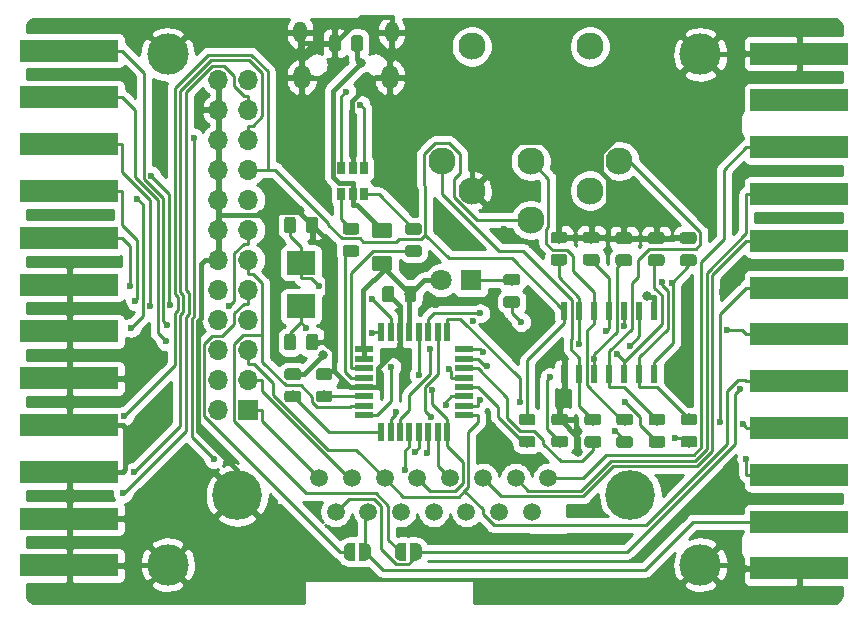
<source format=gbl>
G04 #@! TF.GenerationSoftware,KiCad,Pcbnew,(5.1.2-1)-1*
G04 #@! TF.CreationDate,2019-05-25T13:38:43+02:00*
G04 #@! TF.ProjectId,XoomFloppy Pro,586f6f6d-466c-46f7-9070-792050726f2e,1.1*
G04 #@! TF.SameCoordinates,Original*
G04 #@! TF.FileFunction,Copper,L2,Bot*
G04 #@! TF.FilePolarity,Positive*
%FSLAX46Y46*%
G04 Gerber Fmt 4.6, Leading zero omitted, Abs format (unit mm)*
G04 Created by KiCad (PCBNEW (5.1.2-1)-1) date 2019-05-25 13:38:43*
%MOMM*%
%LPD*%
G04 APERTURE LIST*
%ADD10C,3.500000*%
%ADD11R,1.600000X0.550000*%
%ADD12R,0.550000X1.600000*%
%ADD13C,2.300000*%
%ADD14C,0.100000*%
%ADD15C,0.975000*%
%ADD16R,8.255000X1.905000*%
%ADD17R,0.650000X1.060000*%
%ADD18C,1.250000*%
%ADD19R,0.600000X1.500000*%
%ADD20R,2.400000X2.000000*%
%ADD21C,0.500000*%
%ADD22R,1.800000X1.800000*%
%ADD23C,1.800000*%
%ADD24C,1.508000*%
%ADD25C,4.216000*%
%ADD26O,1.700000X1.700000*%
%ADD27R,1.700000X1.700000*%
%ADD28O,1.450000X2.000000*%
%ADD29O,1.150000X1.800000*%
%ADD30C,0.800000*%
%ADD31C,0.600000*%
%ADD32C,0.400000*%
%ADD33C,0.250000*%
%ADD34C,0.254000*%
G04 APERTURE END LIST*
D10*
X147025000Y-123775000D03*
X147025000Y-80575000D03*
X192125000Y-123775000D03*
X192125000Y-80575000D03*
D11*
X163644000Y-105531000D03*
X163644000Y-106331000D03*
X163644000Y-107131000D03*
X163644000Y-107931000D03*
X163644000Y-108731000D03*
X163644000Y-109531000D03*
X163644000Y-110331000D03*
X163644000Y-111131000D03*
D12*
X165094000Y-112581000D03*
X165894000Y-112581000D03*
X166694000Y-112581000D03*
X167494000Y-112581000D03*
X168294000Y-112581000D03*
X169094000Y-112581000D03*
X169894000Y-112581000D03*
X170694000Y-112581000D03*
D11*
X172144000Y-111131000D03*
X172144000Y-110331000D03*
X172144000Y-109531000D03*
X172144000Y-108731000D03*
X172144000Y-107931000D03*
X172144000Y-107131000D03*
X172144000Y-106331000D03*
X172144000Y-105531000D03*
D12*
X170694000Y-104081000D03*
X169894000Y-104081000D03*
X169094000Y-104081000D03*
X168294000Y-104081000D03*
X167494000Y-104081000D03*
X166694000Y-104081000D03*
X165894000Y-104081000D03*
X165094000Y-104081000D03*
D13*
X177763000Y-94599000D03*
X172763000Y-92099000D03*
X182763000Y-92099000D03*
X170263000Y-89599000D03*
X177763000Y-89599000D03*
X185263000Y-89599000D03*
X182763000Y-79899000D03*
X172763000Y-79899000D03*
D14*
G36*
X161446142Y-78930174D02*
G01*
X161469803Y-78933684D01*
X161493007Y-78939496D01*
X161515529Y-78947554D01*
X161537153Y-78957782D01*
X161557670Y-78970079D01*
X161576883Y-78984329D01*
X161594607Y-79000393D01*
X161610671Y-79018117D01*
X161624921Y-79037330D01*
X161637218Y-79057847D01*
X161647446Y-79079471D01*
X161655504Y-79101993D01*
X161661316Y-79125197D01*
X161664826Y-79148858D01*
X161666000Y-79172750D01*
X161666000Y-80085250D01*
X161664826Y-80109142D01*
X161661316Y-80132803D01*
X161655504Y-80156007D01*
X161647446Y-80178529D01*
X161637218Y-80200153D01*
X161624921Y-80220670D01*
X161610671Y-80239883D01*
X161594607Y-80257607D01*
X161576883Y-80273671D01*
X161557670Y-80287921D01*
X161537153Y-80300218D01*
X161515529Y-80310446D01*
X161493007Y-80318504D01*
X161469803Y-80324316D01*
X161446142Y-80327826D01*
X161422250Y-80329000D01*
X160934750Y-80329000D01*
X160910858Y-80327826D01*
X160887197Y-80324316D01*
X160863993Y-80318504D01*
X160841471Y-80310446D01*
X160819847Y-80300218D01*
X160799330Y-80287921D01*
X160780117Y-80273671D01*
X160762393Y-80257607D01*
X160746329Y-80239883D01*
X160732079Y-80220670D01*
X160719782Y-80200153D01*
X160709554Y-80178529D01*
X160701496Y-80156007D01*
X160695684Y-80132803D01*
X160692174Y-80109142D01*
X160691000Y-80085250D01*
X160691000Y-79172750D01*
X160692174Y-79148858D01*
X160695684Y-79125197D01*
X160701496Y-79101993D01*
X160709554Y-79079471D01*
X160719782Y-79057847D01*
X160732079Y-79037330D01*
X160746329Y-79018117D01*
X160762393Y-79000393D01*
X160780117Y-78984329D01*
X160799330Y-78970079D01*
X160819847Y-78957782D01*
X160841471Y-78947554D01*
X160863993Y-78939496D01*
X160887197Y-78933684D01*
X160910858Y-78930174D01*
X160934750Y-78929000D01*
X161422250Y-78929000D01*
X161446142Y-78930174D01*
X161446142Y-78930174D01*
G37*
D15*
X161178500Y-79629000D03*
D14*
G36*
X163321142Y-78930174D02*
G01*
X163344803Y-78933684D01*
X163368007Y-78939496D01*
X163390529Y-78947554D01*
X163412153Y-78957782D01*
X163432670Y-78970079D01*
X163451883Y-78984329D01*
X163469607Y-79000393D01*
X163485671Y-79018117D01*
X163499921Y-79037330D01*
X163512218Y-79057847D01*
X163522446Y-79079471D01*
X163530504Y-79101993D01*
X163536316Y-79125197D01*
X163539826Y-79148858D01*
X163541000Y-79172750D01*
X163541000Y-80085250D01*
X163539826Y-80109142D01*
X163536316Y-80132803D01*
X163530504Y-80156007D01*
X163522446Y-80178529D01*
X163512218Y-80200153D01*
X163499921Y-80220670D01*
X163485671Y-80239883D01*
X163469607Y-80257607D01*
X163451883Y-80273671D01*
X163432670Y-80287921D01*
X163412153Y-80300218D01*
X163390529Y-80310446D01*
X163368007Y-80318504D01*
X163344803Y-80324316D01*
X163321142Y-80327826D01*
X163297250Y-80329000D01*
X162809750Y-80329000D01*
X162785858Y-80327826D01*
X162762197Y-80324316D01*
X162738993Y-80318504D01*
X162716471Y-80310446D01*
X162694847Y-80300218D01*
X162674330Y-80287921D01*
X162655117Y-80273671D01*
X162637393Y-80257607D01*
X162621329Y-80239883D01*
X162607079Y-80220670D01*
X162594782Y-80200153D01*
X162584554Y-80178529D01*
X162576496Y-80156007D01*
X162570684Y-80132803D01*
X162567174Y-80109142D01*
X162566000Y-80085250D01*
X162566000Y-79172750D01*
X162567174Y-79148858D01*
X162570684Y-79125197D01*
X162576496Y-79101993D01*
X162584554Y-79079471D01*
X162594782Y-79057847D01*
X162607079Y-79037330D01*
X162621329Y-79018117D01*
X162637393Y-79000393D01*
X162655117Y-78984329D01*
X162674330Y-78970079D01*
X162694847Y-78957782D01*
X162716471Y-78947554D01*
X162738993Y-78939496D01*
X162762197Y-78933684D01*
X162785858Y-78930174D01*
X162809750Y-78929000D01*
X163297250Y-78929000D01*
X163321142Y-78930174D01*
X163321142Y-78930174D01*
G37*
D15*
X163053500Y-79629000D03*
D14*
G36*
X157642142Y-104226174D02*
G01*
X157665803Y-104229684D01*
X157689007Y-104235496D01*
X157711529Y-104243554D01*
X157733153Y-104253782D01*
X157753670Y-104266079D01*
X157772883Y-104280329D01*
X157790607Y-104296393D01*
X157806671Y-104314117D01*
X157820921Y-104333330D01*
X157833218Y-104353847D01*
X157843446Y-104375471D01*
X157851504Y-104397993D01*
X157857316Y-104421197D01*
X157860826Y-104444858D01*
X157862000Y-104468750D01*
X157862000Y-105381250D01*
X157860826Y-105405142D01*
X157857316Y-105428803D01*
X157851504Y-105452007D01*
X157843446Y-105474529D01*
X157833218Y-105496153D01*
X157820921Y-105516670D01*
X157806671Y-105535883D01*
X157790607Y-105553607D01*
X157772883Y-105569671D01*
X157753670Y-105583921D01*
X157733153Y-105596218D01*
X157711529Y-105606446D01*
X157689007Y-105614504D01*
X157665803Y-105620316D01*
X157642142Y-105623826D01*
X157618250Y-105625000D01*
X157130750Y-105625000D01*
X157106858Y-105623826D01*
X157083197Y-105620316D01*
X157059993Y-105614504D01*
X157037471Y-105606446D01*
X157015847Y-105596218D01*
X156995330Y-105583921D01*
X156976117Y-105569671D01*
X156958393Y-105553607D01*
X156942329Y-105535883D01*
X156928079Y-105516670D01*
X156915782Y-105496153D01*
X156905554Y-105474529D01*
X156897496Y-105452007D01*
X156891684Y-105428803D01*
X156888174Y-105405142D01*
X156887000Y-105381250D01*
X156887000Y-104468750D01*
X156888174Y-104444858D01*
X156891684Y-104421197D01*
X156897496Y-104397993D01*
X156905554Y-104375471D01*
X156915782Y-104353847D01*
X156928079Y-104333330D01*
X156942329Y-104314117D01*
X156958393Y-104296393D01*
X156976117Y-104280329D01*
X156995330Y-104266079D01*
X157015847Y-104253782D01*
X157037471Y-104243554D01*
X157059993Y-104235496D01*
X157083197Y-104229684D01*
X157106858Y-104226174D01*
X157130750Y-104225000D01*
X157618250Y-104225000D01*
X157642142Y-104226174D01*
X157642142Y-104226174D01*
G37*
D15*
X157374500Y-104925000D03*
D14*
G36*
X159517142Y-104226174D02*
G01*
X159540803Y-104229684D01*
X159564007Y-104235496D01*
X159586529Y-104243554D01*
X159608153Y-104253782D01*
X159628670Y-104266079D01*
X159647883Y-104280329D01*
X159665607Y-104296393D01*
X159681671Y-104314117D01*
X159695921Y-104333330D01*
X159708218Y-104353847D01*
X159718446Y-104375471D01*
X159726504Y-104397993D01*
X159732316Y-104421197D01*
X159735826Y-104444858D01*
X159737000Y-104468750D01*
X159737000Y-105381250D01*
X159735826Y-105405142D01*
X159732316Y-105428803D01*
X159726504Y-105452007D01*
X159718446Y-105474529D01*
X159708218Y-105496153D01*
X159695921Y-105516670D01*
X159681671Y-105535883D01*
X159665607Y-105553607D01*
X159647883Y-105569671D01*
X159628670Y-105583921D01*
X159608153Y-105596218D01*
X159586529Y-105606446D01*
X159564007Y-105614504D01*
X159540803Y-105620316D01*
X159517142Y-105623826D01*
X159493250Y-105625000D01*
X159005750Y-105625000D01*
X158981858Y-105623826D01*
X158958197Y-105620316D01*
X158934993Y-105614504D01*
X158912471Y-105606446D01*
X158890847Y-105596218D01*
X158870330Y-105583921D01*
X158851117Y-105569671D01*
X158833393Y-105553607D01*
X158817329Y-105535883D01*
X158803079Y-105516670D01*
X158790782Y-105496153D01*
X158780554Y-105474529D01*
X158772496Y-105452007D01*
X158766684Y-105428803D01*
X158763174Y-105405142D01*
X158762000Y-105381250D01*
X158762000Y-104468750D01*
X158763174Y-104444858D01*
X158766684Y-104421197D01*
X158772496Y-104397993D01*
X158780554Y-104375471D01*
X158790782Y-104353847D01*
X158803079Y-104333330D01*
X158817329Y-104314117D01*
X158833393Y-104296393D01*
X158851117Y-104280329D01*
X158870330Y-104266079D01*
X158890847Y-104253782D01*
X158912471Y-104243554D01*
X158934993Y-104235496D01*
X158958197Y-104229684D01*
X158981858Y-104226174D01*
X159005750Y-104225000D01*
X159493250Y-104225000D01*
X159517142Y-104226174D01*
X159517142Y-104226174D01*
G37*
D15*
X159249500Y-104925000D03*
D14*
G36*
X159517142Y-94326174D02*
G01*
X159540803Y-94329684D01*
X159564007Y-94335496D01*
X159586529Y-94343554D01*
X159608153Y-94353782D01*
X159628670Y-94366079D01*
X159647883Y-94380329D01*
X159665607Y-94396393D01*
X159681671Y-94414117D01*
X159695921Y-94433330D01*
X159708218Y-94453847D01*
X159718446Y-94475471D01*
X159726504Y-94497993D01*
X159732316Y-94521197D01*
X159735826Y-94544858D01*
X159737000Y-94568750D01*
X159737000Y-95481250D01*
X159735826Y-95505142D01*
X159732316Y-95528803D01*
X159726504Y-95552007D01*
X159718446Y-95574529D01*
X159708218Y-95596153D01*
X159695921Y-95616670D01*
X159681671Y-95635883D01*
X159665607Y-95653607D01*
X159647883Y-95669671D01*
X159628670Y-95683921D01*
X159608153Y-95696218D01*
X159586529Y-95706446D01*
X159564007Y-95714504D01*
X159540803Y-95720316D01*
X159517142Y-95723826D01*
X159493250Y-95725000D01*
X159005750Y-95725000D01*
X158981858Y-95723826D01*
X158958197Y-95720316D01*
X158934993Y-95714504D01*
X158912471Y-95706446D01*
X158890847Y-95696218D01*
X158870330Y-95683921D01*
X158851117Y-95669671D01*
X158833393Y-95653607D01*
X158817329Y-95635883D01*
X158803079Y-95616670D01*
X158790782Y-95596153D01*
X158780554Y-95574529D01*
X158772496Y-95552007D01*
X158766684Y-95528803D01*
X158763174Y-95505142D01*
X158762000Y-95481250D01*
X158762000Y-94568750D01*
X158763174Y-94544858D01*
X158766684Y-94521197D01*
X158772496Y-94497993D01*
X158780554Y-94475471D01*
X158790782Y-94453847D01*
X158803079Y-94433330D01*
X158817329Y-94414117D01*
X158833393Y-94396393D01*
X158851117Y-94380329D01*
X158870330Y-94366079D01*
X158890847Y-94353782D01*
X158912471Y-94343554D01*
X158934993Y-94335496D01*
X158958197Y-94329684D01*
X158981858Y-94326174D01*
X159005750Y-94325000D01*
X159493250Y-94325000D01*
X159517142Y-94326174D01*
X159517142Y-94326174D01*
G37*
D15*
X159249500Y-95025000D03*
D14*
G36*
X157642142Y-94326174D02*
G01*
X157665803Y-94329684D01*
X157689007Y-94335496D01*
X157711529Y-94343554D01*
X157733153Y-94353782D01*
X157753670Y-94366079D01*
X157772883Y-94380329D01*
X157790607Y-94396393D01*
X157806671Y-94414117D01*
X157820921Y-94433330D01*
X157833218Y-94453847D01*
X157843446Y-94475471D01*
X157851504Y-94497993D01*
X157857316Y-94521197D01*
X157860826Y-94544858D01*
X157862000Y-94568750D01*
X157862000Y-95481250D01*
X157860826Y-95505142D01*
X157857316Y-95528803D01*
X157851504Y-95552007D01*
X157843446Y-95574529D01*
X157833218Y-95596153D01*
X157820921Y-95616670D01*
X157806671Y-95635883D01*
X157790607Y-95653607D01*
X157772883Y-95669671D01*
X157753670Y-95683921D01*
X157733153Y-95696218D01*
X157711529Y-95706446D01*
X157689007Y-95714504D01*
X157665803Y-95720316D01*
X157642142Y-95723826D01*
X157618250Y-95725000D01*
X157130750Y-95725000D01*
X157106858Y-95723826D01*
X157083197Y-95720316D01*
X157059993Y-95714504D01*
X157037471Y-95706446D01*
X157015847Y-95696218D01*
X156995330Y-95683921D01*
X156976117Y-95669671D01*
X156958393Y-95653607D01*
X156942329Y-95635883D01*
X156928079Y-95616670D01*
X156915782Y-95596153D01*
X156905554Y-95574529D01*
X156897496Y-95552007D01*
X156891684Y-95528803D01*
X156888174Y-95505142D01*
X156887000Y-95481250D01*
X156887000Y-94568750D01*
X156888174Y-94544858D01*
X156891684Y-94521197D01*
X156897496Y-94497993D01*
X156905554Y-94475471D01*
X156915782Y-94453847D01*
X156928079Y-94433330D01*
X156942329Y-94414117D01*
X156958393Y-94396393D01*
X156976117Y-94380329D01*
X156995330Y-94366079D01*
X157015847Y-94353782D01*
X157037471Y-94343554D01*
X157059993Y-94335496D01*
X157083197Y-94329684D01*
X157106858Y-94326174D01*
X157130750Y-94325000D01*
X157618250Y-94325000D01*
X157642142Y-94326174D01*
X157642142Y-94326174D01*
G37*
D15*
X157374500Y-95025000D03*
D14*
G36*
X160754142Y-107161174D02*
G01*
X160777803Y-107164684D01*
X160801007Y-107170496D01*
X160823529Y-107178554D01*
X160845153Y-107188782D01*
X160865670Y-107201079D01*
X160884883Y-107215329D01*
X160902607Y-107231393D01*
X160918671Y-107249117D01*
X160932921Y-107268330D01*
X160945218Y-107288847D01*
X160955446Y-107310471D01*
X160963504Y-107332993D01*
X160969316Y-107356197D01*
X160972826Y-107379858D01*
X160974000Y-107403750D01*
X160974000Y-107891250D01*
X160972826Y-107915142D01*
X160969316Y-107938803D01*
X160963504Y-107962007D01*
X160955446Y-107984529D01*
X160945218Y-108006153D01*
X160932921Y-108026670D01*
X160918671Y-108045883D01*
X160902607Y-108063607D01*
X160884883Y-108079671D01*
X160865670Y-108093921D01*
X160845153Y-108106218D01*
X160823529Y-108116446D01*
X160801007Y-108124504D01*
X160777803Y-108130316D01*
X160754142Y-108133826D01*
X160730250Y-108135000D01*
X159817750Y-108135000D01*
X159793858Y-108133826D01*
X159770197Y-108130316D01*
X159746993Y-108124504D01*
X159724471Y-108116446D01*
X159702847Y-108106218D01*
X159682330Y-108093921D01*
X159663117Y-108079671D01*
X159645393Y-108063607D01*
X159629329Y-108045883D01*
X159615079Y-108026670D01*
X159602782Y-108006153D01*
X159592554Y-107984529D01*
X159584496Y-107962007D01*
X159578684Y-107938803D01*
X159575174Y-107915142D01*
X159574000Y-107891250D01*
X159574000Y-107403750D01*
X159575174Y-107379858D01*
X159578684Y-107356197D01*
X159584496Y-107332993D01*
X159592554Y-107310471D01*
X159602782Y-107288847D01*
X159615079Y-107268330D01*
X159629329Y-107249117D01*
X159645393Y-107231393D01*
X159663117Y-107215329D01*
X159682330Y-107201079D01*
X159702847Y-107188782D01*
X159724471Y-107178554D01*
X159746993Y-107170496D01*
X159770197Y-107164684D01*
X159793858Y-107161174D01*
X159817750Y-107160000D01*
X160730250Y-107160000D01*
X160754142Y-107161174D01*
X160754142Y-107161174D01*
G37*
D15*
X160274000Y-107647500D03*
D14*
G36*
X160754142Y-109036174D02*
G01*
X160777803Y-109039684D01*
X160801007Y-109045496D01*
X160823529Y-109053554D01*
X160845153Y-109063782D01*
X160865670Y-109076079D01*
X160884883Y-109090329D01*
X160902607Y-109106393D01*
X160918671Y-109124117D01*
X160932921Y-109143330D01*
X160945218Y-109163847D01*
X160955446Y-109185471D01*
X160963504Y-109207993D01*
X160969316Y-109231197D01*
X160972826Y-109254858D01*
X160974000Y-109278750D01*
X160974000Y-109766250D01*
X160972826Y-109790142D01*
X160969316Y-109813803D01*
X160963504Y-109837007D01*
X160955446Y-109859529D01*
X160945218Y-109881153D01*
X160932921Y-109901670D01*
X160918671Y-109920883D01*
X160902607Y-109938607D01*
X160884883Y-109954671D01*
X160865670Y-109968921D01*
X160845153Y-109981218D01*
X160823529Y-109991446D01*
X160801007Y-109999504D01*
X160777803Y-110005316D01*
X160754142Y-110008826D01*
X160730250Y-110010000D01*
X159817750Y-110010000D01*
X159793858Y-110008826D01*
X159770197Y-110005316D01*
X159746993Y-109999504D01*
X159724471Y-109991446D01*
X159702847Y-109981218D01*
X159682330Y-109968921D01*
X159663117Y-109954671D01*
X159645393Y-109938607D01*
X159629329Y-109920883D01*
X159615079Y-109901670D01*
X159602782Y-109881153D01*
X159592554Y-109859529D01*
X159584496Y-109837007D01*
X159578684Y-109813803D01*
X159575174Y-109790142D01*
X159574000Y-109766250D01*
X159574000Y-109278750D01*
X159575174Y-109254858D01*
X159578684Y-109231197D01*
X159584496Y-109207993D01*
X159592554Y-109185471D01*
X159602782Y-109163847D01*
X159615079Y-109143330D01*
X159629329Y-109124117D01*
X159645393Y-109106393D01*
X159663117Y-109090329D01*
X159682330Y-109076079D01*
X159702847Y-109063782D01*
X159724471Y-109053554D01*
X159746993Y-109045496D01*
X159770197Y-109039684D01*
X159793858Y-109036174D01*
X159817750Y-109035000D01*
X160730250Y-109035000D01*
X160754142Y-109036174D01*
X160754142Y-109036174D01*
G37*
D15*
X160274000Y-109522500D03*
D14*
G36*
X167830142Y-100176174D02*
G01*
X167853803Y-100179684D01*
X167877007Y-100185496D01*
X167899529Y-100193554D01*
X167921153Y-100203782D01*
X167941670Y-100216079D01*
X167960883Y-100230329D01*
X167978607Y-100246393D01*
X167994671Y-100264117D01*
X168008921Y-100283330D01*
X168021218Y-100303847D01*
X168031446Y-100325471D01*
X168039504Y-100347993D01*
X168045316Y-100371197D01*
X168048826Y-100394858D01*
X168050000Y-100418750D01*
X168050000Y-101331250D01*
X168048826Y-101355142D01*
X168045316Y-101378803D01*
X168039504Y-101402007D01*
X168031446Y-101424529D01*
X168021218Y-101446153D01*
X168008921Y-101466670D01*
X167994671Y-101485883D01*
X167978607Y-101503607D01*
X167960883Y-101519671D01*
X167941670Y-101533921D01*
X167921153Y-101546218D01*
X167899529Y-101556446D01*
X167877007Y-101564504D01*
X167853803Y-101570316D01*
X167830142Y-101573826D01*
X167806250Y-101575000D01*
X167318750Y-101575000D01*
X167294858Y-101573826D01*
X167271197Y-101570316D01*
X167247993Y-101564504D01*
X167225471Y-101556446D01*
X167203847Y-101546218D01*
X167183330Y-101533921D01*
X167164117Y-101519671D01*
X167146393Y-101503607D01*
X167130329Y-101485883D01*
X167116079Y-101466670D01*
X167103782Y-101446153D01*
X167093554Y-101424529D01*
X167085496Y-101402007D01*
X167079684Y-101378803D01*
X167076174Y-101355142D01*
X167075000Y-101331250D01*
X167075000Y-100418750D01*
X167076174Y-100394858D01*
X167079684Y-100371197D01*
X167085496Y-100347993D01*
X167093554Y-100325471D01*
X167103782Y-100303847D01*
X167116079Y-100283330D01*
X167130329Y-100264117D01*
X167146393Y-100246393D01*
X167164117Y-100230329D01*
X167183330Y-100216079D01*
X167203847Y-100203782D01*
X167225471Y-100193554D01*
X167247993Y-100185496D01*
X167271197Y-100179684D01*
X167294858Y-100176174D01*
X167318750Y-100175000D01*
X167806250Y-100175000D01*
X167830142Y-100176174D01*
X167830142Y-100176174D01*
G37*
D15*
X167562500Y-100875000D03*
D14*
G36*
X165955142Y-100176174D02*
G01*
X165978803Y-100179684D01*
X166002007Y-100185496D01*
X166024529Y-100193554D01*
X166046153Y-100203782D01*
X166066670Y-100216079D01*
X166085883Y-100230329D01*
X166103607Y-100246393D01*
X166119671Y-100264117D01*
X166133921Y-100283330D01*
X166146218Y-100303847D01*
X166156446Y-100325471D01*
X166164504Y-100347993D01*
X166170316Y-100371197D01*
X166173826Y-100394858D01*
X166175000Y-100418750D01*
X166175000Y-101331250D01*
X166173826Y-101355142D01*
X166170316Y-101378803D01*
X166164504Y-101402007D01*
X166156446Y-101424529D01*
X166146218Y-101446153D01*
X166133921Y-101466670D01*
X166119671Y-101485883D01*
X166103607Y-101503607D01*
X166085883Y-101519671D01*
X166066670Y-101533921D01*
X166046153Y-101546218D01*
X166024529Y-101556446D01*
X166002007Y-101564504D01*
X165978803Y-101570316D01*
X165955142Y-101573826D01*
X165931250Y-101575000D01*
X165443750Y-101575000D01*
X165419858Y-101573826D01*
X165396197Y-101570316D01*
X165372993Y-101564504D01*
X165350471Y-101556446D01*
X165328847Y-101546218D01*
X165308330Y-101533921D01*
X165289117Y-101519671D01*
X165271393Y-101503607D01*
X165255329Y-101485883D01*
X165241079Y-101466670D01*
X165228782Y-101446153D01*
X165218554Y-101424529D01*
X165210496Y-101402007D01*
X165204684Y-101378803D01*
X165201174Y-101355142D01*
X165200000Y-101331250D01*
X165200000Y-100418750D01*
X165201174Y-100394858D01*
X165204684Y-100371197D01*
X165210496Y-100347993D01*
X165218554Y-100325471D01*
X165228782Y-100303847D01*
X165241079Y-100283330D01*
X165255329Y-100264117D01*
X165271393Y-100246393D01*
X165289117Y-100230329D01*
X165308330Y-100216079D01*
X165328847Y-100203782D01*
X165350471Y-100193554D01*
X165372993Y-100185496D01*
X165396197Y-100179684D01*
X165419858Y-100176174D01*
X165443750Y-100175000D01*
X165931250Y-100175000D01*
X165955142Y-100176174D01*
X165955142Y-100176174D01*
G37*
D15*
X165687500Y-100875000D03*
D16*
X200477000Y-124092200D03*
X200477000Y-120129800D03*
X200477000Y-116167400D03*
X200477000Y-112205000D03*
X200477000Y-108242600D03*
X200477000Y-104280200D03*
X200477000Y-100317800D03*
X200477000Y-96355400D03*
X200477000Y-92393000D03*
X200477000Y-88433140D03*
X200477000Y-84468200D03*
X200477000Y-80505800D03*
D17*
X161725000Y-90225000D03*
X162675000Y-90225000D03*
X163625000Y-90225000D03*
X163625000Y-92425000D03*
X161725000Y-92425000D03*
X162675000Y-92425000D03*
D14*
G36*
X165824504Y-97651204D02*
G01*
X165848773Y-97654804D01*
X165872571Y-97660765D01*
X165895671Y-97669030D01*
X165917849Y-97679520D01*
X165938893Y-97692133D01*
X165958598Y-97706747D01*
X165976777Y-97723223D01*
X165993253Y-97741402D01*
X166007867Y-97761107D01*
X166020480Y-97782151D01*
X166030970Y-97804329D01*
X166039235Y-97827429D01*
X166045196Y-97851227D01*
X166048796Y-97875496D01*
X166050000Y-97900000D01*
X166050000Y-98650000D01*
X166048796Y-98674504D01*
X166045196Y-98698773D01*
X166039235Y-98722571D01*
X166030970Y-98745671D01*
X166020480Y-98767849D01*
X166007867Y-98788893D01*
X165993253Y-98808598D01*
X165976777Y-98826777D01*
X165958598Y-98843253D01*
X165938893Y-98857867D01*
X165917849Y-98870480D01*
X165895671Y-98880970D01*
X165872571Y-98889235D01*
X165848773Y-98895196D01*
X165824504Y-98898796D01*
X165800000Y-98900000D01*
X164550000Y-98900000D01*
X164525496Y-98898796D01*
X164501227Y-98895196D01*
X164477429Y-98889235D01*
X164454329Y-98880970D01*
X164432151Y-98870480D01*
X164411107Y-98857867D01*
X164391402Y-98843253D01*
X164373223Y-98826777D01*
X164356747Y-98808598D01*
X164342133Y-98788893D01*
X164329520Y-98767849D01*
X164319030Y-98745671D01*
X164310765Y-98722571D01*
X164304804Y-98698773D01*
X164301204Y-98674504D01*
X164300000Y-98650000D01*
X164300000Y-97900000D01*
X164301204Y-97875496D01*
X164304804Y-97851227D01*
X164310765Y-97827429D01*
X164319030Y-97804329D01*
X164329520Y-97782151D01*
X164342133Y-97761107D01*
X164356747Y-97741402D01*
X164373223Y-97723223D01*
X164391402Y-97706747D01*
X164411107Y-97692133D01*
X164432151Y-97679520D01*
X164454329Y-97669030D01*
X164477429Y-97660765D01*
X164501227Y-97654804D01*
X164525496Y-97651204D01*
X164550000Y-97650000D01*
X165800000Y-97650000D01*
X165824504Y-97651204D01*
X165824504Y-97651204D01*
G37*
D18*
X165175000Y-98275000D03*
D14*
G36*
X165824504Y-94851204D02*
G01*
X165848773Y-94854804D01*
X165872571Y-94860765D01*
X165895671Y-94869030D01*
X165917849Y-94879520D01*
X165938893Y-94892133D01*
X165958598Y-94906747D01*
X165976777Y-94923223D01*
X165993253Y-94941402D01*
X166007867Y-94961107D01*
X166020480Y-94982151D01*
X166030970Y-95004329D01*
X166039235Y-95027429D01*
X166045196Y-95051227D01*
X166048796Y-95075496D01*
X166050000Y-95100000D01*
X166050000Y-95850000D01*
X166048796Y-95874504D01*
X166045196Y-95898773D01*
X166039235Y-95922571D01*
X166030970Y-95945671D01*
X166020480Y-95967849D01*
X166007867Y-95988893D01*
X165993253Y-96008598D01*
X165976777Y-96026777D01*
X165958598Y-96043253D01*
X165938893Y-96057867D01*
X165917849Y-96070480D01*
X165895671Y-96080970D01*
X165872571Y-96089235D01*
X165848773Y-96095196D01*
X165824504Y-96098796D01*
X165800000Y-96100000D01*
X164550000Y-96100000D01*
X164525496Y-96098796D01*
X164501227Y-96095196D01*
X164477429Y-96089235D01*
X164454329Y-96080970D01*
X164432151Y-96070480D01*
X164411107Y-96057867D01*
X164391402Y-96043253D01*
X164373223Y-96026777D01*
X164356747Y-96008598D01*
X164342133Y-95988893D01*
X164329520Y-95967849D01*
X164319030Y-95945671D01*
X164310765Y-95922571D01*
X164304804Y-95898773D01*
X164301204Y-95874504D01*
X164300000Y-95850000D01*
X164300000Y-95100000D01*
X164301204Y-95075496D01*
X164304804Y-95051227D01*
X164310765Y-95027429D01*
X164319030Y-95004329D01*
X164329520Y-94982151D01*
X164342133Y-94961107D01*
X164356747Y-94941402D01*
X164373223Y-94923223D01*
X164391402Y-94906747D01*
X164411107Y-94892133D01*
X164432151Y-94879520D01*
X164454329Y-94869030D01*
X164477429Y-94860765D01*
X164501227Y-94854804D01*
X164525496Y-94851204D01*
X164550000Y-94850000D01*
X165800000Y-94850000D01*
X165824504Y-94851204D01*
X165824504Y-94851204D01*
G37*
D18*
X165175000Y-95475000D03*
D19*
X188223000Y-107671000D03*
X186953000Y-107671000D03*
X185683000Y-107671000D03*
X184413000Y-107671000D03*
X183143000Y-107671000D03*
X181873000Y-107671000D03*
X180603000Y-107671000D03*
X180603000Y-102271000D03*
X181873000Y-102271000D03*
X183143000Y-102271000D03*
X184413000Y-102271000D03*
X185683000Y-102271000D03*
X186953000Y-102271000D03*
X188223000Y-102271000D03*
D14*
G36*
X191643142Y-110997174D02*
G01*
X191666803Y-111000684D01*
X191690007Y-111006496D01*
X191712529Y-111014554D01*
X191734153Y-111024782D01*
X191754670Y-111037079D01*
X191773883Y-111051329D01*
X191791607Y-111067393D01*
X191807671Y-111085117D01*
X191821921Y-111104330D01*
X191834218Y-111124847D01*
X191844446Y-111146471D01*
X191852504Y-111168993D01*
X191858316Y-111192197D01*
X191861826Y-111215858D01*
X191863000Y-111239750D01*
X191863000Y-111727250D01*
X191861826Y-111751142D01*
X191858316Y-111774803D01*
X191852504Y-111798007D01*
X191844446Y-111820529D01*
X191834218Y-111842153D01*
X191821921Y-111862670D01*
X191807671Y-111881883D01*
X191791607Y-111899607D01*
X191773883Y-111915671D01*
X191754670Y-111929921D01*
X191734153Y-111942218D01*
X191712529Y-111952446D01*
X191690007Y-111960504D01*
X191666803Y-111966316D01*
X191643142Y-111969826D01*
X191619250Y-111971000D01*
X190706750Y-111971000D01*
X190682858Y-111969826D01*
X190659197Y-111966316D01*
X190635993Y-111960504D01*
X190613471Y-111952446D01*
X190591847Y-111942218D01*
X190571330Y-111929921D01*
X190552117Y-111915671D01*
X190534393Y-111899607D01*
X190518329Y-111881883D01*
X190504079Y-111862670D01*
X190491782Y-111842153D01*
X190481554Y-111820529D01*
X190473496Y-111798007D01*
X190467684Y-111774803D01*
X190464174Y-111751142D01*
X190463000Y-111727250D01*
X190463000Y-111239750D01*
X190464174Y-111215858D01*
X190467684Y-111192197D01*
X190473496Y-111168993D01*
X190481554Y-111146471D01*
X190491782Y-111124847D01*
X190504079Y-111104330D01*
X190518329Y-111085117D01*
X190534393Y-111067393D01*
X190552117Y-111051329D01*
X190571330Y-111037079D01*
X190591847Y-111024782D01*
X190613471Y-111014554D01*
X190635993Y-111006496D01*
X190659197Y-111000684D01*
X190682858Y-110997174D01*
X190706750Y-110996000D01*
X191619250Y-110996000D01*
X191643142Y-110997174D01*
X191643142Y-110997174D01*
G37*
D15*
X191163000Y-111483500D03*
D14*
G36*
X191643142Y-112872174D02*
G01*
X191666803Y-112875684D01*
X191690007Y-112881496D01*
X191712529Y-112889554D01*
X191734153Y-112899782D01*
X191754670Y-112912079D01*
X191773883Y-112926329D01*
X191791607Y-112942393D01*
X191807671Y-112960117D01*
X191821921Y-112979330D01*
X191834218Y-112999847D01*
X191844446Y-113021471D01*
X191852504Y-113043993D01*
X191858316Y-113067197D01*
X191861826Y-113090858D01*
X191863000Y-113114750D01*
X191863000Y-113602250D01*
X191861826Y-113626142D01*
X191858316Y-113649803D01*
X191852504Y-113673007D01*
X191844446Y-113695529D01*
X191834218Y-113717153D01*
X191821921Y-113737670D01*
X191807671Y-113756883D01*
X191791607Y-113774607D01*
X191773883Y-113790671D01*
X191754670Y-113804921D01*
X191734153Y-113817218D01*
X191712529Y-113827446D01*
X191690007Y-113835504D01*
X191666803Y-113841316D01*
X191643142Y-113844826D01*
X191619250Y-113846000D01*
X190706750Y-113846000D01*
X190682858Y-113844826D01*
X190659197Y-113841316D01*
X190635993Y-113835504D01*
X190613471Y-113827446D01*
X190591847Y-113817218D01*
X190571330Y-113804921D01*
X190552117Y-113790671D01*
X190534393Y-113774607D01*
X190518329Y-113756883D01*
X190504079Y-113737670D01*
X190491782Y-113717153D01*
X190481554Y-113695529D01*
X190473496Y-113673007D01*
X190467684Y-113649803D01*
X190464174Y-113626142D01*
X190463000Y-113602250D01*
X190463000Y-113114750D01*
X190464174Y-113090858D01*
X190467684Y-113067197D01*
X190473496Y-113043993D01*
X190481554Y-113021471D01*
X190491782Y-112999847D01*
X190504079Y-112979330D01*
X190518329Y-112960117D01*
X190534393Y-112942393D01*
X190552117Y-112926329D01*
X190571330Y-112912079D01*
X190591847Y-112899782D01*
X190613471Y-112889554D01*
X190635993Y-112881496D01*
X190659197Y-112875684D01*
X190682858Y-112872174D01*
X190706750Y-112871000D01*
X191619250Y-112871000D01*
X191643142Y-112872174D01*
X191643142Y-112872174D01*
G37*
D15*
X191163000Y-113358500D03*
D14*
G36*
X191578142Y-97502174D02*
G01*
X191601803Y-97505684D01*
X191625007Y-97511496D01*
X191647529Y-97519554D01*
X191669153Y-97529782D01*
X191689670Y-97542079D01*
X191708883Y-97556329D01*
X191726607Y-97572393D01*
X191742671Y-97590117D01*
X191756921Y-97609330D01*
X191769218Y-97629847D01*
X191779446Y-97651471D01*
X191787504Y-97673993D01*
X191793316Y-97697197D01*
X191796826Y-97720858D01*
X191798000Y-97744750D01*
X191798000Y-98232250D01*
X191796826Y-98256142D01*
X191793316Y-98279803D01*
X191787504Y-98303007D01*
X191779446Y-98325529D01*
X191769218Y-98347153D01*
X191756921Y-98367670D01*
X191742671Y-98386883D01*
X191726607Y-98404607D01*
X191708883Y-98420671D01*
X191689670Y-98434921D01*
X191669153Y-98447218D01*
X191647529Y-98457446D01*
X191625007Y-98465504D01*
X191601803Y-98471316D01*
X191578142Y-98474826D01*
X191554250Y-98476000D01*
X190641750Y-98476000D01*
X190617858Y-98474826D01*
X190594197Y-98471316D01*
X190570993Y-98465504D01*
X190548471Y-98457446D01*
X190526847Y-98447218D01*
X190506330Y-98434921D01*
X190487117Y-98420671D01*
X190469393Y-98404607D01*
X190453329Y-98386883D01*
X190439079Y-98367670D01*
X190426782Y-98347153D01*
X190416554Y-98325529D01*
X190408496Y-98303007D01*
X190402684Y-98279803D01*
X190399174Y-98256142D01*
X190398000Y-98232250D01*
X190398000Y-97744750D01*
X190399174Y-97720858D01*
X190402684Y-97697197D01*
X190408496Y-97673993D01*
X190416554Y-97651471D01*
X190426782Y-97629847D01*
X190439079Y-97609330D01*
X190453329Y-97590117D01*
X190469393Y-97572393D01*
X190487117Y-97556329D01*
X190506330Y-97542079D01*
X190526847Y-97529782D01*
X190548471Y-97519554D01*
X190570993Y-97511496D01*
X190594197Y-97505684D01*
X190617858Y-97502174D01*
X190641750Y-97501000D01*
X191554250Y-97501000D01*
X191578142Y-97502174D01*
X191578142Y-97502174D01*
G37*
D15*
X191098000Y-97988500D03*
D14*
G36*
X191578142Y-95627174D02*
G01*
X191601803Y-95630684D01*
X191625007Y-95636496D01*
X191647529Y-95644554D01*
X191669153Y-95654782D01*
X191689670Y-95667079D01*
X191708883Y-95681329D01*
X191726607Y-95697393D01*
X191742671Y-95715117D01*
X191756921Y-95734330D01*
X191769218Y-95754847D01*
X191779446Y-95776471D01*
X191787504Y-95798993D01*
X191793316Y-95822197D01*
X191796826Y-95845858D01*
X191798000Y-95869750D01*
X191798000Y-96357250D01*
X191796826Y-96381142D01*
X191793316Y-96404803D01*
X191787504Y-96428007D01*
X191779446Y-96450529D01*
X191769218Y-96472153D01*
X191756921Y-96492670D01*
X191742671Y-96511883D01*
X191726607Y-96529607D01*
X191708883Y-96545671D01*
X191689670Y-96559921D01*
X191669153Y-96572218D01*
X191647529Y-96582446D01*
X191625007Y-96590504D01*
X191601803Y-96596316D01*
X191578142Y-96599826D01*
X191554250Y-96601000D01*
X190641750Y-96601000D01*
X190617858Y-96599826D01*
X190594197Y-96596316D01*
X190570993Y-96590504D01*
X190548471Y-96582446D01*
X190526847Y-96572218D01*
X190506330Y-96559921D01*
X190487117Y-96545671D01*
X190469393Y-96529607D01*
X190453329Y-96511883D01*
X190439079Y-96492670D01*
X190426782Y-96472153D01*
X190416554Y-96450529D01*
X190408496Y-96428007D01*
X190402684Y-96404803D01*
X190399174Y-96381142D01*
X190398000Y-96357250D01*
X190398000Y-95869750D01*
X190399174Y-95845858D01*
X190402684Y-95822197D01*
X190408496Y-95798993D01*
X190416554Y-95776471D01*
X190426782Y-95754847D01*
X190439079Y-95734330D01*
X190453329Y-95715117D01*
X190469393Y-95697393D01*
X190487117Y-95681329D01*
X190506330Y-95667079D01*
X190526847Y-95654782D01*
X190548471Y-95644554D01*
X190570993Y-95636496D01*
X190594197Y-95630684D01*
X190617858Y-95627174D01*
X190641750Y-95626000D01*
X191554250Y-95626000D01*
X191578142Y-95627174D01*
X191578142Y-95627174D01*
G37*
D15*
X191098000Y-96113500D03*
D14*
G36*
X188917142Y-111013174D02*
G01*
X188940803Y-111016684D01*
X188964007Y-111022496D01*
X188986529Y-111030554D01*
X189008153Y-111040782D01*
X189028670Y-111053079D01*
X189047883Y-111067329D01*
X189065607Y-111083393D01*
X189081671Y-111101117D01*
X189095921Y-111120330D01*
X189108218Y-111140847D01*
X189118446Y-111162471D01*
X189126504Y-111184993D01*
X189132316Y-111208197D01*
X189135826Y-111231858D01*
X189137000Y-111255750D01*
X189137000Y-111743250D01*
X189135826Y-111767142D01*
X189132316Y-111790803D01*
X189126504Y-111814007D01*
X189118446Y-111836529D01*
X189108218Y-111858153D01*
X189095921Y-111878670D01*
X189081671Y-111897883D01*
X189065607Y-111915607D01*
X189047883Y-111931671D01*
X189028670Y-111945921D01*
X189008153Y-111958218D01*
X188986529Y-111968446D01*
X188964007Y-111976504D01*
X188940803Y-111982316D01*
X188917142Y-111985826D01*
X188893250Y-111987000D01*
X187980750Y-111987000D01*
X187956858Y-111985826D01*
X187933197Y-111982316D01*
X187909993Y-111976504D01*
X187887471Y-111968446D01*
X187865847Y-111958218D01*
X187845330Y-111945921D01*
X187826117Y-111931671D01*
X187808393Y-111915607D01*
X187792329Y-111897883D01*
X187778079Y-111878670D01*
X187765782Y-111858153D01*
X187755554Y-111836529D01*
X187747496Y-111814007D01*
X187741684Y-111790803D01*
X187738174Y-111767142D01*
X187737000Y-111743250D01*
X187737000Y-111255750D01*
X187738174Y-111231858D01*
X187741684Y-111208197D01*
X187747496Y-111184993D01*
X187755554Y-111162471D01*
X187765782Y-111140847D01*
X187778079Y-111120330D01*
X187792329Y-111101117D01*
X187808393Y-111083393D01*
X187826117Y-111067329D01*
X187845330Y-111053079D01*
X187865847Y-111040782D01*
X187887471Y-111030554D01*
X187909993Y-111022496D01*
X187933197Y-111016684D01*
X187956858Y-111013174D01*
X187980750Y-111012000D01*
X188893250Y-111012000D01*
X188917142Y-111013174D01*
X188917142Y-111013174D01*
G37*
D15*
X188437000Y-111499500D03*
D14*
G36*
X188917142Y-112888174D02*
G01*
X188940803Y-112891684D01*
X188964007Y-112897496D01*
X188986529Y-112905554D01*
X189008153Y-112915782D01*
X189028670Y-112928079D01*
X189047883Y-112942329D01*
X189065607Y-112958393D01*
X189081671Y-112976117D01*
X189095921Y-112995330D01*
X189108218Y-113015847D01*
X189118446Y-113037471D01*
X189126504Y-113059993D01*
X189132316Y-113083197D01*
X189135826Y-113106858D01*
X189137000Y-113130750D01*
X189137000Y-113618250D01*
X189135826Y-113642142D01*
X189132316Y-113665803D01*
X189126504Y-113689007D01*
X189118446Y-113711529D01*
X189108218Y-113733153D01*
X189095921Y-113753670D01*
X189081671Y-113772883D01*
X189065607Y-113790607D01*
X189047883Y-113806671D01*
X189028670Y-113820921D01*
X189008153Y-113833218D01*
X188986529Y-113843446D01*
X188964007Y-113851504D01*
X188940803Y-113857316D01*
X188917142Y-113860826D01*
X188893250Y-113862000D01*
X187980750Y-113862000D01*
X187956858Y-113860826D01*
X187933197Y-113857316D01*
X187909993Y-113851504D01*
X187887471Y-113843446D01*
X187865847Y-113833218D01*
X187845330Y-113820921D01*
X187826117Y-113806671D01*
X187808393Y-113790607D01*
X187792329Y-113772883D01*
X187778079Y-113753670D01*
X187765782Y-113733153D01*
X187755554Y-113711529D01*
X187747496Y-113689007D01*
X187741684Y-113665803D01*
X187738174Y-113642142D01*
X187737000Y-113618250D01*
X187737000Y-113130750D01*
X187738174Y-113106858D01*
X187741684Y-113083197D01*
X187747496Y-113059993D01*
X187755554Y-113037471D01*
X187765782Y-113015847D01*
X187778079Y-112995330D01*
X187792329Y-112976117D01*
X187808393Y-112958393D01*
X187826117Y-112942329D01*
X187845330Y-112928079D01*
X187865847Y-112915782D01*
X187887471Y-112905554D01*
X187909993Y-112897496D01*
X187933197Y-112891684D01*
X187956858Y-112888174D01*
X187980750Y-112887000D01*
X188893250Y-112887000D01*
X188917142Y-112888174D01*
X188917142Y-112888174D01*
G37*
D15*
X188437000Y-113374500D03*
D14*
G36*
X188868142Y-97508174D02*
G01*
X188891803Y-97511684D01*
X188915007Y-97517496D01*
X188937529Y-97525554D01*
X188959153Y-97535782D01*
X188979670Y-97548079D01*
X188998883Y-97562329D01*
X189016607Y-97578393D01*
X189032671Y-97596117D01*
X189046921Y-97615330D01*
X189059218Y-97635847D01*
X189069446Y-97657471D01*
X189077504Y-97679993D01*
X189083316Y-97703197D01*
X189086826Y-97726858D01*
X189088000Y-97750750D01*
X189088000Y-98238250D01*
X189086826Y-98262142D01*
X189083316Y-98285803D01*
X189077504Y-98309007D01*
X189069446Y-98331529D01*
X189059218Y-98353153D01*
X189046921Y-98373670D01*
X189032671Y-98392883D01*
X189016607Y-98410607D01*
X188998883Y-98426671D01*
X188979670Y-98440921D01*
X188959153Y-98453218D01*
X188937529Y-98463446D01*
X188915007Y-98471504D01*
X188891803Y-98477316D01*
X188868142Y-98480826D01*
X188844250Y-98482000D01*
X187931750Y-98482000D01*
X187907858Y-98480826D01*
X187884197Y-98477316D01*
X187860993Y-98471504D01*
X187838471Y-98463446D01*
X187816847Y-98453218D01*
X187796330Y-98440921D01*
X187777117Y-98426671D01*
X187759393Y-98410607D01*
X187743329Y-98392883D01*
X187729079Y-98373670D01*
X187716782Y-98353153D01*
X187706554Y-98331529D01*
X187698496Y-98309007D01*
X187692684Y-98285803D01*
X187689174Y-98262142D01*
X187688000Y-98238250D01*
X187688000Y-97750750D01*
X187689174Y-97726858D01*
X187692684Y-97703197D01*
X187698496Y-97679993D01*
X187706554Y-97657471D01*
X187716782Y-97635847D01*
X187729079Y-97615330D01*
X187743329Y-97596117D01*
X187759393Y-97578393D01*
X187777117Y-97562329D01*
X187796330Y-97548079D01*
X187816847Y-97535782D01*
X187838471Y-97525554D01*
X187860993Y-97517496D01*
X187884197Y-97511684D01*
X187907858Y-97508174D01*
X187931750Y-97507000D01*
X188844250Y-97507000D01*
X188868142Y-97508174D01*
X188868142Y-97508174D01*
G37*
D15*
X188388000Y-97994500D03*
D14*
G36*
X188868142Y-95633174D02*
G01*
X188891803Y-95636684D01*
X188915007Y-95642496D01*
X188937529Y-95650554D01*
X188959153Y-95660782D01*
X188979670Y-95673079D01*
X188998883Y-95687329D01*
X189016607Y-95703393D01*
X189032671Y-95721117D01*
X189046921Y-95740330D01*
X189059218Y-95760847D01*
X189069446Y-95782471D01*
X189077504Y-95804993D01*
X189083316Y-95828197D01*
X189086826Y-95851858D01*
X189088000Y-95875750D01*
X189088000Y-96363250D01*
X189086826Y-96387142D01*
X189083316Y-96410803D01*
X189077504Y-96434007D01*
X189069446Y-96456529D01*
X189059218Y-96478153D01*
X189046921Y-96498670D01*
X189032671Y-96517883D01*
X189016607Y-96535607D01*
X188998883Y-96551671D01*
X188979670Y-96565921D01*
X188959153Y-96578218D01*
X188937529Y-96588446D01*
X188915007Y-96596504D01*
X188891803Y-96602316D01*
X188868142Y-96605826D01*
X188844250Y-96607000D01*
X187931750Y-96607000D01*
X187907858Y-96605826D01*
X187884197Y-96602316D01*
X187860993Y-96596504D01*
X187838471Y-96588446D01*
X187816847Y-96578218D01*
X187796330Y-96565921D01*
X187777117Y-96551671D01*
X187759393Y-96535607D01*
X187743329Y-96517883D01*
X187729079Y-96498670D01*
X187716782Y-96478153D01*
X187706554Y-96456529D01*
X187698496Y-96434007D01*
X187692684Y-96410803D01*
X187689174Y-96387142D01*
X187688000Y-96363250D01*
X187688000Y-95875750D01*
X187689174Y-95851858D01*
X187692684Y-95828197D01*
X187698496Y-95804993D01*
X187706554Y-95782471D01*
X187716782Y-95760847D01*
X187729079Y-95740330D01*
X187743329Y-95721117D01*
X187759393Y-95703393D01*
X187777117Y-95687329D01*
X187796330Y-95673079D01*
X187816847Y-95660782D01*
X187838471Y-95650554D01*
X187860993Y-95642496D01*
X187884197Y-95636684D01*
X187907858Y-95633174D01*
X187931750Y-95632000D01*
X188844250Y-95632000D01*
X188868142Y-95633174D01*
X188868142Y-95633174D01*
G37*
D15*
X188388000Y-96119500D03*
D14*
G36*
X183493142Y-111013174D02*
G01*
X183516803Y-111016684D01*
X183540007Y-111022496D01*
X183562529Y-111030554D01*
X183584153Y-111040782D01*
X183604670Y-111053079D01*
X183623883Y-111067329D01*
X183641607Y-111083393D01*
X183657671Y-111101117D01*
X183671921Y-111120330D01*
X183684218Y-111140847D01*
X183694446Y-111162471D01*
X183702504Y-111184993D01*
X183708316Y-111208197D01*
X183711826Y-111231858D01*
X183713000Y-111255750D01*
X183713000Y-111743250D01*
X183711826Y-111767142D01*
X183708316Y-111790803D01*
X183702504Y-111814007D01*
X183694446Y-111836529D01*
X183684218Y-111858153D01*
X183671921Y-111878670D01*
X183657671Y-111897883D01*
X183641607Y-111915607D01*
X183623883Y-111931671D01*
X183604670Y-111945921D01*
X183584153Y-111958218D01*
X183562529Y-111968446D01*
X183540007Y-111976504D01*
X183516803Y-111982316D01*
X183493142Y-111985826D01*
X183469250Y-111987000D01*
X182556750Y-111987000D01*
X182532858Y-111985826D01*
X182509197Y-111982316D01*
X182485993Y-111976504D01*
X182463471Y-111968446D01*
X182441847Y-111958218D01*
X182421330Y-111945921D01*
X182402117Y-111931671D01*
X182384393Y-111915607D01*
X182368329Y-111897883D01*
X182354079Y-111878670D01*
X182341782Y-111858153D01*
X182331554Y-111836529D01*
X182323496Y-111814007D01*
X182317684Y-111790803D01*
X182314174Y-111767142D01*
X182313000Y-111743250D01*
X182313000Y-111255750D01*
X182314174Y-111231858D01*
X182317684Y-111208197D01*
X182323496Y-111184993D01*
X182331554Y-111162471D01*
X182341782Y-111140847D01*
X182354079Y-111120330D01*
X182368329Y-111101117D01*
X182384393Y-111083393D01*
X182402117Y-111067329D01*
X182421330Y-111053079D01*
X182441847Y-111040782D01*
X182463471Y-111030554D01*
X182485993Y-111022496D01*
X182509197Y-111016684D01*
X182532858Y-111013174D01*
X182556750Y-111012000D01*
X183469250Y-111012000D01*
X183493142Y-111013174D01*
X183493142Y-111013174D01*
G37*
D15*
X183013000Y-111499500D03*
D14*
G36*
X183493142Y-112888174D02*
G01*
X183516803Y-112891684D01*
X183540007Y-112897496D01*
X183562529Y-112905554D01*
X183584153Y-112915782D01*
X183604670Y-112928079D01*
X183623883Y-112942329D01*
X183641607Y-112958393D01*
X183657671Y-112976117D01*
X183671921Y-112995330D01*
X183684218Y-113015847D01*
X183694446Y-113037471D01*
X183702504Y-113059993D01*
X183708316Y-113083197D01*
X183711826Y-113106858D01*
X183713000Y-113130750D01*
X183713000Y-113618250D01*
X183711826Y-113642142D01*
X183708316Y-113665803D01*
X183702504Y-113689007D01*
X183694446Y-113711529D01*
X183684218Y-113733153D01*
X183671921Y-113753670D01*
X183657671Y-113772883D01*
X183641607Y-113790607D01*
X183623883Y-113806671D01*
X183604670Y-113820921D01*
X183584153Y-113833218D01*
X183562529Y-113843446D01*
X183540007Y-113851504D01*
X183516803Y-113857316D01*
X183493142Y-113860826D01*
X183469250Y-113862000D01*
X182556750Y-113862000D01*
X182532858Y-113860826D01*
X182509197Y-113857316D01*
X182485993Y-113851504D01*
X182463471Y-113843446D01*
X182441847Y-113833218D01*
X182421330Y-113820921D01*
X182402117Y-113806671D01*
X182384393Y-113790607D01*
X182368329Y-113772883D01*
X182354079Y-113753670D01*
X182341782Y-113733153D01*
X182331554Y-113711529D01*
X182323496Y-113689007D01*
X182317684Y-113665803D01*
X182314174Y-113642142D01*
X182313000Y-113618250D01*
X182313000Y-113130750D01*
X182314174Y-113106858D01*
X182317684Y-113083197D01*
X182323496Y-113059993D01*
X182331554Y-113037471D01*
X182341782Y-113015847D01*
X182354079Y-112995330D01*
X182368329Y-112976117D01*
X182384393Y-112958393D01*
X182402117Y-112942329D01*
X182421330Y-112928079D01*
X182441847Y-112915782D01*
X182463471Y-112905554D01*
X182485993Y-112897496D01*
X182509197Y-112891684D01*
X182532858Y-112888174D01*
X182556750Y-112887000D01*
X183469250Y-112887000D01*
X183493142Y-112888174D01*
X183493142Y-112888174D01*
G37*
D15*
X183013000Y-113374500D03*
D14*
G36*
X186118142Y-97508174D02*
G01*
X186141803Y-97511684D01*
X186165007Y-97517496D01*
X186187529Y-97525554D01*
X186209153Y-97535782D01*
X186229670Y-97548079D01*
X186248883Y-97562329D01*
X186266607Y-97578393D01*
X186282671Y-97596117D01*
X186296921Y-97615330D01*
X186309218Y-97635847D01*
X186319446Y-97657471D01*
X186327504Y-97679993D01*
X186333316Y-97703197D01*
X186336826Y-97726858D01*
X186338000Y-97750750D01*
X186338000Y-98238250D01*
X186336826Y-98262142D01*
X186333316Y-98285803D01*
X186327504Y-98309007D01*
X186319446Y-98331529D01*
X186309218Y-98353153D01*
X186296921Y-98373670D01*
X186282671Y-98392883D01*
X186266607Y-98410607D01*
X186248883Y-98426671D01*
X186229670Y-98440921D01*
X186209153Y-98453218D01*
X186187529Y-98463446D01*
X186165007Y-98471504D01*
X186141803Y-98477316D01*
X186118142Y-98480826D01*
X186094250Y-98482000D01*
X185181750Y-98482000D01*
X185157858Y-98480826D01*
X185134197Y-98477316D01*
X185110993Y-98471504D01*
X185088471Y-98463446D01*
X185066847Y-98453218D01*
X185046330Y-98440921D01*
X185027117Y-98426671D01*
X185009393Y-98410607D01*
X184993329Y-98392883D01*
X184979079Y-98373670D01*
X184966782Y-98353153D01*
X184956554Y-98331529D01*
X184948496Y-98309007D01*
X184942684Y-98285803D01*
X184939174Y-98262142D01*
X184938000Y-98238250D01*
X184938000Y-97750750D01*
X184939174Y-97726858D01*
X184942684Y-97703197D01*
X184948496Y-97679993D01*
X184956554Y-97657471D01*
X184966782Y-97635847D01*
X184979079Y-97615330D01*
X184993329Y-97596117D01*
X185009393Y-97578393D01*
X185027117Y-97562329D01*
X185046330Y-97548079D01*
X185066847Y-97535782D01*
X185088471Y-97525554D01*
X185110993Y-97517496D01*
X185134197Y-97511684D01*
X185157858Y-97508174D01*
X185181750Y-97507000D01*
X186094250Y-97507000D01*
X186118142Y-97508174D01*
X186118142Y-97508174D01*
G37*
D15*
X185638000Y-97994500D03*
D14*
G36*
X186118142Y-95633174D02*
G01*
X186141803Y-95636684D01*
X186165007Y-95642496D01*
X186187529Y-95650554D01*
X186209153Y-95660782D01*
X186229670Y-95673079D01*
X186248883Y-95687329D01*
X186266607Y-95703393D01*
X186282671Y-95721117D01*
X186296921Y-95740330D01*
X186309218Y-95760847D01*
X186319446Y-95782471D01*
X186327504Y-95804993D01*
X186333316Y-95828197D01*
X186336826Y-95851858D01*
X186338000Y-95875750D01*
X186338000Y-96363250D01*
X186336826Y-96387142D01*
X186333316Y-96410803D01*
X186327504Y-96434007D01*
X186319446Y-96456529D01*
X186309218Y-96478153D01*
X186296921Y-96498670D01*
X186282671Y-96517883D01*
X186266607Y-96535607D01*
X186248883Y-96551671D01*
X186229670Y-96565921D01*
X186209153Y-96578218D01*
X186187529Y-96588446D01*
X186165007Y-96596504D01*
X186141803Y-96602316D01*
X186118142Y-96605826D01*
X186094250Y-96607000D01*
X185181750Y-96607000D01*
X185157858Y-96605826D01*
X185134197Y-96602316D01*
X185110993Y-96596504D01*
X185088471Y-96588446D01*
X185066847Y-96578218D01*
X185046330Y-96565921D01*
X185027117Y-96551671D01*
X185009393Y-96535607D01*
X184993329Y-96517883D01*
X184979079Y-96498670D01*
X184966782Y-96478153D01*
X184956554Y-96456529D01*
X184948496Y-96434007D01*
X184942684Y-96410803D01*
X184939174Y-96387142D01*
X184938000Y-96363250D01*
X184938000Y-95875750D01*
X184939174Y-95851858D01*
X184942684Y-95828197D01*
X184948496Y-95804993D01*
X184956554Y-95782471D01*
X184966782Y-95760847D01*
X184979079Y-95740330D01*
X184993329Y-95721117D01*
X185009393Y-95703393D01*
X185027117Y-95687329D01*
X185046330Y-95673079D01*
X185066847Y-95660782D01*
X185088471Y-95650554D01*
X185110993Y-95642496D01*
X185134197Y-95636684D01*
X185157858Y-95633174D01*
X185181750Y-95632000D01*
X186094250Y-95632000D01*
X186118142Y-95633174D01*
X186118142Y-95633174D01*
G37*
D15*
X185638000Y-96119500D03*
D14*
G36*
X177943142Y-110997174D02*
G01*
X177966803Y-111000684D01*
X177990007Y-111006496D01*
X178012529Y-111014554D01*
X178034153Y-111024782D01*
X178054670Y-111037079D01*
X178073883Y-111051329D01*
X178091607Y-111067393D01*
X178107671Y-111085117D01*
X178121921Y-111104330D01*
X178134218Y-111124847D01*
X178144446Y-111146471D01*
X178152504Y-111168993D01*
X178158316Y-111192197D01*
X178161826Y-111215858D01*
X178163000Y-111239750D01*
X178163000Y-111727250D01*
X178161826Y-111751142D01*
X178158316Y-111774803D01*
X178152504Y-111798007D01*
X178144446Y-111820529D01*
X178134218Y-111842153D01*
X178121921Y-111862670D01*
X178107671Y-111881883D01*
X178091607Y-111899607D01*
X178073883Y-111915671D01*
X178054670Y-111929921D01*
X178034153Y-111942218D01*
X178012529Y-111952446D01*
X177990007Y-111960504D01*
X177966803Y-111966316D01*
X177943142Y-111969826D01*
X177919250Y-111971000D01*
X177006750Y-111971000D01*
X176982858Y-111969826D01*
X176959197Y-111966316D01*
X176935993Y-111960504D01*
X176913471Y-111952446D01*
X176891847Y-111942218D01*
X176871330Y-111929921D01*
X176852117Y-111915671D01*
X176834393Y-111899607D01*
X176818329Y-111881883D01*
X176804079Y-111862670D01*
X176791782Y-111842153D01*
X176781554Y-111820529D01*
X176773496Y-111798007D01*
X176767684Y-111774803D01*
X176764174Y-111751142D01*
X176763000Y-111727250D01*
X176763000Y-111239750D01*
X176764174Y-111215858D01*
X176767684Y-111192197D01*
X176773496Y-111168993D01*
X176781554Y-111146471D01*
X176791782Y-111124847D01*
X176804079Y-111104330D01*
X176818329Y-111085117D01*
X176834393Y-111067393D01*
X176852117Y-111051329D01*
X176871330Y-111037079D01*
X176891847Y-111024782D01*
X176913471Y-111014554D01*
X176935993Y-111006496D01*
X176959197Y-111000684D01*
X176982858Y-110997174D01*
X177006750Y-110996000D01*
X177919250Y-110996000D01*
X177943142Y-110997174D01*
X177943142Y-110997174D01*
G37*
D15*
X177463000Y-111483500D03*
D14*
G36*
X177943142Y-112872174D02*
G01*
X177966803Y-112875684D01*
X177990007Y-112881496D01*
X178012529Y-112889554D01*
X178034153Y-112899782D01*
X178054670Y-112912079D01*
X178073883Y-112926329D01*
X178091607Y-112942393D01*
X178107671Y-112960117D01*
X178121921Y-112979330D01*
X178134218Y-112999847D01*
X178144446Y-113021471D01*
X178152504Y-113043993D01*
X178158316Y-113067197D01*
X178161826Y-113090858D01*
X178163000Y-113114750D01*
X178163000Y-113602250D01*
X178161826Y-113626142D01*
X178158316Y-113649803D01*
X178152504Y-113673007D01*
X178144446Y-113695529D01*
X178134218Y-113717153D01*
X178121921Y-113737670D01*
X178107671Y-113756883D01*
X178091607Y-113774607D01*
X178073883Y-113790671D01*
X178054670Y-113804921D01*
X178034153Y-113817218D01*
X178012529Y-113827446D01*
X177990007Y-113835504D01*
X177966803Y-113841316D01*
X177943142Y-113844826D01*
X177919250Y-113846000D01*
X177006750Y-113846000D01*
X176982858Y-113844826D01*
X176959197Y-113841316D01*
X176935993Y-113835504D01*
X176913471Y-113827446D01*
X176891847Y-113817218D01*
X176871330Y-113804921D01*
X176852117Y-113790671D01*
X176834393Y-113774607D01*
X176818329Y-113756883D01*
X176804079Y-113737670D01*
X176791782Y-113717153D01*
X176781554Y-113695529D01*
X176773496Y-113673007D01*
X176767684Y-113649803D01*
X176764174Y-113626142D01*
X176763000Y-113602250D01*
X176763000Y-113114750D01*
X176764174Y-113090858D01*
X176767684Y-113067197D01*
X176773496Y-113043993D01*
X176781554Y-113021471D01*
X176791782Y-112999847D01*
X176804079Y-112979330D01*
X176818329Y-112960117D01*
X176834393Y-112942393D01*
X176852117Y-112926329D01*
X176871330Y-112912079D01*
X176891847Y-112899782D01*
X176913471Y-112889554D01*
X176935993Y-112881496D01*
X176959197Y-112875684D01*
X176982858Y-112872174D01*
X177006750Y-112871000D01*
X177919250Y-112871000D01*
X177943142Y-112872174D01*
X177943142Y-112872174D01*
G37*
D15*
X177463000Y-113358500D03*
D14*
G36*
X180618142Y-97472174D02*
G01*
X180641803Y-97475684D01*
X180665007Y-97481496D01*
X180687529Y-97489554D01*
X180709153Y-97499782D01*
X180729670Y-97512079D01*
X180748883Y-97526329D01*
X180766607Y-97542393D01*
X180782671Y-97560117D01*
X180796921Y-97579330D01*
X180809218Y-97599847D01*
X180819446Y-97621471D01*
X180827504Y-97643993D01*
X180833316Y-97667197D01*
X180836826Y-97690858D01*
X180838000Y-97714750D01*
X180838000Y-98202250D01*
X180836826Y-98226142D01*
X180833316Y-98249803D01*
X180827504Y-98273007D01*
X180819446Y-98295529D01*
X180809218Y-98317153D01*
X180796921Y-98337670D01*
X180782671Y-98356883D01*
X180766607Y-98374607D01*
X180748883Y-98390671D01*
X180729670Y-98404921D01*
X180709153Y-98417218D01*
X180687529Y-98427446D01*
X180665007Y-98435504D01*
X180641803Y-98441316D01*
X180618142Y-98444826D01*
X180594250Y-98446000D01*
X179681750Y-98446000D01*
X179657858Y-98444826D01*
X179634197Y-98441316D01*
X179610993Y-98435504D01*
X179588471Y-98427446D01*
X179566847Y-98417218D01*
X179546330Y-98404921D01*
X179527117Y-98390671D01*
X179509393Y-98374607D01*
X179493329Y-98356883D01*
X179479079Y-98337670D01*
X179466782Y-98317153D01*
X179456554Y-98295529D01*
X179448496Y-98273007D01*
X179442684Y-98249803D01*
X179439174Y-98226142D01*
X179438000Y-98202250D01*
X179438000Y-97714750D01*
X179439174Y-97690858D01*
X179442684Y-97667197D01*
X179448496Y-97643993D01*
X179456554Y-97621471D01*
X179466782Y-97599847D01*
X179479079Y-97579330D01*
X179493329Y-97560117D01*
X179509393Y-97542393D01*
X179527117Y-97526329D01*
X179546330Y-97512079D01*
X179566847Y-97499782D01*
X179588471Y-97489554D01*
X179610993Y-97481496D01*
X179634197Y-97475684D01*
X179657858Y-97472174D01*
X179681750Y-97471000D01*
X180594250Y-97471000D01*
X180618142Y-97472174D01*
X180618142Y-97472174D01*
G37*
D15*
X180138000Y-97958500D03*
D14*
G36*
X180618142Y-95597174D02*
G01*
X180641803Y-95600684D01*
X180665007Y-95606496D01*
X180687529Y-95614554D01*
X180709153Y-95624782D01*
X180729670Y-95637079D01*
X180748883Y-95651329D01*
X180766607Y-95667393D01*
X180782671Y-95685117D01*
X180796921Y-95704330D01*
X180809218Y-95724847D01*
X180819446Y-95746471D01*
X180827504Y-95768993D01*
X180833316Y-95792197D01*
X180836826Y-95815858D01*
X180838000Y-95839750D01*
X180838000Y-96327250D01*
X180836826Y-96351142D01*
X180833316Y-96374803D01*
X180827504Y-96398007D01*
X180819446Y-96420529D01*
X180809218Y-96442153D01*
X180796921Y-96462670D01*
X180782671Y-96481883D01*
X180766607Y-96499607D01*
X180748883Y-96515671D01*
X180729670Y-96529921D01*
X180709153Y-96542218D01*
X180687529Y-96552446D01*
X180665007Y-96560504D01*
X180641803Y-96566316D01*
X180618142Y-96569826D01*
X180594250Y-96571000D01*
X179681750Y-96571000D01*
X179657858Y-96569826D01*
X179634197Y-96566316D01*
X179610993Y-96560504D01*
X179588471Y-96552446D01*
X179566847Y-96542218D01*
X179546330Y-96529921D01*
X179527117Y-96515671D01*
X179509393Y-96499607D01*
X179493329Y-96481883D01*
X179479079Y-96462670D01*
X179466782Y-96442153D01*
X179456554Y-96420529D01*
X179448496Y-96398007D01*
X179442684Y-96374803D01*
X179439174Y-96351142D01*
X179438000Y-96327250D01*
X179438000Y-95839750D01*
X179439174Y-95815858D01*
X179442684Y-95792197D01*
X179448496Y-95768993D01*
X179456554Y-95746471D01*
X179466782Y-95724847D01*
X179479079Y-95704330D01*
X179493329Y-95685117D01*
X179509393Y-95667393D01*
X179527117Y-95651329D01*
X179546330Y-95637079D01*
X179566847Y-95624782D01*
X179588471Y-95614554D01*
X179610993Y-95606496D01*
X179634197Y-95600684D01*
X179657858Y-95597174D01*
X179681750Y-95596000D01*
X180594250Y-95596000D01*
X180618142Y-95597174D01*
X180618142Y-95597174D01*
G37*
D15*
X180138000Y-96083500D03*
D14*
G36*
X186193142Y-111013174D02*
G01*
X186216803Y-111016684D01*
X186240007Y-111022496D01*
X186262529Y-111030554D01*
X186284153Y-111040782D01*
X186304670Y-111053079D01*
X186323883Y-111067329D01*
X186341607Y-111083393D01*
X186357671Y-111101117D01*
X186371921Y-111120330D01*
X186384218Y-111140847D01*
X186394446Y-111162471D01*
X186402504Y-111184993D01*
X186408316Y-111208197D01*
X186411826Y-111231858D01*
X186413000Y-111255750D01*
X186413000Y-111743250D01*
X186411826Y-111767142D01*
X186408316Y-111790803D01*
X186402504Y-111814007D01*
X186394446Y-111836529D01*
X186384218Y-111858153D01*
X186371921Y-111878670D01*
X186357671Y-111897883D01*
X186341607Y-111915607D01*
X186323883Y-111931671D01*
X186304670Y-111945921D01*
X186284153Y-111958218D01*
X186262529Y-111968446D01*
X186240007Y-111976504D01*
X186216803Y-111982316D01*
X186193142Y-111985826D01*
X186169250Y-111987000D01*
X185256750Y-111987000D01*
X185232858Y-111985826D01*
X185209197Y-111982316D01*
X185185993Y-111976504D01*
X185163471Y-111968446D01*
X185141847Y-111958218D01*
X185121330Y-111945921D01*
X185102117Y-111931671D01*
X185084393Y-111915607D01*
X185068329Y-111897883D01*
X185054079Y-111878670D01*
X185041782Y-111858153D01*
X185031554Y-111836529D01*
X185023496Y-111814007D01*
X185017684Y-111790803D01*
X185014174Y-111767142D01*
X185013000Y-111743250D01*
X185013000Y-111255750D01*
X185014174Y-111231858D01*
X185017684Y-111208197D01*
X185023496Y-111184993D01*
X185031554Y-111162471D01*
X185041782Y-111140847D01*
X185054079Y-111120330D01*
X185068329Y-111101117D01*
X185084393Y-111083393D01*
X185102117Y-111067329D01*
X185121330Y-111053079D01*
X185141847Y-111040782D01*
X185163471Y-111030554D01*
X185185993Y-111022496D01*
X185209197Y-111016684D01*
X185232858Y-111013174D01*
X185256750Y-111012000D01*
X186169250Y-111012000D01*
X186193142Y-111013174D01*
X186193142Y-111013174D01*
G37*
D15*
X185713000Y-111499500D03*
D14*
G36*
X186193142Y-112888174D02*
G01*
X186216803Y-112891684D01*
X186240007Y-112897496D01*
X186262529Y-112905554D01*
X186284153Y-112915782D01*
X186304670Y-112928079D01*
X186323883Y-112942329D01*
X186341607Y-112958393D01*
X186357671Y-112976117D01*
X186371921Y-112995330D01*
X186384218Y-113015847D01*
X186394446Y-113037471D01*
X186402504Y-113059993D01*
X186408316Y-113083197D01*
X186411826Y-113106858D01*
X186413000Y-113130750D01*
X186413000Y-113618250D01*
X186411826Y-113642142D01*
X186408316Y-113665803D01*
X186402504Y-113689007D01*
X186394446Y-113711529D01*
X186384218Y-113733153D01*
X186371921Y-113753670D01*
X186357671Y-113772883D01*
X186341607Y-113790607D01*
X186323883Y-113806671D01*
X186304670Y-113820921D01*
X186284153Y-113833218D01*
X186262529Y-113843446D01*
X186240007Y-113851504D01*
X186216803Y-113857316D01*
X186193142Y-113860826D01*
X186169250Y-113862000D01*
X185256750Y-113862000D01*
X185232858Y-113860826D01*
X185209197Y-113857316D01*
X185185993Y-113851504D01*
X185163471Y-113843446D01*
X185141847Y-113833218D01*
X185121330Y-113820921D01*
X185102117Y-113806671D01*
X185084393Y-113790607D01*
X185068329Y-113772883D01*
X185054079Y-113753670D01*
X185041782Y-113733153D01*
X185031554Y-113711529D01*
X185023496Y-113689007D01*
X185017684Y-113665803D01*
X185014174Y-113642142D01*
X185013000Y-113618250D01*
X185013000Y-113130750D01*
X185014174Y-113106858D01*
X185017684Y-113083197D01*
X185023496Y-113059993D01*
X185031554Y-113037471D01*
X185041782Y-113015847D01*
X185054079Y-112995330D01*
X185068329Y-112976117D01*
X185084393Y-112958393D01*
X185102117Y-112942329D01*
X185121330Y-112928079D01*
X185141847Y-112915782D01*
X185163471Y-112905554D01*
X185185993Y-112897496D01*
X185209197Y-112891684D01*
X185232858Y-112888174D01*
X185256750Y-112887000D01*
X186169250Y-112887000D01*
X186193142Y-112888174D01*
X186193142Y-112888174D01*
G37*
D15*
X185713000Y-113374500D03*
D14*
G36*
X183368142Y-95597174D02*
G01*
X183391803Y-95600684D01*
X183415007Y-95606496D01*
X183437529Y-95614554D01*
X183459153Y-95624782D01*
X183479670Y-95637079D01*
X183498883Y-95651329D01*
X183516607Y-95667393D01*
X183532671Y-95685117D01*
X183546921Y-95704330D01*
X183559218Y-95724847D01*
X183569446Y-95746471D01*
X183577504Y-95768993D01*
X183583316Y-95792197D01*
X183586826Y-95815858D01*
X183588000Y-95839750D01*
X183588000Y-96327250D01*
X183586826Y-96351142D01*
X183583316Y-96374803D01*
X183577504Y-96398007D01*
X183569446Y-96420529D01*
X183559218Y-96442153D01*
X183546921Y-96462670D01*
X183532671Y-96481883D01*
X183516607Y-96499607D01*
X183498883Y-96515671D01*
X183479670Y-96529921D01*
X183459153Y-96542218D01*
X183437529Y-96552446D01*
X183415007Y-96560504D01*
X183391803Y-96566316D01*
X183368142Y-96569826D01*
X183344250Y-96571000D01*
X182431750Y-96571000D01*
X182407858Y-96569826D01*
X182384197Y-96566316D01*
X182360993Y-96560504D01*
X182338471Y-96552446D01*
X182316847Y-96542218D01*
X182296330Y-96529921D01*
X182277117Y-96515671D01*
X182259393Y-96499607D01*
X182243329Y-96481883D01*
X182229079Y-96462670D01*
X182216782Y-96442153D01*
X182206554Y-96420529D01*
X182198496Y-96398007D01*
X182192684Y-96374803D01*
X182189174Y-96351142D01*
X182188000Y-96327250D01*
X182188000Y-95839750D01*
X182189174Y-95815858D01*
X182192684Y-95792197D01*
X182198496Y-95768993D01*
X182206554Y-95746471D01*
X182216782Y-95724847D01*
X182229079Y-95704330D01*
X182243329Y-95685117D01*
X182259393Y-95667393D01*
X182277117Y-95651329D01*
X182296330Y-95637079D01*
X182316847Y-95624782D01*
X182338471Y-95614554D01*
X182360993Y-95606496D01*
X182384197Y-95600684D01*
X182407858Y-95597174D01*
X182431750Y-95596000D01*
X183344250Y-95596000D01*
X183368142Y-95597174D01*
X183368142Y-95597174D01*
G37*
D15*
X182888000Y-96083500D03*
D14*
G36*
X183368142Y-97472174D02*
G01*
X183391803Y-97475684D01*
X183415007Y-97481496D01*
X183437529Y-97489554D01*
X183459153Y-97499782D01*
X183479670Y-97512079D01*
X183498883Y-97526329D01*
X183516607Y-97542393D01*
X183532671Y-97560117D01*
X183546921Y-97579330D01*
X183559218Y-97599847D01*
X183569446Y-97621471D01*
X183577504Y-97643993D01*
X183583316Y-97667197D01*
X183586826Y-97690858D01*
X183588000Y-97714750D01*
X183588000Y-98202250D01*
X183586826Y-98226142D01*
X183583316Y-98249803D01*
X183577504Y-98273007D01*
X183569446Y-98295529D01*
X183559218Y-98317153D01*
X183546921Y-98337670D01*
X183532671Y-98356883D01*
X183516607Y-98374607D01*
X183498883Y-98390671D01*
X183479670Y-98404921D01*
X183459153Y-98417218D01*
X183437529Y-98427446D01*
X183415007Y-98435504D01*
X183391803Y-98441316D01*
X183368142Y-98444826D01*
X183344250Y-98446000D01*
X182431750Y-98446000D01*
X182407858Y-98444826D01*
X182384197Y-98441316D01*
X182360993Y-98435504D01*
X182338471Y-98427446D01*
X182316847Y-98417218D01*
X182296330Y-98404921D01*
X182277117Y-98390671D01*
X182259393Y-98374607D01*
X182243329Y-98356883D01*
X182229079Y-98337670D01*
X182216782Y-98317153D01*
X182206554Y-98295529D01*
X182198496Y-98273007D01*
X182192684Y-98249803D01*
X182189174Y-98226142D01*
X182188000Y-98202250D01*
X182188000Y-97714750D01*
X182189174Y-97690858D01*
X182192684Y-97667197D01*
X182198496Y-97643993D01*
X182206554Y-97621471D01*
X182216782Y-97599847D01*
X182229079Y-97579330D01*
X182243329Y-97560117D01*
X182259393Y-97542393D01*
X182277117Y-97526329D01*
X182296330Y-97512079D01*
X182316847Y-97499782D01*
X182338471Y-97489554D01*
X182360993Y-97481496D01*
X182384197Y-97475684D01*
X182407858Y-97472174D01*
X182431750Y-97471000D01*
X183344250Y-97471000D01*
X183368142Y-97472174D01*
X183368142Y-97472174D01*
G37*
D15*
X182888000Y-97958500D03*
D14*
G36*
X180693142Y-110997174D02*
G01*
X180716803Y-111000684D01*
X180740007Y-111006496D01*
X180762529Y-111014554D01*
X180784153Y-111024782D01*
X180804670Y-111037079D01*
X180823883Y-111051329D01*
X180841607Y-111067393D01*
X180857671Y-111085117D01*
X180871921Y-111104330D01*
X180884218Y-111124847D01*
X180894446Y-111146471D01*
X180902504Y-111168993D01*
X180908316Y-111192197D01*
X180911826Y-111215858D01*
X180913000Y-111239750D01*
X180913000Y-111727250D01*
X180911826Y-111751142D01*
X180908316Y-111774803D01*
X180902504Y-111798007D01*
X180894446Y-111820529D01*
X180884218Y-111842153D01*
X180871921Y-111862670D01*
X180857671Y-111881883D01*
X180841607Y-111899607D01*
X180823883Y-111915671D01*
X180804670Y-111929921D01*
X180784153Y-111942218D01*
X180762529Y-111952446D01*
X180740007Y-111960504D01*
X180716803Y-111966316D01*
X180693142Y-111969826D01*
X180669250Y-111971000D01*
X179756750Y-111971000D01*
X179732858Y-111969826D01*
X179709197Y-111966316D01*
X179685993Y-111960504D01*
X179663471Y-111952446D01*
X179641847Y-111942218D01*
X179621330Y-111929921D01*
X179602117Y-111915671D01*
X179584393Y-111899607D01*
X179568329Y-111881883D01*
X179554079Y-111862670D01*
X179541782Y-111842153D01*
X179531554Y-111820529D01*
X179523496Y-111798007D01*
X179517684Y-111774803D01*
X179514174Y-111751142D01*
X179513000Y-111727250D01*
X179513000Y-111239750D01*
X179514174Y-111215858D01*
X179517684Y-111192197D01*
X179523496Y-111168993D01*
X179531554Y-111146471D01*
X179541782Y-111124847D01*
X179554079Y-111104330D01*
X179568329Y-111085117D01*
X179584393Y-111067393D01*
X179602117Y-111051329D01*
X179621330Y-111037079D01*
X179641847Y-111024782D01*
X179663471Y-111014554D01*
X179685993Y-111006496D01*
X179709197Y-111000684D01*
X179732858Y-110997174D01*
X179756750Y-110996000D01*
X180669250Y-110996000D01*
X180693142Y-110997174D01*
X180693142Y-110997174D01*
G37*
D15*
X180213000Y-111483500D03*
D14*
G36*
X180693142Y-112872174D02*
G01*
X180716803Y-112875684D01*
X180740007Y-112881496D01*
X180762529Y-112889554D01*
X180784153Y-112899782D01*
X180804670Y-112912079D01*
X180823883Y-112926329D01*
X180841607Y-112942393D01*
X180857671Y-112960117D01*
X180871921Y-112979330D01*
X180884218Y-112999847D01*
X180894446Y-113021471D01*
X180902504Y-113043993D01*
X180908316Y-113067197D01*
X180911826Y-113090858D01*
X180913000Y-113114750D01*
X180913000Y-113602250D01*
X180911826Y-113626142D01*
X180908316Y-113649803D01*
X180902504Y-113673007D01*
X180894446Y-113695529D01*
X180884218Y-113717153D01*
X180871921Y-113737670D01*
X180857671Y-113756883D01*
X180841607Y-113774607D01*
X180823883Y-113790671D01*
X180804670Y-113804921D01*
X180784153Y-113817218D01*
X180762529Y-113827446D01*
X180740007Y-113835504D01*
X180716803Y-113841316D01*
X180693142Y-113844826D01*
X180669250Y-113846000D01*
X179756750Y-113846000D01*
X179732858Y-113844826D01*
X179709197Y-113841316D01*
X179685993Y-113835504D01*
X179663471Y-113827446D01*
X179641847Y-113817218D01*
X179621330Y-113804921D01*
X179602117Y-113790671D01*
X179584393Y-113774607D01*
X179568329Y-113756883D01*
X179554079Y-113737670D01*
X179541782Y-113717153D01*
X179531554Y-113695529D01*
X179523496Y-113673007D01*
X179517684Y-113649803D01*
X179514174Y-113626142D01*
X179513000Y-113602250D01*
X179513000Y-113114750D01*
X179514174Y-113090858D01*
X179517684Y-113067197D01*
X179523496Y-113043993D01*
X179531554Y-113021471D01*
X179541782Y-112999847D01*
X179554079Y-112979330D01*
X179568329Y-112960117D01*
X179584393Y-112942393D01*
X179602117Y-112926329D01*
X179621330Y-112912079D01*
X179641847Y-112899782D01*
X179663471Y-112889554D01*
X179685993Y-112881496D01*
X179709197Y-112875684D01*
X179732858Y-112872174D01*
X179756750Y-112871000D01*
X180669250Y-112871000D01*
X180693142Y-112872174D01*
X180693142Y-112872174D01*
G37*
D15*
X180213000Y-113358500D03*
D14*
G36*
X176629142Y-101035174D02*
G01*
X176652803Y-101038684D01*
X176676007Y-101044496D01*
X176698529Y-101052554D01*
X176720153Y-101062782D01*
X176740670Y-101075079D01*
X176759883Y-101089329D01*
X176777607Y-101105393D01*
X176793671Y-101123117D01*
X176807921Y-101142330D01*
X176820218Y-101162847D01*
X176830446Y-101184471D01*
X176838504Y-101206993D01*
X176844316Y-101230197D01*
X176847826Y-101253858D01*
X176849000Y-101277750D01*
X176849000Y-101765250D01*
X176847826Y-101789142D01*
X176844316Y-101812803D01*
X176838504Y-101836007D01*
X176830446Y-101858529D01*
X176820218Y-101880153D01*
X176807921Y-101900670D01*
X176793671Y-101919883D01*
X176777607Y-101937607D01*
X176759883Y-101953671D01*
X176740670Y-101967921D01*
X176720153Y-101980218D01*
X176698529Y-101990446D01*
X176676007Y-101998504D01*
X176652803Y-102004316D01*
X176629142Y-102007826D01*
X176605250Y-102009000D01*
X175692750Y-102009000D01*
X175668858Y-102007826D01*
X175645197Y-102004316D01*
X175621993Y-101998504D01*
X175599471Y-101990446D01*
X175577847Y-101980218D01*
X175557330Y-101967921D01*
X175538117Y-101953671D01*
X175520393Y-101937607D01*
X175504329Y-101919883D01*
X175490079Y-101900670D01*
X175477782Y-101880153D01*
X175467554Y-101858529D01*
X175459496Y-101836007D01*
X175453684Y-101812803D01*
X175450174Y-101789142D01*
X175449000Y-101765250D01*
X175449000Y-101277750D01*
X175450174Y-101253858D01*
X175453684Y-101230197D01*
X175459496Y-101206993D01*
X175467554Y-101184471D01*
X175477782Y-101162847D01*
X175490079Y-101142330D01*
X175504329Y-101123117D01*
X175520393Y-101105393D01*
X175538117Y-101089329D01*
X175557330Y-101075079D01*
X175577847Y-101062782D01*
X175599471Y-101052554D01*
X175621993Y-101044496D01*
X175645197Y-101038684D01*
X175668858Y-101035174D01*
X175692750Y-101034000D01*
X176605250Y-101034000D01*
X176629142Y-101035174D01*
X176629142Y-101035174D01*
G37*
D15*
X176149000Y-101521500D03*
D14*
G36*
X176629142Y-99160174D02*
G01*
X176652803Y-99163684D01*
X176676007Y-99169496D01*
X176698529Y-99177554D01*
X176720153Y-99187782D01*
X176740670Y-99200079D01*
X176759883Y-99214329D01*
X176777607Y-99230393D01*
X176793671Y-99248117D01*
X176807921Y-99267330D01*
X176820218Y-99287847D01*
X176830446Y-99309471D01*
X176838504Y-99331993D01*
X176844316Y-99355197D01*
X176847826Y-99378858D01*
X176849000Y-99402750D01*
X176849000Y-99890250D01*
X176847826Y-99914142D01*
X176844316Y-99937803D01*
X176838504Y-99961007D01*
X176830446Y-99983529D01*
X176820218Y-100005153D01*
X176807921Y-100025670D01*
X176793671Y-100044883D01*
X176777607Y-100062607D01*
X176759883Y-100078671D01*
X176740670Y-100092921D01*
X176720153Y-100105218D01*
X176698529Y-100115446D01*
X176676007Y-100123504D01*
X176652803Y-100129316D01*
X176629142Y-100132826D01*
X176605250Y-100134000D01*
X175692750Y-100134000D01*
X175668858Y-100132826D01*
X175645197Y-100129316D01*
X175621993Y-100123504D01*
X175599471Y-100115446D01*
X175577847Y-100105218D01*
X175557330Y-100092921D01*
X175538117Y-100078671D01*
X175520393Y-100062607D01*
X175504329Y-100044883D01*
X175490079Y-100025670D01*
X175477782Y-100005153D01*
X175467554Y-99983529D01*
X175459496Y-99961007D01*
X175453684Y-99937803D01*
X175450174Y-99914142D01*
X175449000Y-99890250D01*
X175449000Y-99402750D01*
X175450174Y-99378858D01*
X175453684Y-99355197D01*
X175459496Y-99331993D01*
X175467554Y-99309471D01*
X175477782Y-99287847D01*
X175490079Y-99267330D01*
X175504329Y-99248117D01*
X175520393Y-99230393D01*
X175538117Y-99214329D01*
X175557330Y-99200079D01*
X175577847Y-99187782D01*
X175599471Y-99177554D01*
X175621993Y-99169496D01*
X175645197Y-99163684D01*
X175668858Y-99160174D01*
X175692750Y-99159000D01*
X176605250Y-99159000D01*
X176629142Y-99160174D01*
X176629142Y-99160174D01*
G37*
D15*
X176149000Y-99646500D03*
D14*
G36*
X163005142Y-96726174D02*
G01*
X163028803Y-96729684D01*
X163052007Y-96735496D01*
X163074529Y-96743554D01*
X163096153Y-96753782D01*
X163116670Y-96766079D01*
X163135883Y-96780329D01*
X163153607Y-96796393D01*
X163169671Y-96814117D01*
X163183921Y-96833330D01*
X163196218Y-96853847D01*
X163206446Y-96875471D01*
X163214504Y-96897993D01*
X163220316Y-96921197D01*
X163223826Y-96944858D01*
X163225000Y-96968750D01*
X163225000Y-97456250D01*
X163223826Y-97480142D01*
X163220316Y-97503803D01*
X163214504Y-97527007D01*
X163206446Y-97549529D01*
X163196218Y-97571153D01*
X163183921Y-97591670D01*
X163169671Y-97610883D01*
X163153607Y-97628607D01*
X163135883Y-97644671D01*
X163116670Y-97658921D01*
X163096153Y-97671218D01*
X163074529Y-97681446D01*
X163052007Y-97689504D01*
X163028803Y-97695316D01*
X163005142Y-97698826D01*
X162981250Y-97700000D01*
X162068750Y-97700000D01*
X162044858Y-97698826D01*
X162021197Y-97695316D01*
X161997993Y-97689504D01*
X161975471Y-97681446D01*
X161953847Y-97671218D01*
X161933330Y-97658921D01*
X161914117Y-97644671D01*
X161896393Y-97628607D01*
X161880329Y-97610883D01*
X161866079Y-97591670D01*
X161853782Y-97571153D01*
X161843554Y-97549529D01*
X161835496Y-97527007D01*
X161829684Y-97503803D01*
X161826174Y-97480142D01*
X161825000Y-97456250D01*
X161825000Y-96968750D01*
X161826174Y-96944858D01*
X161829684Y-96921197D01*
X161835496Y-96897993D01*
X161843554Y-96875471D01*
X161853782Y-96853847D01*
X161866079Y-96833330D01*
X161880329Y-96814117D01*
X161896393Y-96796393D01*
X161914117Y-96780329D01*
X161933330Y-96766079D01*
X161953847Y-96753782D01*
X161975471Y-96743554D01*
X161997993Y-96735496D01*
X162021197Y-96729684D01*
X162044858Y-96726174D01*
X162068750Y-96725000D01*
X162981250Y-96725000D01*
X163005142Y-96726174D01*
X163005142Y-96726174D01*
G37*
D15*
X162525000Y-97212500D03*
D14*
G36*
X163005142Y-94851174D02*
G01*
X163028803Y-94854684D01*
X163052007Y-94860496D01*
X163074529Y-94868554D01*
X163096153Y-94878782D01*
X163116670Y-94891079D01*
X163135883Y-94905329D01*
X163153607Y-94921393D01*
X163169671Y-94939117D01*
X163183921Y-94958330D01*
X163196218Y-94978847D01*
X163206446Y-95000471D01*
X163214504Y-95022993D01*
X163220316Y-95046197D01*
X163223826Y-95069858D01*
X163225000Y-95093750D01*
X163225000Y-95581250D01*
X163223826Y-95605142D01*
X163220316Y-95628803D01*
X163214504Y-95652007D01*
X163206446Y-95674529D01*
X163196218Y-95696153D01*
X163183921Y-95716670D01*
X163169671Y-95735883D01*
X163153607Y-95753607D01*
X163135883Y-95769671D01*
X163116670Y-95783921D01*
X163096153Y-95796218D01*
X163074529Y-95806446D01*
X163052007Y-95814504D01*
X163028803Y-95820316D01*
X163005142Y-95823826D01*
X162981250Y-95825000D01*
X162068750Y-95825000D01*
X162044858Y-95823826D01*
X162021197Y-95820316D01*
X161997993Y-95814504D01*
X161975471Y-95806446D01*
X161953847Y-95796218D01*
X161933330Y-95783921D01*
X161914117Y-95769671D01*
X161896393Y-95753607D01*
X161880329Y-95735883D01*
X161866079Y-95716670D01*
X161853782Y-95696153D01*
X161843554Y-95674529D01*
X161835496Y-95652007D01*
X161829684Y-95628803D01*
X161826174Y-95605142D01*
X161825000Y-95581250D01*
X161825000Y-95093750D01*
X161826174Y-95069858D01*
X161829684Y-95046197D01*
X161835496Y-95022993D01*
X161843554Y-95000471D01*
X161853782Y-94978847D01*
X161866079Y-94958330D01*
X161880329Y-94939117D01*
X161896393Y-94921393D01*
X161914117Y-94905329D01*
X161933330Y-94891079D01*
X161953847Y-94878782D01*
X161975471Y-94868554D01*
X161997993Y-94860496D01*
X162021197Y-94854684D01*
X162044858Y-94851174D01*
X162068750Y-94850000D01*
X162981250Y-94850000D01*
X163005142Y-94851174D01*
X163005142Y-94851174D01*
G37*
D15*
X162525000Y-95337500D03*
D14*
G36*
X168305142Y-94851174D02*
G01*
X168328803Y-94854684D01*
X168352007Y-94860496D01*
X168374529Y-94868554D01*
X168396153Y-94878782D01*
X168416670Y-94891079D01*
X168435883Y-94905329D01*
X168453607Y-94921393D01*
X168469671Y-94939117D01*
X168483921Y-94958330D01*
X168496218Y-94978847D01*
X168506446Y-95000471D01*
X168514504Y-95022993D01*
X168520316Y-95046197D01*
X168523826Y-95069858D01*
X168525000Y-95093750D01*
X168525000Y-95581250D01*
X168523826Y-95605142D01*
X168520316Y-95628803D01*
X168514504Y-95652007D01*
X168506446Y-95674529D01*
X168496218Y-95696153D01*
X168483921Y-95716670D01*
X168469671Y-95735883D01*
X168453607Y-95753607D01*
X168435883Y-95769671D01*
X168416670Y-95783921D01*
X168396153Y-95796218D01*
X168374529Y-95806446D01*
X168352007Y-95814504D01*
X168328803Y-95820316D01*
X168305142Y-95823826D01*
X168281250Y-95825000D01*
X167368750Y-95825000D01*
X167344858Y-95823826D01*
X167321197Y-95820316D01*
X167297993Y-95814504D01*
X167275471Y-95806446D01*
X167253847Y-95796218D01*
X167233330Y-95783921D01*
X167214117Y-95769671D01*
X167196393Y-95753607D01*
X167180329Y-95735883D01*
X167166079Y-95716670D01*
X167153782Y-95696153D01*
X167143554Y-95674529D01*
X167135496Y-95652007D01*
X167129684Y-95628803D01*
X167126174Y-95605142D01*
X167125000Y-95581250D01*
X167125000Y-95093750D01*
X167126174Y-95069858D01*
X167129684Y-95046197D01*
X167135496Y-95022993D01*
X167143554Y-95000471D01*
X167153782Y-94978847D01*
X167166079Y-94958330D01*
X167180329Y-94939117D01*
X167196393Y-94921393D01*
X167214117Y-94905329D01*
X167233330Y-94891079D01*
X167253847Y-94878782D01*
X167275471Y-94868554D01*
X167297993Y-94860496D01*
X167321197Y-94854684D01*
X167344858Y-94851174D01*
X167368750Y-94850000D01*
X168281250Y-94850000D01*
X168305142Y-94851174D01*
X168305142Y-94851174D01*
G37*
D15*
X167825000Y-95337500D03*
D14*
G36*
X168305142Y-96726174D02*
G01*
X168328803Y-96729684D01*
X168352007Y-96735496D01*
X168374529Y-96743554D01*
X168396153Y-96753782D01*
X168416670Y-96766079D01*
X168435883Y-96780329D01*
X168453607Y-96796393D01*
X168469671Y-96814117D01*
X168483921Y-96833330D01*
X168496218Y-96853847D01*
X168506446Y-96875471D01*
X168514504Y-96897993D01*
X168520316Y-96921197D01*
X168523826Y-96944858D01*
X168525000Y-96968750D01*
X168525000Y-97456250D01*
X168523826Y-97480142D01*
X168520316Y-97503803D01*
X168514504Y-97527007D01*
X168506446Y-97549529D01*
X168496218Y-97571153D01*
X168483921Y-97591670D01*
X168469671Y-97610883D01*
X168453607Y-97628607D01*
X168435883Y-97644671D01*
X168416670Y-97658921D01*
X168396153Y-97671218D01*
X168374529Y-97681446D01*
X168352007Y-97689504D01*
X168328803Y-97695316D01*
X168305142Y-97698826D01*
X168281250Y-97700000D01*
X167368750Y-97700000D01*
X167344858Y-97698826D01*
X167321197Y-97695316D01*
X167297993Y-97689504D01*
X167275471Y-97681446D01*
X167253847Y-97671218D01*
X167233330Y-97658921D01*
X167214117Y-97644671D01*
X167196393Y-97628607D01*
X167180329Y-97610883D01*
X167166079Y-97591670D01*
X167153782Y-97571153D01*
X167143554Y-97549529D01*
X167135496Y-97527007D01*
X167129684Y-97503803D01*
X167126174Y-97480142D01*
X167125000Y-97456250D01*
X167125000Y-96968750D01*
X167126174Y-96944858D01*
X167129684Y-96921197D01*
X167135496Y-96897993D01*
X167143554Y-96875471D01*
X167153782Y-96853847D01*
X167166079Y-96833330D01*
X167180329Y-96814117D01*
X167196393Y-96796393D01*
X167214117Y-96780329D01*
X167233330Y-96766079D01*
X167253847Y-96753782D01*
X167275471Y-96743554D01*
X167297993Y-96735496D01*
X167321197Y-96729684D01*
X167344858Y-96726174D01*
X167368750Y-96725000D01*
X168281250Y-96725000D01*
X168305142Y-96726174D01*
X168305142Y-96726174D01*
G37*
D15*
X167825000Y-97212500D03*
D14*
G36*
X158087142Y-107161174D02*
G01*
X158110803Y-107164684D01*
X158134007Y-107170496D01*
X158156529Y-107178554D01*
X158178153Y-107188782D01*
X158198670Y-107201079D01*
X158217883Y-107215329D01*
X158235607Y-107231393D01*
X158251671Y-107249117D01*
X158265921Y-107268330D01*
X158278218Y-107288847D01*
X158288446Y-107310471D01*
X158296504Y-107332993D01*
X158302316Y-107356197D01*
X158305826Y-107379858D01*
X158307000Y-107403750D01*
X158307000Y-107891250D01*
X158305826Y-107915142D01*
X158302316Y-107938803D01*
X158296504Y-107962007D01*
X158288446Y-107984529D01*
X158278218Y-108006153D01*
X158265921Y-108026670D01*
X158251671Y-108045883D01*
X158235607Y-108063607D01*
X158217883Y-108079671D01*
X158198670Y-108093921D01*
X158178153Y-108106218D01*
X158156529Y-108116446D01*
X158134007Y-108124504D01*
X158110803Y-108130316D01*
X158087142Y-108133826D01*
X158063250Y-108135000D01*
X157150750Y-108135000D01*
X157126858Y-108133826D01*
X157103197Y-108130316D01*
X157079993Y-108124504D01*
X157057471Y-108116446D01*
X157035847Y-108106218D01*
X157015330Y-108093921D01*
X156996117Y-108079671D01*
X156978393Y-108063607D01*
X156962329Y-108045883D01*
X156948079Y-108026670D01*
X156935782Y-108006153D01*
X156925554Y-107984529D01*
X156917496Y-107962007D01*
X156911684Y-107938803D01*
X156908174Y-107915142D01*
X156907000Y-107891250D01*
X156907000Y-107403750D01*
X156908174Y-107379858D01*
X156911684Y-107356197D01*
X156917496Y-107332993D01*
X156925554Y-107310471D01*
X156935782Y-107288847D01*
X156948079Y-107268330D01*
X156962329Y-107249117D01*
X156978393Y-107231393D01*
X156996117Y-107215329D01*
X157015330Y-107201079D01*
X157035847Y-107188782D01*
X157057471Y-107178554D01*
X157079993Y-107170496D01*
X157103197Y-107164684D01*
X157126858Y-107161174D01*
X157150750Y-107160000D01*
X158063250Y-107160000D01*
X158087142Y-107161174D01*
X158087142Y-107161174D01*
G37*
D15*
X157607000Y-107647500D03*
D14*
G36*
X158087142Y-109036174D02*
G01*
X158110803Y-109039684D01*
X158134007Y-109045496D01*
X158156529Y-109053554D01*
X158178153Y-109063782D01*
X158198670Y-109076079D01*
X158217883Y-109090329D01*
X158235607Y-109106393D01*
X158251671Y-109124117D01*
X158265921Y-109143330D01*
X158278218Y-109163847D01*
X158288446Y-109185471D01*
X158296504Y-109207993D01*
X158302316Y-109231197D01*
X158305826Y-109254858D01*
X158307000Y-109278750D01*
X158307000Y-109766250D01*
X158305826Y-109790142D01*
X158302316Y-109813803D01*
X158296504Y-109837007D01*
X158288446Y-109859529D01*
X158278218Y-109881153D01*
X158265921Y-109901670D01*
X158251671Y-109920883D01*
X158235607Y-109938607D01*
X158217883Y-109954671D01*
X158198670Y-109968921D01*
X158178153Y-109981218D01*
X158156529Y-109991446D01*
X158134007Y-109999504D01*
X158110803Y-110005316D01*
X158087142Y-110008826D01*
X158063250Y-110010000D01*
X157150750Y-110010000D01*
X157126858Y-110008826D01*
X157103197Y-110005316D01*
X157079993Y-109999504D01*
X157057471Y-109991446D01*
X157035847Y-109981218D01*
X157015330Y-109968921D01*
X156996117Y-109954671D01*
X156978393Y-109938607D01*
X156962329Y-109920883D01*
X156948079Y-109901670D01*
X156935782Y-109881153D01*
X156925554Y-109859529D01*
X156917496Y-109837007D01*
X156911684Y-109813803D01*
X156908174Y-109790142D01*
X156907000Y-109766250D01*
X156907000Y-109278750D01*
X156908174Y-109254858D01*
X156911684Y-109231197D01*
X156917496Y-109207993D01*
X156925554Y-109185471D01*
X156935782Y-109163847D01*
X156948079Y-109143330D01*
X156962329Y-109124117D01*
X156978393Y-109106393D01*
X156996117Y-109090329D01*
X157015330Y-109076079D01*
X157035847Y-109063782D01*
X157057471Y-109053554D01*
X157079993Y-109045496D01*
X157103197Y-109039684D01*
X157126858Y-109036174D01*
X157150750Y-109035000D01*
X158063250Y-109035000D01*
X158087142Y-109036174D01*
X158087142Y-109036174D01*
G37*
D15*
X157607000Y-109522500D03*
D20*
X158312000Y-101913000D03*
X158312000Y-98213000D03*
D21*
X168036000Y-122682000D03*
D14*
G36*
X168036000Y-121932602D02*
G01*
X168060534Y-121932602D01*
X168109365Y-121937412D01*
X168157490Y-121946984D01*
X168204445Y-121961228D01*
X168249778Y-121980005D01*
X168293051Y-122003136D01*
X168333850Y-122030396D01*
X168371779Y-122061524D01*
X168406476Y-122096221D01*
X168437604Y-122134150D01*
X168464864Y-122174949D01*
X168487995Y-122218222D01*
X168506772Y-122263555D01*
X168521016Y-122310510D01*
X168530588Y-122358635D01*
X168535398Y-122407466D01*
X168535398Y-122432000D01*
X168536000Y-122432000D01*
X168536000Y-122932000D01*
X168535398Y-122932000D01*
X168535398Y-122956534D01*
X168530588Y-123005365D01*
X168521016Y-123053490D01*
X168506772Y-123100445D01*
X168487995Y-123145778D01*
X168464864Y-123189051D01*
X168437604Y-123229850D01*
X168406476Y-123267779D01*
X168371779Y-123302476D01*
X168333850Y-123333604D01*
X168293051Y-123360864D01*
X168249778Y-123383995D01*
X168204445Y-123402772D01*
X168157490Y-123417016D01*
X168109365Y-123426588D01*
X168060534Y-123431398D01*
X168036000Y-123431398D01*
X168036000Y-123432000D01*
X167536000Y-123432000D01*
X167536000Y-121932000D01*
X168036000Y-121932000D01*
X168036000Y-121932602D01*
X168036000Y-121932602D01*
G37*
D21*
X166736000Y-122682000D03*
D14*
G36*
X167236000Y-123432000D02*
G01*
X166736000Y-123432000D01*
X166736000Y-123431398D01*
X166711466Y-123431398D01*
X166662635Y-123426588D01*
X166614510Y-123417016D01*
X166567555Y-123402772D01*
X166522222Y-123383995D01*
X166478949Y-123360864D01*
X166438150Y-123333604D01*
X166400221Y-123302476D01*
X166365524Y-123267779D01*
X166334396Y-123229850D01*
X166307136Y-123189051D01*
X166284005Y-123145778D01*
X166265228Y-123100445D01*
X166250984Y-123053490D01*
X166241412Y-123005365D01*
X166236602Y-122956534D01*
X166236602Y-122932000D01*
X166236000Y-122932000D01*
X166236000Y-122432000D01*
X166236602Y-122432000D01*
X166236602Y-122407466D01*
X166241412Y-122358635D01*
X166250984Y-122310510D01*
X166265228Y-122263555D01*
X166284005Y-122218222D01*
X166307136Y-122174949D01*
X166334396Y-122134150D01*
X166365524Y-122096221D01*
X166400221Y-122061524D01*
X166438150Y-122030396D01*
X166478949Y-122003136D01*
X166522222Y-121980005D01*
X166567555Y-121961228D01*
X166614510Y-121946984D01*
X166662635Y-121937412D01*
X166711466Y-121932602D01*
X166736000Y-121932602D01*
X166736000Y-121932000D01*
X167236000Y-121932000D01*
X167236000Y-123432000D01*
X167236000Y-123432000D01*
G37*
D21*
X162418000Y-122682000D03*
D14*
G36*
X162918000Y-123432000D02*
G01*
X162418000Y-123432000D01*
X162418000Y-123431398D01*
X162393466Y-123431398D01*
X162344635Y-123426588D01*
X162296510Y-123417016D01*
X162249555Y-123402772D01*
X162204222Y-123383995D01*
X162160949Y-123360864D01*
X162120150Y-123333604D01*
X162082221Y-123302476D01*
X162047524Y-123267779D01*
X162016396Y-123229850D01*
X161989136Y-123189051D01*
X161966005Y-123145778D01*
X161947228Y-123100445D01*
X161932984Y-123053490D01*
X161923412Y-123005365D01*
X161918602Y-122956534D01*
X161918602Y-122932000D01*
X161918000Y-122932000D01*
X161918000Y-122432000D01*
X161918602Y-122432000D01*
X161918602Y-122407466D01*
X161923412Y-122358635D01*
X161932984Y-122310510D01*
X161947228Y-122263555D01*
X161966005Y-122218222D01*
X161989136Y-122174949D01*
X162016396Y-122134150D01*
X162047524Y-122096221D01*
X162082221Y-122061524D01*
X162120150Y-122030396D01*
X162160949Y-122003136D01*
X162204222Y-121980005D01*
X162249555Y-121961228D01*
X162296510Y-121946984D01*
X162344635Y-121937412D01*
X162393466Y-121932602D01*
X162418000Y-121932602D01*
X162418000Y-121932000D01*
X162918000Y-121932000D01*
X162918000Y-123432000D01*
X162918000Y-123432000D01*
G37*
D21*
X163718000Y-122682000D03*
D14*
G36*
X163718000Y-121932602D02*
G01*
X163742534Y-121932602D01*
X163791365Y-121937412D01*
X163839490Y-121946984D01*
X163886445Y-121961228D01*
X163931778Y-121980005D01*
X163975051Y-122003136D01*
X164015850Y-122030396D01*
X164053779Y-122061524D01*
X164088476Y-122096221D01*
X164119604Y-122134150D01*
X164146864Y-122174949D01*
X164169995Y-122218222D01*
X164188772Y-122263555D01*
X164203016Y-122310510D01*
X164212588Y-122358635D01*
X164217398Y-122407466D01*
X164217398Y-122432000D01*
X164218000Y-122432000D01*
X164218000Y-122932000D01*
X164217398Y-122932000D01*
X164217398Y-122956534D01*
X164212588Y-123005365D01*
X164203016Y-123053490D01*
X164188772Y-123100445D01*
X164169995Y-123145778D01*
X164146864Y-123189051D01*
X164119604Y-123229850D01*
X164088476Y-123267779D01*
X164053779Y-123302476D01*
X164015850Y-123333604D01*
X163975051Y-123360864D01*
X163931778Y-123383995D01*
X163886445Y-123402772D01*
X163839490Y-123417016D01*
X163791365Y-123426588D01*
X163742534Y-123431398D01*
X163718000Y-123431398D01*
X163718000Y-123432000D01*
X163218000Y-123432000D01*
X163218000Y-121932000D01*
X163718000Y-121932000D01*
X163718000Y-121932602D01*
X163718000Y-121932602D01*
G37*
D22*
X172720000Y-99695000D03*
D23*
X170180000Y-99695000D03*
D24*
X170935000Y-116455000D03*
D25*
X152900000Y-117875000D03*
X186200000Y-117875000D03*
D24*
X168165000Y-116455000D03*
X165395000Y-116455000D03*
X162625000Y-116455000D03*
X159855000Y-116455000D03*
X173705000Y-116455000D03*
X176475000Y-116455000D03*
X179245000Y-116455000D03*
X169550000Y-119295000D03*
X166780000Y-119295000D03*
X164010000Y-119295000D03*
X161240000Y-119295000D03*
X172320000Y-119295000D03*
X175090000Y-119295000D03*
X177860000Y-119295000D03*
D16*
X138705000Y-80257800D03*
X138705000Y-84220200D03*
X138705000Y-88182600D03*
X138705000Y-92145000D03*
X138705000Y-96107400D03*
X138705000Y-100069800D03*
X138705000Y-104032200D03*
X138705000Y-107994600D03*
X138705000Y-111957000D03*
X138705000Y-115916860D03*
X138705000Y-119881800D03*
X138705000Y-123844200D03*
D26*
X151306000Y-82724000D03*
X153846000Y-82724000D03*
X151306000Y-85264000D03*
X153846000Y-85264000D03*
X151306000Y-87804000D03*
X153846000Y-87804000D03*
X151306000Y-90344000D03*
X153846000Y-90344000D03*
X151306000Y-92884000D03*
X153846000Y-92884000D03*
X151306000Y-95424000D03*
X153846000Y-95424000D03*
X151306000Y-97964000D03*
X153846000Y-97964000D03*
X151306000Y-100504000D03*
X153846000Y-100504000D03*
X151306000Y-103044000D03*
X153846000Y-103044000D03*
X151306000Y-105584000D03*
X153846000Y-105584000D03*
X151306000Y-108124000D03*
X153846000Y-108124000D03*
X151306000Y-110664000D03*
D27*
X153846000Y-110664000D03*
D28*
X165841000Y-82495000D03*
X158391000Y-82495000D03*
D29*
X165991000Y-78695000D03*
X158241000Y-78695000D03*
D30*
X181740000Y-114276400D03*
D31*
X159893000Y-87604600D03*
X159562800Y-91770200D03*
X155829000Y-96774000D03*
X187198000Y-92659200D03*
X184313400Y-93573600D03*
X172440600Y-96570800D03*
X175514000Y-95377000D03*
X191363600Y-102235000D03*
X195072000Y-93675200D03*
X193929000Y-100660200D03*
X192735200Y-118465600D03*
X190017400Y-116484400D03*
X146126200Y-89154000D03*
X146202400Y-85877400D03*
X190906400Y-108407200D03*
X182626000Y-119075200D03*
X185547000Y-121539000D03*
X159181800Y-118719600D03*
X162331400Y-120939900D03*
X176479200Y-114833400D03*
X167690800Y-98882200D03*
X142290800Y-82270600D03*
X142138400Y-94157800D03*
X141757400Y-117906800D03*
X141782800Y-106019600D03*
X141782800Y-102057200D03*
X191185800Y-110058200D03*
X197180200Y-94386400D03*
X197205600Y-98323400D03*
X166694000Y-105281300D03*
X169773600Y-101777800D03*
X179158900Y-106372660D03*
X172880000Y-103140000D03*
X158771600Y-103697900D03*
X164293000Y-104142600D03*
X149213100Y-87656200D03*
X150934300Y-114837300D03*
X196024200Y-114814000D03*
X170569600Y-110248400D03*
X173482100Y-109865400D03*
X195734500Y-111836600D03*
X145646500Y-90859300D03*
X147247300Y-101814000D03*
X194407200Y-103883800D03*
X169428800Y-108997600D03*
X146981300Y-103498900D03*
X193759100Y-111701900D03*
X168943200Y-114300800D03*
X146850400Y-104843700D03*
X167925100Y-114195600D03*
X145544000Y-101868100D03*
X144287600Y-101466100D03*
X167084400Y-115745300D03*
X143334600Y-111182600D03*
X188836900Y-99866100D03*
X152214400Y-101868600D03*
X144161800Y-115916900D03*
X143235600Y-117700100D03*
X143911400Y-103715700D03*
X144436400Y-92780900D03*
X189690700Y-99928800D03*
X173480000Y-102500000D03*
X185097300Y-105924000D03*
X173757600Y-105810700D03*
X183143000Y-106375000D03*
X174050300Y-106987200D03*
X181843800Y-105066100D03*
X170837200Y-107209600D03*
X184153400Y-103994800D03*
X169233900Y-105507300D03*
X189949400Y-113062300D03*
X169292300Y-111278200D03*
X176828800Y-110025200D03*
X185773100Y-110025200D03*
X184894400Y-112437000D03*
X166365500Y-110814700D03*
D30*
X160207400Y-105987000D03*
X187598200Y-100995400D03*
D31*
X176946300Y-103221800D03*
X185670700Y-103544300D03*
X162116000Y-83724300D03*
X163310700Y-84816600D03*
X195495800Y-108863100D03*
D30*
X163363900Y-81268800D03*
D31*
X159840100Y-100188500D03*
X164300900Y-101270700D03*
X165950400Y-107009500D03*
X168289100Y-107707500D03*
X143837300Y-100182900D03*
X179355500Y-107921900D03*
X186162600Y-105225000D03*
D32*
X166694000Y-104081000D02*
X166694000Y-105281300D01*
X166694000Y-105281300D02*
X166688300Y-105281300D01*
X166688300Y-105281300D02*
X164844300Y-107125300D01*
X164844300Y-107125300D02*
X164844300Y-108731000D01*
X160277200Y-104925000D02*
X159249500Y-104925000D01*
X161070500Y-107375900D02*
X161070500Y-105718300D01*
X161070500Y-105718300D02*
X160277200Y-104925000D01*
X160277200Y-104925000D02*
X160540400Y-104661800D01*
X160540400Y-104661800D02*
X160540400Y-96315900D01*
X160540400Y-96315900D02*
X159249500Y-95025000D01*
X161070500Y-107375900D02*
X161088600Y-107375900D01*
X161088600Y-107375900D02*
X162443700Y-108731000D01*
X160274000Y-107647500D02*
X160545600Y-107375900D01*
X160545600Y-107375900D02*
X161070500Y-107375900D01*
X163644000Y-108731000D02*
X164844300Y-108731000D01*
X163043900Y-108731000D02*
X163644000Y-108731000D01*
X163043900Y-108731000D02*
X162443700Y-108731000D01*
X181740000Y-114276400D02*
X181740000Y-113010500D01*
X181740000Y-113010500D02*
X180213000Y-111483500D01*
X152900000Y-117875000D02*
X152900000Y-115792400D01*
X152900000Y-115792400D02*
X149597000Y-112489400D01*
X149597000Y-112489400D02*
X149597000Y-103145700D01*
X149597000Y-103145700D02*
X149833400Y-102909300D01*
X149833400Y-102909300D02*
X149833400Y-98287400D01*
X149833400Y-98287400D02*
X150156800Y-97964000D01*
X151306000Y-90344000D02*
X151306000Y-92884000D01*
X151306000Y-87804000D02*
X151306000Y-90344000D01*
X180603000Y-107671000D02*
X180603000Y-108821300D01*
X180603000Y-108821300D02*
X180213000Y-109211300D01*
X180213000Y-109211300D02*
X180213000Y-111483500D01*
X151306000Y-95424000D02*
X151306000Y-97964000D01*
X151306000Y-94154000D02*
X151306000Y-95424000D01*
X152900000Y-117875000D02*
X152900000Y-117900000D01*
X152900000Y-117900000D02*
X147025000Y-123775000D01*
X151306000Y-94154000D02*
X154604700Y-94154000D01*
X154604700Y-94154000D02*
X154862900Y-93895800D01*
X154862900Y-93895800D02*
X158120300Y-93895800D01*
X158120300Y-93895800D02*
X159249500Y-95025000D01*
X151306000Y-94154000D02*
X151306000Y-92884000D01*
X151306000Y-97964000D02*
X150156800Y-97964000D01*
X158391000Y-79629000D02*
X161178500Y-79629000D01*
X158241000Y-79345100D02*
X158241000Y-79479000D01*
X158241000Y-79479000D02*
X158391000Y-79629000D01*
X158391000Y-79629000D02*
X158391000Y-81094700D01*
X158391000Y-82495000D02*
X158391000Y-81094700D01*
X158241000Y-78695000D02*
X158241000Y-79345100D01*
X172763000Y-88022000D02*
X172763000Y-92099000D01*
X166966300Y-82495000D02*
X172493300Y-88022000D01*
X172493300Y-88022000D02*
X172763000Y-88022000D01*
X172763000Y-88022000D02*
X182822300Y-88022000D01*
X182822300Y-88022000D02*
X183693500Y-88893200D01*
X183693500Y-88893200D02*
X183693500Y-90529500D01*
X183693500Y-90529500D02*
X184313400Y-91149400D01*
X184313400Y-91149400D02*
X184313400Y-93573600D01*
X192125000Y-80575000D02*
X192011700Y-80575000D01*
X192011700Y-80575000D02*
X183693500Y-88893200D01*
X184313400Y-96083500D02*
X182888000Y-96083500D01*
X185638000Y-96119500D02*
X184349400Y-96119500D01*
X184349400Y-96119500D02*
X184313400Y-96083500D01*
X195949200Y-80505800D02*
X195880000Y-80575000D01*
X195880000Y-80575000D02*
X192125000Y-80575000D01*
X165841000Y-82495000D02*
X166966300Y-82495000D01*
X165709900Y-82495000D02*
X165841000Y-82495000D01*
X165709900Y-82495000D02*
X164715700Y-82495000D01*
X188388000Y-96119500D02*
X191092000Y-96119500D01*
X191092000Y-96119500D02*
X191098000Y-96113500D01*
X185638000Y-96119500D02*
X188388000Y-96119500D01*
X182888000Y-96083500D02*
X180138000Y-96083500D01*
X147025000Y-123775000D02*
X143302000Y-123775000D01*
X143302000Y-123775000D02*
X143232800Y-123844200D01*
X138705000Y-123844200D02*
X143232800Y-123844200D01*
X200477000Y-124092200D02*
X195949200Y-124092200D01*
X192125000Y-123775000D02*
X195632000Y-123775000D01*
X195632000Y-123775000D02*
X195949200Y-124092200D01*
X161178500Y-79629000D02*
X163412800Y-77394700D01*
X163412800Y-77394700D02*
X165991000Y-77394700D01*
X165991000Y-78695000D02*
X165991000Y-77394700D01*
X138705000Y-115916900D02*
X143232800Y-115916900D01*
X143232800Y-115916900D02*
X143450500Y-115699200D01*
X143450500Y-115699200D02*
X143450500Y-112174700D01*
X143450500Y-112174700D02*
X143232800Y-111957000D01*
X138705000Y-111957000D02*
X143232800Y-111957000D01*
X138705000Y-115916900D02*
X138705000Y-119881800D01*
X151306000Y-85264000D02*
X151306000Y-87804000D01*
X138705000Y-104032200D02*
X138705000Y-100069800D01*
X138705000Y-107994600D02*
X138705000Y-104032200D01*
X200477000Y-80505800D02*
X195949200Y-80505800D01*
X138705000Y-111957000D02*
X138705000Y-107994600D01*
X138705000Y-119881800D02*
X138705000Y-123844200D01*
X165687500Y-100875000D02*
X166694000Y-101881500D01*
X166694000Y-101881500D02*
X166694000Y-104081000D01*
X162675000Y-90225000D02*
X162675000Y-89294700D01*
X164715700Y-82495000D02*
X164642000Y-82495000D01*
X164642000Y-82495000D02*
X162610400Y-84526600D01*
X162610400Y-84526600D02*
X162610400Y-89230100D01*
X162610400Y-89230100D02*
X162675000Y-89294700D01*
X151306000Y-85264000D02*
X151306000Y-82724000D01*
X165841000Y-81094700D02*
X165991000Y-80944700D01*
X165991000Y-80944700D02*
X165991000Y-78695000D01*
X165841000Y-82495000D02*
X165841000Y-81094700D01*
X184313400Y-93573600D02*
X184313400Y-96083500D01*
X166694000Y-105281300D02*
X166694000Y-105281300D01*
D33*
X158312000Y-103238300D02*
X158771600Y-103697900D01*
X165094000Y-104081000D02*
X164354600Y-104081000D01*
X164354600Y-104081000D02*
X164293000Y-104142600D01*
X158312000Y-101913000D02*
X158312000Y-103238300D01*
X158312000Y-103238300D02*
X157374500Y-104175800D01*
X157374500Y-104175800D02*
X157374500Y-104925000D01*
X172720000Y-99695000D02*
X173945300Y-99695000D01*
X176149000Y-99646500D02*
X173993800Y-99646500D01*
X173993800Y-99646500D02*
X173945300Y-99695000D01*
X150934300Y-114837300D02*
X149040900Y-112943900D01*
X149040900Y-112943900D02*
X149040900Y-102958900D01*
X149040900Y-102958900D02*
X149242700Y-102757100D01*
X149242700Y-102757100D02*
X149242700Y-87685800D01*
X149242700Y-87685800D02*
X149213100Y-87656200D01*
X196024200Y-116167400D02*
X196024200Y-114814000D01*
X171018700Y-109531000D02*
X170569600Y-109980100D01*
X170569600Y-109980100D02*
X170569600Y-110248400D01*
X200477000Y-116167400D02*
X196024200Y-116167400D01*
X172144000Y-109531000D02*
X171018700Y-109531000D01*
X153846000Y-110664000D02*
X155021300Y-110664000D01*
X155021300Y-110664000D02*
X155021300Y-111621300D01*
X155021300Y-111621300D02*
X159855000Y-116455000D01*
X172144000Y-110331000D02*
X173269300Y-110331000D01*
X173269300Y-110331000D02*
X173269300Y-110078200D01*
X173269300Y-110078200D02*
X173482100Y-109865400D01*
X162625000Y-116455000D02*
X162373000Y-116455000D01*
X162373000Y-116455000D02*
X155021300Y-109103300D01*
X155021300Y-109103300D02*
X155021300Y-108124000D01*
X200477000Y-112205000D02*
X196024200Y-112205000D01*
X195734500Y-111836600D02*
X196024200Y-112126300D01*
X196024200Y-112126300D02*
X196024200Y-112205000D01*
X153846000Y-108124000D02*
X155021300Y-108124000D01*
X147247300Y-101814000D02*
X147156700Y-101723400D01*
X147156700Y-101723400D02*
X147156700Y-92369500D01*
X147156700Y-92369500D02*
X145646500Y-90859300D01*
X165395000Y-116455000D02*
X162984100Y-114044100D01*
X162984100Y-114044100D02*
X160599000Y-114044100D01*
X160599000Y-114044100D02*
X155921900Y-109367000D01*
X155921900Y-109367000D02*
X155921900Y-108387500D01*
X155921900Y-108387500D02*
X154293700Y-106759300D01*
X154293700Y-106759300D02*
X153846000Y-106759300D01*
X172142000Y-117536100D02*
X173705000Y-119099100D01*
X173705000Y-119099100D02*
X173705000Y-119497700D01*
X173705000Y-119497700D02*
X174636200Y-120428900D01*
X174636200Y-120428900D02*
X187518100Y-120428900D01*
X187518100Y-120428900D02*
X194407500Y-113539500D01*
X194407500Y-113539500D02*
X194407500Y-109061000D01*
X194407500Y-109061000D02*
X195305400Y-108163100D01*
X195305400Y-108163100D02*
X195944700Y-108163100D01*
X195944700Y-108163100D02*
X196024200Y-108242600D01*
X165395000Y-116455000D02*
X166948300Y-118008300D01*
X166948300Y-118008300D02*
X171669800Y-118008300D01*
X171669800Y-118008300D02*
X172142000Y-117536100D01*
X172142000Y-117536100D02*
X172481800Y-117196300D01*
X172481800Y-117196300D02*
X172481800Y-112518800D01*
X172481800Y-112518800D02*
X173269300Y-111731300D01*
X173269300Y-111731300D02*
X173269300Y-111131000D01*
X200477000Y-108242600D02*
X196024200Y-108242600D01*
X172144000Y-111131000D02*
X173269300Y-111131000D01*
X153846000Y-105584000D02*
X153846000Y-106759300D01*
X170694000Y-111455700D02*
X169428800Y-110190500D01*
X169428800Y-110190500D02*
X169428800Y-108997600D01*
X200477000Y-104280200D02*
X196024200Y-104280200D01*
X194407200Y-103883800D02*
X195627800Y-103883800D01*
X195627800Y-103883800D02*
X196024200Y-104280200D01*
X170694000Y-112581000D02*
X170694000Y-111455700D01*
X170694000Y-113706300D02*
X172031400Y-115043700D01*
X172031400Y-115043700D02*
X172031400Y-116885100D01*
X172031400Y-116885100D02*
X171378500Y-117538000D01*
X171378500Y-117538000D02*
X169248000Y-117538000D01*
X169248000Y-117538000D02*
X168165000Y-116455000D01*
X170694000Y-112581000D02*
X170694000Y-113706300D01*
X143157800Y-80257800D02*
X145021200Y-82121200D01*
X145021200Y-82121200D02*
X145021200Y-91118300D01*
X145021200Y-91118300D02*
X146622000Y-92719100D01*
X146622000Y-92719100D02*
X146622000Y-103139600D01*
X146622000Y-103139600D02*
X146981300Y-103498900D01*
X170935000Y-116455000D02*
X169894000Y-115414000D01*
X169894000Y-115414000D02*
X169894000Y-112581000D01*
X138705000Y-80257800D02*
X143157800Y-80257800D01*
X193759100Y-111701900D02*
X193759100Y-102582900D01*
X193759100Y-102582900D02*
X196024200Y-100317800D01*
X200477000Y-100317800D02*
X196024200Y-100317800D01*
X143157800Y-84220200D02*
X144218100Y-85280500D01*
X144218100Y-85280500D02*
X144218100Y-90952100D01*
X144218100Y-90952100D02*
X146171700Y-92905700D01*
X146171700Y-92905700D02*
X146171700Y-104165000D01*
X146171700Y-104165000D02*
X146850400Y-104843700D01*
X173705000Y-116455000D02*
X175235100Y-117985100D01*
X175235100Y-117985100D02*
X182219300Y-117985100D01*
X182219300Y-117985100D02*
X184762700Y-115441700D01*
X184762700Y-115441700D02*
X191868400Y-115441700D01*
X191868400Y-115441700D02*
X193133800Y-114176300D01*
X193133800Y-114176300D02*
X193133800Y-99245800D01*
X193133800Y-99245800D02*
X196024200Y-96355400D01*
X200477000Y-96355400D02*
X196024200Y-96355400D01*
X169094000Y-113706300D02*
X169094000Y-114150000D01*
X169094000Y-114150000D02*
X168943200Y-114300800D01*
X169094000Y-112581000D02*
X169094000Y-113706300D01*
X138705000Y-84220200D02*
X143157800Y-84220200D01*
X167925100Y-114195600D02*
X168294000Y-113826700D01*
X168294000Y-113826700D02*
X168294000Y-112581000D01*
X143157800Y-88182600D02*
X143157800Y-90545200D01*
X143157800Y-90545200D02*
X145544000Y-92931400D01*
X145544000Y-92931400D02*
X145544000Y-101868100D01*
X138705000Y-88182600D02*
X143157800Y-88182600D01*
X176475000Y-116455000D02*
X177554700Y-117534700D01*
X177554700Y-117534700D02*
X182032700Y-117534700D01*
X182032700Y-117534700D02*
X184591900Y-114975500D01*
X184591900Y-114975500D02*
X191697700Y-114975500D01*
X191697700Y-114975500D02*
X192683500Y-113989700D01*
X192683500Y-113989700D02*
X192683500Y-99059200D01*
X192683500Y-99059200D02*
X196024200Y-95718500D01*
X196024200Y-95718500D02*
X196024200Y-92393000D01*
X200477000Y-92393000D02*
X196024200Y-92393000D01*
X143157800Y-92145000D02*
X143157800Y-94985600D01*
X143157800Y-94985600D02*
X144462700Y-96290500D01*
X144462700Y-96290500D02*
X144462700Y-101291000D01*
X144462700Y-101291000D02*
X144287600Y-101466100D01*
X138705000Y-92145000D02*
X143157800Y-92145000D01*
X167494000Y-113706300D02*
X167084400Y-114115900D01*
X167084400Y-114115900D02*
X167084400Y-115745300D01*
X200477000Y-88433100D02*
X196024200Y-88433100D01*
X179245000Y-116455000D02*
X182157300Y-116455000D01*
X182157300Y-116455000D02*
X184132900Y-114479400D01*
X184132900Y-114479400D02*
X191556900Y-114479400D01*
X191556900Y-114479400D02*
X192211200Y-113825100D01*
X192211200Y-113825100D02*
X192211200Y-98160900D01*
X192211200Y-98160900D02*
X194130800Y-96241300D01*
X194130800Y-96241300D02*
X194130800Y-90326500D01*
X194130800Y-90326500D02*
X196024200Y-88433100D01*
X167494000Y-112581000D02*
X167494000Y-113706300D01*
X143334600Y-111182600D02*
X147606600Y-106910600D01*
X147606600Y-106910600D02*
X147606600Y-102482500D01*
X147606600Y-102482500D02*
X147891800Y-102197300D01*
X147891800Y-102197300D02*
X147891800Y-101144400D01*
X147891800Y-101144400D02*
X147607100Y-100859700D01*
X147607100Y-100859700D02*
X147607100Y-83419900D01*
X147607100Y-83419900D02*
X150436200Y-80590800D01*
X150436200Y-80590800D02*
X154073300Y-80590800D01*
X154073300Y-80590800D02*
X155483400Y-82000900D01*
X155483400Y-82000900D02*
X155483400Y-90344000D01*
X180603000Y-102271000D02*
X180603000Y-103346300D01*
X180603000Y-103346300D02*
X177463000Y-106486300D01*
X177463000Y-106486300D02*
X177463000Y-111483500D01*
X180603000Y-102271000D02*
X176150700Y-97818700D01*
X176150700Y-97818700D02*
X170848000Y-97818700D01*
X170848000Y-97818700D02*
X168851300Y-95822000D01*
X168851300Y-95822000D02*
X168851300Y-91711200D01*
X168851300Y-91711200D02*
X168738600Y-91598500D01*
X168738600Y-91598500D02*
X168738600Y-89021500D01*
X168738600Y-89021500D02*
X169669500Y-88090600D01*
X169669500Y-88090600D02*
X170856100Y-88090600D01*
X170856100Y-88090600D02*
X171749700Y-88984200D01*
X171749700Y-88984200D02*
X171749700Y-90612300D01*
X171749700Y-90612300D02*
X171238700Y-91123300D01*
X171238700Y-91123300D02*
X171238700Y-92661800D01*
X171238700Y-92661800D02*
X173175900Y-94599000D01*
X173175900Y-94599000D02*
X177763000Y-94599000D01*
X155483400Y-90344000D02*
X156121600Y-90344000D01*
X156121600Y-90344000D02*
X160591700Y-94814100D01*
X160591700Y-94814100D02*
X160591700Y-94996800D01*
X160591700Y-94996800D02*
X161746200Y-96151300D01*
X161746200Y-96151300D02*
X163276200Y-96151300D01*
X163276200Y-96151300D02*
X163559200Y-96434300D01*
X163559200Y-96434300D02*
X166340800Y-96434300D01*
X166340800Y-96434300D02*
X166585200Y-96189900D01*
X166585200Y-96189900D02*
X168483400Y-96189900D01*
X168483400Y-96189900D02*
X168851300Y-95822000D01*
X153846000Y-90344000D02*
X155483400Y-90344000D01*
X188836900Y-99866100D02*
X188836900Y-100084800D01*
X188836900Y-100084800D02*
X189353400Y-100601300D01*
X189353400Y-100601300D02*
X189353400Y-103795000D01*
X189353400Y-103795000D02*
X186953000Y-106195400D01*
X186953000Y-106195400D02*
X186953000Y-107671000D01*
X153846000Y-95424000D02*
X153846000Y-96599300D01*
X153846000Y-96599300D02*
X153478600Y-96599300D01*
X153478600Y-96599300D02*
X152670700Y-97407200D01*
X152670700Y-97407200D02*
X152670700Y-101412300D01*
X152670700Y-101412300D02*
X152214400Y-101868600D01*
X191163000Y-111483500D02*
X188425800Y-108746300D01*
X188425800Y-108746300D02*
X186953000Y-108746300D01*
X186953000Y-107671000D02*
X186953000Y-108746300D01*
X144161800Y-115916900D02*
X148075500Y-112003200D01*
X148075500Y-112003200D02*
X148075500Y-102650500D01*
X148075500Y-102650500D02*
X148342100Y-102383900D01*
X148342100Y-102383900D02*
X148342100Y-100957800D01*
X148342100Y-100957800D02*
X148075500Y-100691200D01*
X148075500Y-100691200D02*
X148075500Y-83635400D01*
X148075500Y-83635400D02*
X150669700Y-81041200D01*
X150669700Y-81041200D02*
X153886800Y-81041200D01*
X153886800Y-81041200D02*
X155033000Y-82187400D01*
X155033000Y-82187400D02*
X155033000Y-85809000D01*
X155033000Y-85809000D02*
X154213300Y-86628700D01*
X154213300Y-86628700D02*
X153846000Y-86628700D01*
X153846000Y-87804000D02*
X153846000Y-86628700D01*
X181873000Y-107671000D02*
X181873000Y-106248900D01*
X181873000Y-106248900D02*
X181168200Y-105544100D01*
X181168200Y-105544100D02*
X181168200Y-104703500D01*
X181168200Y-104703500D02*
X181232400Y-104639300D01*
X181232400Y-104639300D02*
X181232400Y-101349000D01*
X181232400Y-101349000D02*
X177092500Y-97209100D01*
X177092500Y-97209100D02*
X175102500Y-97209100D01*
X175102500Y-97209100D02*
X170263000Y-92369600D01*
X170263000Y-92369600D02*
X170263000Y-89599000D01*
X183013000Y-111499500D02*
X181873000Y-110359500D01*
X181873000Y-110359500D02*
X181873000Y-107671000D01*
X143235600Y-117700100D02*
X143291700Y-117700100D01*
X143291700Y-117700100D02*
X148554100Y-112437700D01*
X148554100Y-112437700D02*
X148554100Y-102808800D01*
X148554100Y-102808800D02*
X148792400Y-102570500D01*
X148792400Y-102570500D02*
X148792400Y-100771200D01*
X148792400Y-100771200D02*
X148554100Y-100532900D01*
X148554100Y-100532900D02*
X148554100Y-83793700D01*
X148554100Y-83793700D02*
X150804100Y-81543700D01*
X150804100Y-81543700D02*
X151794200Y-81543700D01*
X151794200Y-81543700D02*
X152670700Y-82420200D01*
X152670700Y-82420200D02*
X152670700Y-83280800D01*
X152670700Y-83280800D02*
X153478600Y-84088700D01*
X153478600Y-84088700D02*
X153846000Y-84088700D01*
X183143000Y-102271000D02*
X183143000Y-103346300D01*
X183143000Y-103346300D02*
X182517700Y-103971600D01*
X182517700Y-103971600D02*
X182517700Y-108580000D01*
X182517700Y-108580000D02*
X185437200Y-111499500D01*
X185437200Y-111499500D02*
X185713000Y-111499500D01*
X177763000Y-89599000D02*
X179256000Y-91092000D01*
X179256000Y-91092000D02*
X179256000Y-95192600D01*
X179256000Y-95192600D02*
X179093200Y-95355400D01*
X179093200Y-95355400D02*
X179093200Y-96583200D01*
X179093200Y-96583200D02*
X179626300Y-97116300D01*
X179626300Y-97116300D02*
X180859500Y-97116300D01*
X180859500Y-97116300D02*
X181360700Y-97617500D01*
X181360700Y-97617500D02*
X181360700Y-98877100D01*
X181360700Y-98877100D02*
X183143000Y-100659400D01*
X183143000Y-100659400D02*
X183143000Y-102271000D01*
X153846000Y-85264000D02*
X153846000Y-84088700D01*
X144436400Y-92780900D02*
X144913000Y-93257500D01*
X144913000Y-93257500D02*
X144913000Y-102714100D01*
X144913000Y-102714100D02*
X143911400Y-103715700D01*
X185263000Y-89599000D02*
X186102000Y-89599000D01*
X186102000Y-89599000D02*
X192125200Y-95622200D01*
X192125200Y-95622200D02*
X192125200Y-96646100D01*
X192125200Y-96646100D02*
X191714300Y-97057000D01*
X191714300Y-97057000D02*
X187810800Y-97057000D01*
X187810800Y-97057000D02*
X186872800Y-97995000D01*
X186872800Y-97995000D02*
X186872800Y-99417100D01*
X186872800Y-99417100D02*
X186327700Y-99962200D01*
X186327700Y-99962200D02*
X186327700Y-103786000D01*
X186327700Y-103786000D02*
X184413000Y-105700700D01*
X184413000Y-105700700D02*
X184413000Y-107671000D01*
X188437000Y-111499500D02*
X185683800Y-108746300D01*
X185683800Y-108746300D02*
X184413000Y-108746300D01*
X184413000Y-107671000D02*
X184413000Y-108746300D01*
X188223000Y-106595700D02*
X189803800Y-105014900D01*
X189803800Y-105014900D02*
X189803800Y-100041900D01*
X189803800Y-100041900D02*
X189690700Y-99928800D01*
X189690700Y-99928800D02*
X191098000Y-98521500D01*
X191098000Y-98521500D02*
X191098000Y-97988500D01*
X188223000Y-107671000D02*
X188223000Y-106595700D01*
X169549700Y-102500000D02*
X173480000Y-102500000D01*
X169094000Y-102955700D02*
X169549700Y-102500000D01*
X169094000Y-104081000D02*
X169094000Y-102955700D01*
X188388000Y-97994500D02*
X188211600Y-98170900D01*
X188211600Y-98170900D02*
X188211600Y-100321700D01*
X188211600Y-100321700D02*
X188855900Y-100966000D01*
X188855900Y-100966000D02*
X188855900Y-103422800D01*
X188855900Y-103422800D02*
X185683000Y-106595700D01*
X172144000Y-105531000D02*
X173477900Y-105531000D01*
X173477900Y-105531000D02*
X173757600Y-105810700D01*
X185683000Y-106595700D02*
X185683000Y-106509700D01*
X185683000Y-106509700D02*
X185097300Y-105924000D01*
X185683000Y-107671000D02*
X185683000Y-106595700D01*
X173269300Y-106331000D02*
X173925500Y-106987200D01*
X173925500Y-106987200D02*
X174050300Y-106987200D01*
X172144000Y-106331000D02*
X173269300Y-106331000D01*
X183143000Y-106375000D02*
X183143000Y-105979200D01*
X183143000Y-105979200D02*
X185038300Y-104083900D01*
X185038300Y-104083900D02*
X185038300Y-98594200D01*
X185038300Y-98594200D02*
X185638000Y-97994500D01*
X183143000Y-106595700D02*
X183143000Y-106375000D01*
X183143000Y-107671000D02*
X183143000Y-106595700D01*
X181873000Y-101195700D02*
X180138000Y-99460700D01*
X180138000Y-99460700D02*
X180138000Y-97958500D01*
X181873000Y-103346300D02*
X181843800Y-103375500D01*
X181843800Y-103375500D02*
X181843800Y-105066100D01*
X171018700Y-107931000D02*
X171018700Y-107391100D01*
X171018700Y-107391100D02*
X170837200Y-107209600D01*
X172144000Y-107931000D02*
X171018700Y-107931000D01*
X181873000Y-102271000D02*
X181873000Y-103346300D01*
X181873000Y-101733300D02*
X181873000Y-102271000D01*
X181873000Y-101733300D02*
X181873000Y-101195700D01*
X166694000Y-112581000D02*
X166694000Y-111455700D01*
X166694000Y-111455700D02*
X167490500Y-110659200D01*
X167490500Y-110659200D02*
X167490500Y-109405300D01*
X167490500Y-109405300D02*
X169233900Y-107661900D01*
X169233900Y-107661900D02*
X169233900Y-105507300D01*
X184153400Y-103994800D02*
X184413000Y-103735200D01*
X184413000Y-103735200D02*
X184413000Y-102271000D01*
X182888000Y-97958500D02*
X184413000Y-99483500D01*
X184413000Y-99483500D02*
X184413000Y-101195700D01*
X184413000Y-102271000D02*
X184413000Y-101195700D01*
X169894000Y-104081000D02*
X169894000Y-107648100D01*
X169894000Y-107648100D02*
X168803500Y-108738600D01*
X168803500Y-108738600D02*
X168803500Y-110789400D01*
X168803500Y-110789400D02*
X169292300Y-111278200D01*
X191163000Y-113358500D02*
X190866800Y-113062300D01*
X190866800Y-113062300D02*
X189949400Y-113062300D01*
X188437000Y-113374500D02*
X186986300Y-111923800D01*
X186986300Y-111923800D02*
X186986300Y-111238400D01*
X186986300Y-111238400D02*
X185773100Y-110025200D01*
X176828800Y-110025200D02*
X176828800Y-107985900D01*
X176828800Y-107985900D02*
X171798600Y-102955700D01*
X171798600Y-102955700D02*
X170694000Y-102955700D01*
X170694000Y-104081000D02*
X170694000Y-102955700D01*
X173269300Y-107131000D02*
X175780000Y-109641700D01*
X175780000Y-109641700D02*
X175780000Y-111336800D01*
X175780000Y-111336800D02*
X176864200Y-112421000D01*
X176864200Y-112421000D02*
X178040100Y-112421000D01*
X178040100Y-112421000D02*
X178838000Y-113218900D01*
X178838000Y-113218900D02*
X178838000Y-113576400D01*
X178838000Y-113576400D02*
X180293900Y-115032300D01*
X180293900Y-115032300D02*
X182068200Y-115032300D01*
X182068200Y-115032300D02*
X183013000Y-114087500D01*
X183013000Y-114087500D02*
X183013000Y-113374500D01*
X172144000Y-107131000D02*
X173269300Y-107131000D01*
X165894000Y-111455700D02*
X166365500Y-110984200D01*
X166365500Y-110984200D02*
X166365500Y-110814700D01*
X165894000Y-112581000D02*
X165894000Y-111455700D01*
X184894400Y-112437000D02*
X185713000Y-113255600D01*
X185713000Y-113255600D02*
X185713000Y-113374500D01*
D32*
X160207400Y-105987000D02*
X158546900Y-107647500D01*
X158546900Y-107647500D02*
X157607000Y-107647500D01*
X165299800Y-98850300D02*
X163592700Y-100557400D01*
X163592700Y-100557400D02*
X163592700Y-105479700D01*
X163592700Y-105479700D02*
X163644000Y-105531000D01*
X163644000Y-105531000D02*
X163644000Y-106331000D01*
X188223000Y-101120700D02*
X187723500Y-101120700D01*
X187723500Y-101120700D02*
X187598200Y-100995400D01*
X188223000Y-102271000D02*
X188223000Y-101120700D01*
X170180000Y-99695000D02*
X168742500Y-99695000D01*
X168742500Y-99695000D02*
X167562500Y-100875000D01*
X165299800Y-98850300D02*
X165537800Y-98850300D01*
X165537800Y-98850300D02*
X167562500Y-100875000D01*
X165299800Y-98850300D02*
X165299800Y-98399800D01*
X165299800Y-98399800D02*
X165175000Y-98275000D01*
X167562500Y-100875000D02*
X167494000Y-100943500D01*
X167494000Y-100943500D02*
X167494000Y-102880700D01*
X167494000Y-104081000D02*
X167494000Y-102880700D01*
D33*
X163644000Y-107931000D02*
X162518700Y-107931000D01*
X162518700Y-107931000D02*
X162061500Y-107473800D01*
X162061500Y-107473800D02*
X162061500Y-97676000D01*
X162061500Y-97676000D02*
X162525000Y-97212500D01*
X163644000Y-107131000D02*
X162518700Y-107131000D01*
X162518700Y-107131000D02*
X162518700Y-99117600D01*
X162518700Y-99117600D02*
X164423800Y-97212500D01*
X164423800Y-97212500D02*
X167825000Y-97212500D01*
X185683000Y-102271000D02*
X185683000Y-103346300D01*
X185683000Y-103346300D02*
X185670700Y-103358600D01*
X185670700Y-103358600D02*
X185670700Y-103544300D01*
X176946300Y-103221800D02*
X176149000Y-102424500D01*
X176149000Y-102424500D02*
X176149000Y-101521500D01*
X161725000Y-90225000D02*
X161725000Y-84115300D01*
X161725000Y-84115300D02*
X162116000Y-83724300D01*
X163310700Y-84816600D02*
X163625000Y-85130900D01*
X163625000Y-85130900D02*
X163625000Y-90225000D01*
X163625000Y-92425000D02*
X164912500Y-92425000D01*
X164912500Y-92425000D02*
X167825000Y-95337500D01*
X161725000Y-92425000D02*
X161725000Y-94537500D01*
X161725000Y-94537500D02*
X162525000Y-95337500D01*
X172144000Y-108731000D02*
X173269300Y-108731000D01*
X173269300Y-108731000D02*
X174979100Y-110440800D01*
X174979100Y-110440800D02*
X174979100Y-111249100D01*
X174979100Y-111249100D02*
X177088500Y-113358500D01*
X177088500Y-113358500D02*
X177463000Y-113358500D01*
X164010000Y-119295000D02*
X163718000Y-119587000D01*
X163718000Y-119587000D02*
X163718000Y-122682000D01*
X163718000Y-122682000D02*
X165262200Y-124226200D01*
X165262200Y-124226200D02*
X187425300Y-124226200D01*
X187425300Y-124226200D02*
X191521700Y-120129800D01*
X191521700Y-120129800D02*
X200477000Y-120129800D01*
X168036000Y-122682000D02*
X185901900Y-122682000D01*
X185901900Y-122682000D02*
X195046200Y-113537700D01*
X195046200Y-113537700D02*
X195046200Y-109312700D01*
X195046200Y-109312700D02*
X195495800Y-108863100D01*
X161240000Y-119295000D02*
X162358500Y-118176500D01*
X162358500Y-118176500D02*
X164456700Y-118176500D01*
X164456700Y-118176500D02*
X165089400Y-118809200D01*
X165089400Y-118809200D02*
X165089400Y-122474000D01*
X165089400Y-122474000D02*
X166372700Y-123757300D01*
X166372700Y-123757300D02*
X167370800Y-123757300D01*
X167370800Y-123757300D02*
X168036000Y-123092100D01*
X168036000Y-123092100D02*
X168036000Y-122682000D01*
D32*
X162675000Y-92425000D02*
X162675000Y-91494700D01*
X162675000Y-91494700D02*
X161569400Y-91494700D01*
X161569400Y-91494700D02*
X160999000Y-90924300D01*
X160999000Y-90924300D02*
X160999000Y-83633700D01*
X160999000Y-83633700D02*
X163363900Y-81268800D01*
X162675000Y-92890100D02*
X162675000Y-92425000D01*
X162675000Y-92890100D02*
X162675000Y-93355300D01*
X165175000Y-95475000D02*
X163055300Y-93355300D01*
X163055300Y-93355300D02*
X162675000Y-93355300D01*
X163053500Y-79629000D02*
X163053500Y-80958400D01*
X163053500Y-80958400D02*
X163363900Y-81268800D01*
D33*
X165894000Y-104081000D02*
X165894000Y-102863800D01*
X165894000Y-102863800D02*
X164300900Y-101270700D01*
X158312000Y-98213000D02*
X158312000Y-99538300D01*
X159840100Y-100188500D02*
X159189900Y-99538300D01*
X159189900Y-99538300D02*
X158312000Y-99538300D01*
X158312000Y-98213000D02*
X158312000Y-96887700D01*
X158312000Y-96887700D02*
X157374500Y-95950200D01*
X157374500Y-95950200D02*
X157374500Y-95025000D01*
X163644000Y-109531000D02*
X162518700Y-109531000D01*
X160274000Y-109522500D02*
X162510200Y-109522500D01*
X162510200Y-109522500D02*
X162518700Y-109531000D01*
X165094000Y-112581000D02*
X160665500Y-112581000D01*
X160665500Y-112581000D02*
X157607000Y-109522500D01*
X166736000Y-122682000D02*
X165700600Y-121646600D01*
X165700600Y-121646600D02*
X165700600Y-118775600D01*
X165700600Y-118775600D02*
X164651200Y-117726200D01*
X164651200Y-117726200D02*
X158726100Y-117726200D01*
X158726100Y-117726200D02*
X152644600Y-111644700D01*
X152644600Y-111644700D02*
X152644600Y-105092900D01*
X152644600Y-105092900D02*
X153423500Y-104314000D01*
X153423500Y-104314000D02*
X155021300Y-104314000D01*
X155021300Y-104314000D02*
X155021300Y-106575400D01*
X155021300Y-106575400D02*
X157030900Y-108585000D01*
X157030900Y-108585000D02*
X158284300Y-108585000D01*
X158284300Y-108585000D02*
X159247700Y-109548400D01*
X159247700Y-109548400D02*
X159247700Y-110018700D01*
X159247700Y-110018700D02*
X159659800Y-110430800D01*
X159659800Y-110430800D02*
X162418900Y-110430800D01*
X162418900Y-110430800D02*
X162518700Y-110331000D01*
X153846000Y-99139300D02*
X154213400Y-99139300D01*
X154213400Y-99139300D02*
X155021300Y-99947200D01*
X155021300Y-99947200D02*
X155021300Y-104314000D01*
X163644000Y-110331000D02*
X162518700Y-110331000D01*
X153846000Y-97964000D02*
X153846000Y-99139300D01*
X163644000Y-111131000D02*
X164769300Y-111131000D01*
X165950400Y-107009500D02*
X165950400Y-109949900D01*
X165950400Y-109949900D02*
X164769300Y-111131000D01*
X153846000Y-100504000D02*
X153846000Y-101679300D01*
X162418000Y-122682000D02*
X161593100Y-122682000D01*
X161593100Y-122682000D02*
X150122400Y-111211300D01*
X150122400Y-111211300D02*
X150122400Y-105062600D01*
X150122400Y-105062600D02*
X150776400Y-104408600D01*
X150776400Y-104408600D02*
X151640100Y-104408600D01*
X151640100Y-104408600D02*
X152670700Y-103378000D01*
X152670700Y-103378000D02*
X152670700Y-102487200D01*
X152670700Y-102487200D02*
X153478600Y-101679300D01*
X153478600Y-101679300D02*
X153846000Y-101679300D01*
X143157800Y-96107400D02*
X143837300Y-96786900D01*
X143837300Y-96786900D02*
X143837300Y-100182900D01*
X180213000Y-113358500D02*
X179151800Y-112297300D01*
X179151800Y-112297300D02*
X179151800Y-108125600D01*
X179151800Y-108125600D02*
X179355500Y-107921900D01*
X168289100Y-107707500D02*
X168294000Y-107702600D01*
X168294000Y-107702600D02*
X168294000Y-104081000D01*
X138705000Y-96107400D02*
X143157800Y-96107400D01*
X186953000Y-103346300D02*
X186953000Y-104434600D01*
X186953000Y-104434600D02*
X186162600Y-105225000D01*
X186953000Y-102271000D02*
X186953000Y-103346300D01*
D34*
G36*
X150011147Y-114988949D02*
G01*
X150035232Y-115110029D01*
X150105714Y-115280189D01*
X150208038Y-115433328D01*
X150338272Y-115563562D01*
X150491411Y-115665886D01*
X150661571Y-115736368D01*
X150842211Y-115772300D01*
X151026389Y-115772300D01*
X151207029Y-115736368D01*
X151311441Y-115693119D01*
X151155274Y-115950669D01*
X152900000Y-117695395D01*
X152914143Y-117681253D01*
X153093748Y-117860858D01*
X153079605Y-117875000D01*
X154824331Y-119619726D01*
X155202152Y-119390631D01*
X155453602Y-118912381D01*
X155606918Y-118394265D01*
X155656209Y-117856194D01*
X155651935Y-117815636D01*
X156220603Y-118384305D01*
X156220603Y-118690768D01*
X156527066Y-118690768D01*
X161029300Y-123193002D01*
X161053099Y-123222001D01*
X161121893Y-123278459D01*
X161168824Y-123316974D01*
X161300853Y-123387546D01*
X161388790Y-123414221D01*
X161446502Y-123522192D01*
X161500958Y-123603691D01*
X161580310Y-123700382D01*
X161649618Y-123769690D01*
X161746309Y-123849042D01*
X161827808Y-123903498D01*
X161938125Y-123962464D01*
X162028681Y-123999973D01*
X162148377Y-124036282D01*
X162244510Y-124055404D01*
X162368991Y-124067664D01*
X162393550Y-124067664D01*
X162418000Y-124070072D01*
X162918000Y-124070072D01*
X163042482Y-124057812D01*
X163068000Y-124050071D01*
X163093518Y-124057812D01*
X163218000Y-124070072D01*
X163718000Y-124070072D01*
X163742450Y-124067664D01*
X163767009Y-124067664D01*
X163891490Y-124055404D01*
X163987623Y-124036282D01*
X163995186Y-124033988D01*
X164698401Y-124737203D01*
X164722199Y-124766201D01*
X164751197Y-124789999D01*
X164837924Y-124861174D01*
X164969953Y-124931746D01*
X165113214Y-124975203D01*
X165262200Y-124989877D01*
X165299533Y-124986200D01*
X187387978Y-124986200D01*
X187425300Y-124989876D01*
X187462622Y-124986200D01*
X187462633Y-124986200D01*
X187574286Y-124975203D01*
X187717547Y-124931746D01*
X187849576Y-124861174D01*
X187965301Y-124766201D01*
X187989104Y-124737197D01*
X189963337Y-122762965D01*
X189898487Y-122888409D01*
X189768304Y-123339815D01*
X189728687Y-123807946D01*
X189781158Y-124274811D01*
X189923703Y-124722468D01*
X190114234Y-125078927D01*
X190455391Y-125265003D01*
X191945395Y-123775000D01*
X192304605Y-123775000D01*
X193794609Y-125265003D01*
X194135766Y-125078927D01*
X194153460Y-125044700D01*
X195711428Y-125044700D01*
X195723688Y-125169182D01*
X195759998Y-125288880D01*
X195818963Y-125399194D01*
X195898315Y-125495885D01*
X195995006Y-125575237D01*
X196105320Y-125634202D01*
X196225018Y-125670512D01*
X196349500Y-125682772D01*
X200191250Y-125679700D01*
X200350000Y-125520950D01*
X200350000Y-124219200D01*
X195873250Y-124219200D01*
X195714500Y-124377950D01*
X195711428Y-125044700D01*
X194153460Y-125044700D01*
X194351513Y-124661591D01*
X194481696Y-124210185D01*
X194521313Y-123742054D01*
X194468842Y-123275189D01*
X194326297Y-122827532D01*
X194135766Y-122471073D01*
X193794609Y-122284997D01*
X192304605Y-123775000D01*
X191945395Y-123775000D01*
X191931252Y-123760858D01*
X192110858Y-123581252D01*
X192125000Y-123595395D01*
X193615003Y-122105391D01*
X193428927Y-121764234D01*
X193011591Y-121548487D01*
X192560185Y-121418304D01*
X192092054Y-121378687D01*
X191625189Y-121431158D01*
X191177532Y-121573703D01*
X191123970Y-121602332D01*
X191836503Y-120889800D01*
X195711428Y-120889800D01*
X195711428Y-121020110D01*
X195683332Y-121054559D01*
X195647728Y-121108147D01*
X195611359Y-121161262D01*
X195606644Y-121169983D01*
X195560832Y-121256144D01*
X195536321Y-121315612D01*
X195510962Y-121374780D01*
X195508031Y-121384249D01*
X195479826Y-121477667D01*
X195467328Y-121540787D01*
X195453946Y-121603743D01*
X195452910Y-121613602D01*
X195443427Y-121710324D01*
X195440000Y-121745123D01*
X195440000Y-122474876D01*
X195442955Y-122504876D01*
X195442934Y-122507839D01*
X195443901Y-122517705D01*
X195448941Y-122565660D01*
X195450273Y-122579183D01*
X195450410Y-122579634D01*
X195454101Y-122614754D01*
X195467045Y-122677811D01*
X195479099Y-122741001D01*
X195481964Y-122750491D01*
X195510820Y-122843710D01*
X195535752Y-122903021D01*
X195559865Y-122962702D01*
X195564519Y-122971454D01*
X195610932Y-123057292D01*
X195646898Y-123110612D01*
X195682152Y-123164486D01*
X195688417Y-123172168D01*
X195711707Y-123200321D01*
X195714500Y-123806450D01*
X195873250Y-123965200D01*
X200350000Y-123965200D01*
X200350000Y-123945200D01*
X200604000Y-123945200D01*
X200604000Y-123965200D01*
X200624000Y-123965200D01*
X200624000Y-124219200D01*
X200604000Y-124219200D01*
X200604000Y-125520950D01*
X200762750Y-125679700D01*
X204088214Y-125682359D01*
X204087634Y-126336777D01*
X204071015Y-126491229D01*
X204034203Y-126609119D01*
X203975196Y-126717609D01*
X203896239Y-126812572D01*
X203800340Y-126890392D01*
X203691154Y-126948102D01*
X203572415Y-126983632D01*
X203417171Y-126998660D01*
X172929326Y-126998660D01*
X172929326Y-125444609D01*
X190634997Y-125444609D01*
X190821073Y-125785766D01*
X191238409Y-126001513D01*
X191689815Y-126131696D01*
X192157946Y-126171313D01*
X192624811Y-126118842D01*
X193072468Y-125976297D01*
X193428927Y-125785766D01*
X193615003Y-125444609D01*
X192125000Y-123954605D01*
X190634997Y-125444609D01*
X172929326Y-125444609D01*
X172929326Y-125072762D01*
X158561707Y-125072762D01*
X158561707Y-126998660D01*
X135769780Y-126998660D01*
X135612153Y-126983205D01*
X135493919Y-126947508D01*
X135384878Y-126889530D01*
X135289170Y-126811473D01*
X135210450Y-126716315D01*
X135151711Y-126607679D01*
X135115190Y-126489701D01*
X135098837Y-126334111D01*
X135098127Y-125444609D01*
X145534997Y-125444609D01*
X145721073Y-125785766D01*
X146138409Y-126001513D01*
X146589815Y-126131696D01*
X147057946Y-126171313D01*
X147524811Y-126118842D01*
X147972468Y-125976297D01*
X148328927Y-125785766D01*
X148515003Y-125444609D01*
X147025000Y-123954605D01*
X145534997Y-125444609D01*
X135098127Y-125444609D01*
X135098118Y-125434356D01*
X138419250Y-125431700D01*
X138578000Y-125272950D01*
X138578000Y-123971200D01*
X138832000Y-123971200D01*
X138832000Y-125272950D01*
X138990750Y-125431700D01*
X142832500Y-125434772D01*
X142956982Y-125422512D01*
X143076680Y-125386202D01*
X143186994Y-125327237D01*
X143283685Y-125247885D01*
X143363037Y-125151194D01*
X143422002Y-125040880D01*
X143458312Y-124921182D01*
X143470572Y-124796700D01*
X143467500Y-124129950D01*
X143308750Y-123971200D01*
X138832000Y-123971200D01*
X138578000Y-123971200D01*
X138558000Y-123971200D01*
X138558000Y-123807946D01*
X144628687Y-123807946D01*
X144681158Y-124274811D01*
X144823703Y-124722468D01*
X145014234Y-125078927D01*
X145355391Y-125265003D01*
X146845395Y-123775000D01*
X147204605Y-123775000D01*
X148694609Y-125265003D01*
X149035766Y-125078927D01*
X149251513Y-124661591D01*
X149381696Y-124210185D01*
X149421313Y-123742054D01*
X149368842Y-123275189D01*
X149226297Y-122827532D01*
X149035766Y-122471073D01*
X148694609Y-122284997D01*
X147204605Y-123775000D01*
X146845395Y-123775000D01*
X145355391Y-122284997D01*
X145014234Y-122471073D01*
X144798487Y-122888409D01*
X144668304Y-123339815D01*
X144628687Y-123807946D01*
X138558000Y-123807946D01*
X138558000Y-123717200D01*
X138578000Y-123717200D01*
X138578000Y-122415450D01*
X138832000Y-122415450D01*
X138832000Y-123717200D01*
X143308750Y-123717200D01*
X143467500Y-123558450D01*
X143470572Y-122891700D01*
X143458312Y-122767218D01*
X143422002Y-122647520D01*
X143363037Y-122537206D01*
X143283685Y-122440515D01*
X143186994Y-122361163D01*
X143076680Y-122302198D01*
X142956982Y-122265888D01*
X142832500Y-122253628D01*
X138990750Y-122256700D01*
X138832000Y-122415450D01*
X138578000Y-122415450D01*
X138419250Y-122256700D01*
X135095578Y-122254042D01*
X135095460Y-122105391D01*
X145534997Y-122105391D01*
X147025000Y-123595395D01*
X148515003Y-122105391D01*
X148328927Y-121764234D01*
X147911591Y-121548487D01*
X147460185Y-121418304D01*
X146992054Y-121378687D01*
X146525189Y-121431158D01*
X146077532Y-121573703D01*
X145721073Y-121764234D01*
X145534997Y-122105391D01*
X135095460Y-122105391D01*
X135094953Y-121471958D01*
X138419250Y-121469300D01*
X138578000Y-121310550D01*
X138578000Y-120008800D01*
X138832000Y-120008800D01*
X138832000Y-121310550D01*
X138990750Y-121469300D01*
X142832500Y-121472372D01*
X142956982Y-121460112D01*
X143076680Y-121423802D01*
X143186994Y-121364837D01*
X143283685Y-121285485D01*
X143363037Y-121188794D01*
X143422002Y-121078480D01*
X143458312Y-120958782D01*
X143470572Y-120834300D01*
X143467500Y-120167550D01*
X143308750Y-120008800D01*
X138832000Y-120008800D01*
X138578000Y-120008800D01*
X138558000Y-120008800D01*
X138558000Y-119799331D01*
X151155274Y-119799331D01*
X151384369Y-120177152D01*
X151862619Y-120428602D01*
X152380735Y-120581918D01*
X152918806Y-120631209D01*
X153456154Y-120574580D01*
X153972130Y-120414208D01*
X154415631Y-120177152D01*
X154644726Y-119799331D01*
X152900000Y-118054605D01*
X151155274Y-119799331D01*
X138558000Y-119799331D01*
X138558000Y-119754800D01*
X138578000Y-119754800D01*
X138578000Y-118453050D01*
X138419250Y-118294300D01*
X135092413Y-118291640D01*
X135091786Y-117507021D01*
X138419250Y-117504360D01*
X138578000Y-117345610D01*
X138578000Y-116043860D01*
X138558000Y-116043860D01*
X138558000Y-115789860D01*
X138578000Y-115789860D01*
X138578000Y-115769860D01*
X138832000Y-115769860D01*
X138832000Y-115789860D01*
X138852000Y-115789860D01*
X138852000Y-116043860D01*
X138832000Y-116043860D01*
X138832000Y-117345610D01*
X138990750Y-117504360D01*
X142320688Y-117507023D01*
X142300600Y-117608011D01*
X142300600Y-117792189D01*
X142336532Y-117972829D01*
X142407014Y-118142989D01*
X142506238Y-118291489D01*
X138990750Y-118294300D01*
X138832000Y-118453050D01*
X138832000Y-119754800D01*
X143308750Y-119754800D01*
X143467500Y-119596050D01*
X143470572Y-118929300D01*
X143458312Y-118804818D01*
X143422002Y-118685120D01*
X143388771Y-118622950D01*
X143508329Y-118599168D01*
X143678489Y-118528686D01*
X143831628Y-118426362D01*
X143961862Y-118296128D01*
X144064186Y-118142989D01*
X144134668Y-117972829D01*
X144144823Y-117921778D01*
X144172795Y-117893806D01*
X150143791Y-117893806D01*
X150200420Y-118431154D01*
X150360792Y-118947130D01*
X150597848Y-119390631D01*
X150975669Y-119619726D01*
X152720395Y-117875000D01*
X150975669Y-116130274D01*
X150597848Y-116359369D01*
X150346398Y-116837619D01*
X150193082Y-117355735D01*
X150143791Y-117893806D01*
X144172795Y-117893806D01*
X148544401Y-113522202D01*
X150011147Y-114988949D01*
X150011147Y-114988949D01*
G37*
X150011147Y-114988949D02*
X150035232Y-115110029D01*
X150105714Y-115280189D01*
X150208038Y-115433328D01*
X150338272Y-115563562D01*
X150491411Y-115665886D01*
X150661571Y-115736368D01*
X150842211Y-115772300D01*
X151026389Y-115772300D01*
X151207029Y-115736368D01*
X151311441Y-115693119D01*
X151155274Y-115950669D01*
X152900000Y-117695395D01*
X152914143Y-117681253D01*
X153093748Y-117860858D01*
X153079605Y-117875000D01*
X154824331Y-119619726D01*
X155202152Y-119390631D01*
X155453602Y-118912381D01*
X155606918Y-118394265D01*
X155656209Y-117856194D01*
X155651935Y-117815636D01*
X156220603Y-118384305D01*
X156220603Y-118690768D01*
X156527066Y-118690768D01*
X161029300Y-123193002D01*
X161053099Y-123222001D01*
X161121893Y-123278459D01*
X161168824Y-123316974D01*
X161300853Y-123387546D01*
X161388790Y-123414221D01*
X161446502Y-123522192D01*
X161500958Y-123603691D01*
X161580310Y-123700382D01*
X161649618Y-123769690D01*
X161746309Y-123849042D01*
X161827808Y-123903498D01*
X161938125Y-123962464D01*
X162028681Y-123999973D01*
X162148377Y-124036282D01*
X162244510Y-124055404D01*
X162368991Y-124067664D01*
X162393550Y-124067664D01*
X162418000Y-124070072D01*
X162918000Y-124070072D01*
X163042482Y-124057812D01*
X163068000Y-124050071D01*
X163093518Y-124057812D01*
X163218000Y-124070072D01*
X163718000Y-124070072D01*
X163742450Y-124067664D01*
X163767009Y-124067664D01*
X163891490Y-124055404D01*
X163987623Y-124036282D01*
X163995186Y-124033988D01*
X164698401Y-124737203D01*
X164722199Y-124766201D01*
X164751197Y-124789999D01*
X164837924Y-124861174D01*
X164969953Y-124931746D01*
X165113214Y-124975203D01*
X165262200Y-124989877D01*
X165299533Y-124986200D01*
X187387978Y-124986200D01*
X187425300Y-124989876D01*
X187462622Y-124986200D01*
X187462633Y-124986200D01*
X187574286Y-124975203D01*
X187717547Y-124931746D01*
X187849576Y-124861174D01*
X187965301Y-124766201D01*
X187989104Y-124737197D01*
X189963337Y-122762965D01*
X189898487Y-122888409D01*
X189768304Y-123339815D01*
X189728687Y-123807946D01*
X189781158Y-124274811D01*
X189923703Y-124722468D01*
X190114234Y-125078927D01*
X190455391Y-125265003D01*
X191945395Y-123775000D01*
X192304605Y-123775000D01*
X193794609Y-125265003D01*
X194135766Y-125078927D01*
X194153460Y-125044700D01*
X195711428Y-125044700D01*
X195723688Y-125169182D01*
X195759998Y-125288880D01*
X195818963Y-125399194D01*
X195898315Y-125495885D01*
X195995006Y-125575237D01*
X196105320Y-125634202D01*
X196225018Y-125670512D01*
X196349500Y-125682772D01*
X200191250Y-125679700D01*
X200350000Y-125520950D01*
X200350000Y-124219200D01*
X195873250Y-124219200D01*
X195714500Y-124377950D01*
X195711428Y-125044700D01*
X194153460Y-125044700D01*
X194351513Y-124661591D01*
X194481696Y-124210185D01*
X194521313Y-123742054D01*
X194468842Y-123275189D01*
X194326297Y-122827532D01*
X194135766Y-122471073D01*
X193794609Y-122284997D01*
X192304605Y-123775000D01*
X191945395Y-123775000D01*
X191931252Y-123760858D01*
X192110858Y-123581252D01*
X192125000Y-123595395D01*
X193615003Y-122105391D01*
X193428927Y-121764234D01*
X193011591Y-121548487D01*
X192560185Y-121418304D01*
X192092054Y-121378687D01*
X191625189Y-121431158D01*
X191177532Y-121573703D01*
X191123970Y-121602332D01*
X191836503Y-120889800D01*
X195711428Y-120889800D01*
X195711428Y-121020110D01*
X195683332Y-121054559D01*
X195647728Y-121108147D01*
X195611359Y-121161262D01*
X195606644Y-121169983D01*
X195560832Y-121256144D01*
X195536321Y-121315612D01*
X195510962Y-121374780D01*
X195508031Y-121384249D01*
X195479826Y-121477667D01*
X195467328Y-121540787D01*
X195453946Y-121603743D01*
X195452910Y-121613602D01*
X195443427Y-121710324D01*
X195440000Y-121745123D01*
X195440000Y-122474876D01*
X195442955Y-122504876D01*
X195442934Y-122507839D01*
X195443901Y-122517705D01*
X195448941Y-122565660D01*
X195450273Y-122579183D01*
X195450410Y-122579634D01*
X195454101Y-122614754D01*
X195467045Y-122677811D01*
X195479099Y-122741001D01*
X195481964Y-122750491D01*
X195510820Y-122843710D01*
X195535752Y-122903021D01*
X195559865Y-122962702D01*
X195564519Y-122971454D01*
X195610932Y-123057292D01*
X195646898Y-123110612D01*
X195682152Y-123164486D01*
X195688417Y-123172168D01*
X195711707Y-123200321D01*
X195714500Y-123806450D01*
X195873250Y-123965200D01*
X200350000Y-123965200D01*
X200350000Y-123945200D01*
X200604000Y-123945200D01*
X200604000Y-123965200D01*
X200624000Y-123965200D01*
X200624000Y-124219200D01*
X200604000Y-124219200D01*
X200604000Y-125520950D01*
X200762750Y-125679700D01*
X204088214Y-125682359D01*
X204087634Y-126336777D01*
X204071015Y-126491229D01*
X204034203Y-126609119D01*
X203975196Y-126717609D01*
X203896239Y-126812572D01*
X203800340Y-126890392D01*
X203691154Y-126948102D01*
X203572415Y-126983632D01*
X203417171Y-126998660D01*
X172929326Y-126998660D01*
X172929326Y-125444609D01*
X190634997Y-125444609D01*
X190821073Y-125785766D01*
X191238409Y-126001513D01*
X191689815Y-126131696D01*
X192157946Y-126171313D01*
X192624811Y-126118842D01*
X193072468Y-125976297D01*
X193428927Y-125785766D01*
X193615003Y-125444609D01*
X192125000Y-123954605D01*
X190634997Y-125444609D01*
X172929326Y-125444609D01*
X172929326Y-125072762D01*
X158561707Y-125072762D01*
X158561707Y-126998660D01*
X135769780Y-126998660D01*
X135612153Y-126983205D01*
X135493919Y-126947508D01*
X135384878Y-126889530D01*
X135289170Y-126811473D01*
X135210450Y-126716315D01*
X135151711Y-126607679D01*
X135115190Y-126489701D01*
X135098837Y-126334111D01*
X135098127Y-125444609D01*
X145534997Y-125444609D01*
X145721073Y-125785766D01*
X146138409Y-126001513D01*
X146589815Y-126131696D01*
X147057946Y-126171313D01*
X147524811Y-126118842D01*
X147972468Y-125976297D01*
X148328927Y-125785766D01*
X148515003Y-125444609D01*
X147025000Y-123954605D01*
X145534997Y-125444609D01*
X135098127Y-125444609D01*
X135098118Y-125434356D01*
X138419250Y-125431700D01*
X138578000Y-125272950D01*
X138578000Y-123971200D01*
X138832000Y-123971200D01*
X138832000Y-125272950D01*
X138990750Y-125431700D01*
X142832500Y-125434772D01*
X142956982Y-125422512D01*
X143076680Y-125386202D01*
X143186994Y-125327237D01*
X143283685Y-125247885D01*
X143363037Y-125151194D01*
X143422002Y-125040880D01*
X143458312Y-124921182D01*
X143470572Y-124796700D01*
X143467500Y-124129950D01*
X143308750Y-123971200D01*
X138832000Y-123971200D01*
X138578000Y-123971200D01*
X138558000Y-123971200D01*
X138558000Y-123807946D01*
X144628687Y-123807946D01*
X144681158Y-124274811D01*
X144823703Y-124722468D01*
X145014234Y-125078927D01*
X145355391Y-125265003D01*
X146845395Y-123775000D01*
X147204605Y-123775000D01*
X148694609Y-125265003D01*
X149035766Y-125078927D01*
X149251513Y-124661591D01*
X149381696Y-124210185D01*
X149421313Y-123742054D01*
X149368842Y-123275189D01*
X149226297Y-122827532D01*
X149035766Y-122471073D01*
X148694609Y-122284997D01*
X147204605Y-123775000D01*
X146845395Y-123775000D01*
X145355391Y-122284997D01*
X145014234Y-122471073D01*
X144798487Y-122888409D01*
X144668304Y-123339815D01*
X144628687Y-123807946D01*
X138558000Y-123807946D01*
X138558000Y-123717200D01*
X138578000Y-123717200D01*
X138578000Y-122415450D01*
X138832000Y-122415450D01*
X138832000Y-123717200D01*
X143308750Y-123717200D01*
X143467500Y-123558450D01*
X143470572Y-122891700D01*
X143458312Y-122767218D01*
X143422002Y-122647520D01*
X143363037Y-122537206D01*
X143283685Y-122440515D01*
X143186994Y-122361163D01*
X143076680Y-122302198D01*
X142956982Y-122265888D01*
X142832500Y-122253628D01*
X138990750Y-122256700D01*
X138832000Y-122415450D01*
X138578000Y-122415450D01*
X138419250Y-122256700D01*
X135095578Y-122254042D01*
X135095460Y-122105391D01*
X145534997Y-122105391D01*
X147025000Y-123595395D01*
X148515003Y-122105391D01*
X148328927Y-121764234D01*
X147911591Y-121548487D01*
X147460185Y-121418304D01*
X146992054Y-121378687D01*
X146525189Y-121431158D01*
X146077532Y-121573703D01*
X145721073Y-121764234D01*
X145534997Y-122105391D01*
X135095460Y-122105391D01*
X135094953Y-121471958D01*
X138419250Y-121469300D01*
X138578000Y-121310550D01*
X138578000Y-120008800D01*
X138832000Y-120008800D01*
X138832000Y-121310550D01*
X138990750Y-121469300D01*
X142832500Y-121472372D01*
X142956982Y-121460112D01*
X143076680Y-121423802D01*
X143186994Y-121364837D01*
X143283685Y-121285485D01*
X143363037Y-121188794D01*
X143422002Y-121078480D01*
X143458312Y-120958782D01*
X143470572Y-120834300D01*
X143467500Y-120167550D01*
X143308750Y-120008800D01*
X138832000Y-120008800D01*
X138578000Y-120008800D01*
X138558000Y-120008800D01*
X138558000Y-119799331D01*
X151155274Y-119799331D01*
X151384369Y-120177152D01*
X151862619Y-120428602D01*
X152380735Y-120581918D01*
X152918806Y-120631209D01*
X153456154Y-120574580D01*
X153972130Y-120414208D01*
X154415631Y-120177152D01*
X154644726Y-119799331D01*
X152900000Y-118054605D01*
X151155274Y-119799331D01*
X138558000Y-119799331D01*
X138558000Y-119754800D01*
X138578000Y-119754800D01*
X138578000Y-118453050D01*
X138419250Y-118294300D01*
X135092413Y-118291640D01*
X135091786Y-117507021D01*
X138419250Y-117504360D01*
X138578000Y-117345610D01*
X138578000Y-116043860D01*
X138558000Y-116043860D01*
X138558000Y-115789860D01*
X138578000Y-115789860D01*
X138578000Y-115769860D01*
X138832000Y-115769860D01*
X138832000Y-115789860D01*
X138852000Y-115789860D01*
X138852000Y-116043860D01*
X138832000Y-116043860D01*
X138832000Y-117345610D01*
X138990750Y-117504360D01*
X142320688Y-117507023D01*
X142300600Y-117608011D01*
X142300600Y-117792189D01*
X142336532Y-117972829D01*
X142407014Y-118142989D01*
X142506238Y-118291489D01*
X138990750Y-118294300D01*
X138832000Y-118453050D01*
X138832000Y-119754800D01*
X143308750Y-119754800D01*
X143467500Y-119596050D01*
X143470572Y-118929300D01*
X143458312Y-118804818D01*
X143422002Y-118685120D01*
X143388771Y-118622950D01*
X143508329Y-118599168D01*
X143678489Y-118528686D01*
X143831628Y-118426362D01*
X143961862Y-118296128D01*
X144064186Y-118142989D01*
X144134668Y-117972829D01*
X144144823Y-117921778D01*
X144172795Y-117893806D01*
X150143791Y-117893806D01*
X150200420Y-118431154D01*
X150360792Y-118947130D01*
X150597848Y-119390631D01*
X150975669Y-119619726D01*
X152720395Y-117875000D01*
X150975669Y-116130274D01*
X150597848Y-116359369D01*
X150346398Y-116837619D01*
X150193082Y-117355735D01*
X150143791Y-117893806D01*
X144172795Y-117893806D01*
X148544401Y-113522202D01*
X150011147Y-114988949D01*
G36*
X195125132Y-114541271D02*
G01*
X195089200Y-114721911D01*
X195089200Y-114906089D01*
X195125132Y-115086729D01*
X195195614Y-115256889D01*
X195264201Y-115359536D01*
X195264200Y-116130067D01*
X195260523Y-116167400D01*
X195275197Y-116316386D01*
X195318654Y-116459647D01*
X195389226Y-116591676D01*
X195442261Y-116656299D01*
X195484199Y-116707401D01*
X195599924Y-116802374D01*
X195711428Y-116861975D01*
X195711428Y-117119900D01*
X195723688Y-117244382D01*
X195759998Y-117364080D01*
X195818963Y-117474394D01*
X195898315Y-117571085D01*
X195995006Y-117650437D01*
X196105320Y-117709402D01*
X196225018Y-117745712D01*
X196349500Y-117757972D01*
X204090000Y-117757972D01*
X204090000Y-118539228D01*
X196349500Y-118539228D01*
X196225018Y-118551488D01*
X196105320Y-118587798D01*
X195995006Y-118646763D01*
X195898315Y-118726115D01*
X195818963Y-118822806D01*
X195759998Y-118933120D01*
X195723688Y-119052818D01*
X195711428Y-119177300D01*
X195711428Y-119369800D01*
X191559022Y-119369800D01*
X191521699Y-119366124D01*
X191484376Y-119369800D01*
X191484367Y-119369800D01*
X191372714Y-119380797D01*
X191229453Y-119424254D01*
X191097424Y-119494826D01*
X191097422Y-119494827D01*
X191097423Y-119494827D01*
X191010696Y-119566001D01*
X191010692Y-119566005D01*
X190981699Y-119589799D01*
X190957905Y-119618792D01*
X187110499Y-123466200D01*
X169037427Y-123466200D01*
X169050362Y-123442000D01*
X185864578Y-123442000D01*
X185901900Y-123445676D01*
X185939222Y-123442000D01*
X185939233Y-123442000D01*
X186050886Y-123431003D01*
X186194147Y-123387546D01*
X186326176Y-123316974D01*
X186441901Y-123222001D01*
X186465704Y-123192997D01*
X195130577Y-114528125D01*
X195125132Y-114541271D01*
X195125132Y-114541271D01*
G37*
X195125132Y-114541271D02*
X195089200Y-114721911D01*
X195089200Y-114906089D01*
X195125132Y-115086729D01*
X195195614Y-115256889D01*
X195264201Y-115359536D01*
X195264200Y-116130067D01*
X195260523Y-116167400D01*
X195275197Y-116316386D01*
X195318654Y-116459647D01*
X195389226Y-116591676D01*
X195442261Y-116656299D01*
X195484199Y-116707401D01*
X195599924Y-116802374D01*
X195711428Y-116861975D01*
X195711428Y-117119900D01*
X195723688Y-117244382D01*
X195759998Y-117364080D01*
X195818963Y-117474394D01*
X195898315Y-117571085D01*
X195995006Y-117650437D01*
X196105320Y-117709402D01*
X196225018Y-117745712D01*
X196349500Y-117757972D01*
X204090000Y-117757972D01*
X204090000Y-118539228D01*
X196349500Y-118539228D01*
X196225018Y-118551488D01*
X196105320Y-118587798D01*
X195995006Y-118646763D01*
X195898315Y-118726115D01*
X195818963Y-118822806D01*
X195759998Y-118933120D01*
X195723688Y-119052818D01*
X195711428Y-119177300D01*
X195711428Y-119369800D01*
X191559022Y-119369800D01*
X191521699Y-119366124D01*
X191484376Y-119369800D01*
X191484367Y-119369800D01*
X191372714Y-119380797D01*
X191229453Y-119424254D01*
X191097424Y-119494826D01*
X191097422Y-119494827D01*
X191097423Y-119494827D01*
X191010696Y-119566001D01*
X191010692Y-119566005D01*
X190981699Y-119589799D01*
X190957905Y-119618792D01*
X187110499Y-123466200D01*
X169037427Y-123466200D01*
X169050362Y-123442000D01*
X185864578Y-123442000D01*
X185901900Y-123445676D01*
X185939222Y-123442000D01*
X185939233Y-123442000D01*
X186050886Y-123431003D01*
X186194147Y-123387546D01*
X186326176Y-123316974D01*
X186441901Y-123222001D01*
X186465704Y-123192997D01*
X195130577Y-114528125D01*
X195125132Y-114541271D01*
G36*
X170984378Y-119700156D02*
G01*
X171089084Y-119952938D01*
X171241093Y-120180436D01*
X171434564Y-120373907D01*
X171662062Y-120525916D01*
X171914844Y-120630622D01*
X172183195Y-120684000D01*
X172456805Y-120684000D01*
X172725156Y-120630622D01*
X172977938Y-120525916D01*
X173205436Y-120373907D01*
X173355921Y-120223422D01*
X174072401Y-120939903D01*
X174096199Y-120968901D01*
X174211924Y-121063874D01*
X174343953Y-121134446D01*
X174487214Y-121177903D01*
X174598867Y-121188900D01*
X174598875Y-121188900D01*
X174636200Y-121192576D01*
X174673525Y-121188900D01*
X177587605Y-121188900D01*
X177587605Y-121238441D01*
X180812367Y-121238441D01*
X180812367Y-121188900D01*
X186320199Y-121188900D01*
X185587099Y-121922000D01*
X169050362Y-121922000D01*
X169007498Y-121841808D01*
X168953042Y-121760309D01*
X168873690Y-121663618D01*
X168804382Y-121594310D01*
X168707691Y-121514958D01*
X168626192Y-121460502D01*
X168515875Y-121401536D01*
X168425319Y-121364027D01*
X168305623Y-121327718D01*
X168209490Y-121308596D01*
X168085009Y-121296336D01*
X168060450Y-121296336D01*
X168036000Y-121293928D01*
X167536000Y-121293928D01*
X167411518Y-121306188D01*
X167386000Y-121313929D01*
X167360482Y-121306188D01*
X167236000Y-121293928D01*
X166736000Y-121293928D01*
X166711550Y-121296336D01*
X166686991Y-121296336D01*
X166562510Y-121308596D01*
X166466377Y-121327718D01*
X166460600Y-121329470D01*
X166460600Y-120647680D01*
X166643195Y-120684000D01*
X166916805Y-120684000D01*
X167185156Y-120630622D01*
X167437938Y-120525916D01*
X167665436Y-120373907D01*
X167858907Y-120180436D01*
X168010916Y-119952938D01*
X168115622Y-119700156D01*
X168165000Y-119451914D01*
X168214378Y-119700156D01*
X168319084Y-119952938D01*
X168471093Y-120180436D01*
X168664564Y-120373907D01*
X168892062Y-120525916D01*
X169144844Y-120630622D01*
X169413195Y-120684000D01*
X169686805Y-120684000D01*
X169955156Y-120630622D01*
X170207938Y-120525916D01*
X170435436Y-120373907D01*
X170628907Y-120180436D01*
X170780916Y-119952938D01*
X170885622Y-119700156D01*
X170935000Y-119451914D01*
X170984378Y-119700156D01*
X170984378Y-119700156D01*
G37*
X170984378Y-119700156D02*
X171089084Y-119952938D01*
X171241093Y-120180436D01*
X171434564Y-120373907D01*
X171662062Y-120525916D01*
X171914844Y-120630622D01*
X172183195Y-120684000D01*
X172456805Y-120684000D01*
X172725156Y-120630622D01*
X172977938Y-120525916D01*
X173205436Y-120373907D01*
X173355921Y-120223422D01*
X174072401Y-120939903D01*
X174096199Y-120968901D01*
X174211924Y-121063874D01*
X174343953Y-121134446D01*
X174487214Y-121177903D01*
X174598867Y-121188900D01*
X174598875Y-121188900D01*
X174636200Y-121192576D01*
X174673525Y-121188900D01*
X177587605Y-121188900D01*
X177587605Y-121238441D01*
X180812367Y-121238441D01*
X180812367Y-121188900D01*
X186320199Y-121188900D01*
X185587099Y-121922000D01*
X169050362Y-121922000D01*
X169007498Y-121841808D01*
X168953042Y-121760309D01*
X168873690Y-121663618D01*
X168804382Y-121594310D01*
X168707691Y-121514958D01*
X168626192Y-121460502D01*
X168515875Y-121401536D01*
X168425319Y-121364027D01*
X168305623Y-121327718D01*
X168209490Y-121308596D01*
X168085009Y-121296336D01*
X168060450Y-121296336D01*
X168036000Y-121293928D01*
X167536000Y-121293928D01*
X167411518Y-121306188D01*
X167386000Y-121313929D01*
X167360482Y-121306188D01*
X167236000Y-121293928D01*
X166736000Y-121293928D01*
X166711550Y-121296336D01*
X166686991Y-121296336D01*
X166562510Y-121308596D01*
X166466377Y-121327718D01*
X166460600Y-121329470D01*
X166460600Y-120647680D01*
X166643195Y-120684000D01*
X166916805Y-120684000D01*
X167185156Y-120630622D01*
X167437938Y-120525916D01*
X167665436Y-120373907D01*
X167858907Y-120180436D01*
X168010916Y-119952938D01*
X168115622Y-119700156D01*
X168165000Y-119451914D01*
X168214378Y-119700156D01*
X168319084Y-119952938D01*
X168471093Y-120180436D01*
X168664564Y-120373907D01*
X168892062Y-120525916D01*
X169144844Y-120630622D01*
X169413195Y-120684000D01*
X169686805Y-120684000D01*
X169955156Y-120630622D01*
X170207938Y-120525916D01*
X170435436Y-120373907D01*
X170628907Y-120180436D01*
X170780916Y-119952938D01*
X170885622Y-119700156D01*
X170935000Y-119451914D01*
X170984378Y-119700156D01*
G36*
X162674378Y-119700156D02*
G01*
X162779084Y-119952938D01*
X162931093Y-120180436D01*
X162958000Y-120207343D01*
X162958001Y-121297868D01*
X162918000Y-121293928D01*
X162418000Y-121293928D01*
X162393550Y-121296336D01*
X162368991Y-121296336D01*
X162244510Y-121308596D01*
X162148377Y-121327718D01*
X162028681Y-121364027D01*
X161938125Y-121401536D01*
X161827808Y-121460502D01*
X161746309Y-121514958D01*
X161649618Y-121594310D01*
X161614915Y-121629013D01*
X160370370Y-120384468D01*
X160582062Y-120525916D01*
X160834844Y-120630622D01*
X161103195Y-120684000D01*
X161376805Y-120684000D01*
X161645156Y-120630622D01*
X161897938Y-120525916D01*
X162125436Y-120373907D01*
X162318907Y-120180436D01*
X162470916Y-119952938D01*
X162575622Y-119700156D01*
X162625000Y-119451914D01*
X162674378Y-119700156D01*
X162674378Y-119700156D01*
G37*
X162674378Y-119700156D02*
X162779084Y-119952938D01*
X162931093Y-120180436D01*
X162958000Y-120207343D01*
X162958001Y-121297868D01*
X162918000Y-121293928D01*
X162418000Y-121293928D01*
X162393550Y-121296336D01*
X162368991Y-121296336D01*
X162244510Y-121308596D01*
X162148377Y-121327718D01*
X162028681Y-121364027D01*
X161938125Y-121401536D01*
X161827808Y-121460502D01*
X161746309Y-121514958D01*
X161649618Y-121594310D01*
X161614915Y-121629013D01*
X160370370Y-120384468D01*
X160582062Y-120525916D01*
X160834844Y-120630622D01*
X161103195Y-120684000D01*
X161376805Y-120684000D01*
X161645156Y-120630622D01*
X161897938Y-120525916D01*
X162125436Y-120373907D01*
X162318907Y-120180436D01*
X162470916Y-119952938D01*
X162575622Y-119700156D01*
X162625000Y-119451914D01*
X162674378Y-119700156D01*
G36*
X158577114Y-118475203D02*
G01*
X158688767Y-118486200D01*
X158688775Y-118486200D01*
X158726100Y-118489876D01*
X158763425Y-118486200D01*
X160109887Y-118486200D01*
X160009084Y-118637062D01*
X159904378Y-118889844D01*
X159851000Y-119158195D01*
X159851000Y-119431805D01*
X159904378Y-119700156D01*
X160009084Y-119952938D01*
X160150532Y-120164630D01*
X158492984Y-118507082D01*
X158492984Y-118449683D01*
X158577114Y-118475203D01*
X158577114Y-118475203D01*
G37*
X158577114Y-118475203D02*
X158688767Y-118486200D01*
X158688775Y-118486200D01*
X158726100Y-118489876D01*
X158763425Y-118486200D01*
X160109887Y-118486200D01*
X160009084Y-118637062D01*
X159904378Y-118889844D01*
X159851000Y-119158195D01*
X159851000Y-119431805D01*
X159904378Y-119700156D01*
X160009084Y-119952938D01*
X160150532Y-120164630D01*
X158492984Y-118507082D01*
X158492984Y-118449683D01*
X158577114Y-118475203D01*
G36*
X183443791Y-117893806D02*
G01*
X183500420Y-118431154D01*
X183660792Y-118947130D01*
X183897848Y-119390631D01*
X184275667Y-119619725D01*
X184226492Y-119668900D01*
X180812367Y-119668900D01*
X180812367Y-118745100D01*
X182181978Y-118745100D01*
X182219300Y-118748776D01*
X182256622Y-118745100D01*
X182256633Y-118745100D01*
X182368286Y-118734103D01*
X182511547Y-118690646D01*
X182643576Y-118620074D01*
X182759301Y-118525101D01*
X182783104Y-118496097D01*
X183449680Y-117829521D01*
X183443791Y-117893806D01*
X183443791Y-117893806D01*
G37*
X183443791Y-117893806D02*
X183500420Y-118431154D01*
X183660792Y-118947130D01*
X183897848Y-119390631D01*
X184275667Y-119619725D01*
X184226492Y-119668900D01*
X180812367Y-119668900D01*
X180812367Y-118745100D01*
X182181978Y-118745100D01*
X182219300Y-118748776D01*
X182256622Y-118745100D01*
X182256633Y-118745100D01*
X182368286Y-118734103D01*
X182511547Y-118690646D01*
X182643576Y-118620074D01*
X182759301Y-118525101D01*
X182783104Y-118496097D01*
X183449680Y-117829521D01*
X183443791Y-117893806D01*
G36*
X186393748Y-117860858D02*
G01*
X186379605Y-117875000D01*
X186393748Y-117889143D01*
X186214143Y-118068748D01*
X186200000Y-118054605D01*
X186185858Y-118068748D01*
X186006253Y-117889143D01*
X186020395Y-117875000D01*
X186006253Y-117860858D01*
X186185858Y-117681253D01*
X186200000Y-117695395D01*
X186214143Y-117681253D01*
X186393748Y-117860858D01*
X186393748Y-117860858D01*
G37*
X186393748Y-117860858D02*
X186379605Y-117875000D01*
X186393748Y-117889143D01*
X186214143Y-118068748D01*
X186200000Y-118054605D01*
X186185858Y-118068748D01*
X186006253Y-117889143D01*
X186020395Y-117875000D01*
X186006253Y-117860858D01*
X186185858Y-117681253D01*
X186200000Y-117695395D01*
X186214143Y-117681253D01*
X186393748Y-117860858D01*
G36*
X188950179Y-117922020D02*
G01*
X188956209Y-117856194D01*
X188899580Y-117318846D01*
X188739208Y-116802870D01*
X188502152Y-116359369D01*
X188242126Y-116201700D01*
X190670498Y-116201700D01*
X188950179Y-117922020D01*
X188950179Y-117922020D01*
G37*
X188950179Y-117922020D02*
X188956209Y-117856194D01*
X188899580Y-117318846D01*
X188739208Y-116802870D01*
X188502152Y-116359369D01*
X188242126Y-116201700D01*
X190670498Y-116201700D01*
X188950179Y-117922020D01*
G36*
X174219100Y-110755602D02*
G01*
X174219100Y-111211778D01*
X174215424Y-111249100D01*
X174219100Y-111286422D01*
X174219100Y-111286433D01*
X174230098Y-111398086D01*
X174237959Y-111424000D01*
X174273554Y-111541346D01*
X174344126Y-111673376D01*
X174398174Y-111739233D01*
X174439100Y-111789101D01*
X174468098Y-111812899D01*
X176124928Y-113469730D01*
X176124928Y-113602250D01*
X176141872Y-113774285D01*
X176192053Y-113939709D01*
X176273542Y-114092164D01*
X176383208Y-114225792D01*
X176516836Y-114335458D01*
X176669291Y-114416947D01*
X176834715Y-114467128D01*
X177006750Y-114484072D01*
X177919250Y-114484072D01*
X178091285Y-114467128D01*
X178256709Y-114416947D01*
X178409164Y-114335458D01*
X178471280Y-114284481D01*
X179252798Y-115066000D01*
X179108195Y-115066000D01*
X178839844Y-115119378D01*
X178587062Y-115224084D01*
X178359564Y-115376093D01*
X178166093Y-115569564D01*
X178014084Y-115797062D01*
X177909378Y-116049844D01*
X177860000Y-116298086D01*
X177810622Y-116049844D01*
X177705916Y-115797062D01*
X177553907Y-115569564D01*
X177360436Y-115376093D01*
X177132938Y-115224084D01*
X176880156Y-115119378D01*
X176611805Y-115066000D01*
X176338195Y-115066000D01*
X176069844Y-115119378D01*
X175817062Y-115224084D01*
X175589564Y-115376093D01*
X175396093Y-115569564D01*
X175244084Y-115797062D01*
X175139378Y-116049844D01*
X175090000Y-116298086D01*
X175040622Y-116049844D01*
X174935916Y-115797062D01*
X174783907Y-115569564D01*
X174590436Y-115376093D01*
X174362938Y-115224084D01*
X174110156Y-115119378D01*
X173841805Y-115066000D01*
X173568195Y-115066000D01*
X173299844Y-115119378D01*
X173241800Y-115143421D01*
X173241800Y-112833601D01*
X173780304Y-112295098D01*
X173809301Y-112271301D01*
X173904274Y-112155576D01*
X173974846Y-112023547D01*
X174018303Y-111880286D01*
X174029300Y-111768633D01*
X174029300Y-111768624D01*
X174032976Y-111731301D01*
X174029300Y-111693978D01*
X174029300Y-111168333D01*
X174032977Y-111131000D01*
X174027484Y-111075224D01*
X174018303Y-110982014D01*
X173974846Y-110838753D01*
X173917250Y-110731000D01*
X173943727Y-110681466D01*
X174064360Y-110600862D01*
X174219100Y-110755602D01*
X174219100Y-110755602D01*
G37*
X174219100Y-110755602D02*
X174219100Y-111211778D01*
X174215424Y-111249100D01*
X174219100Y-111286422D01*
X174219100Y-111286433D01*
X174230098Y-111398086D01*
X174237959Y-111424000D01*
X174273554Y-111541346D01*
X174344126Y-111673376D01*
X174398174Y-111739233D01*
X174439100Y-111789101D01*
X174468098Y-111812899D01*
X176124928Y-113469730D01*
X176124928Y-113602250D01*
X176141872Y-113774285D01*
X176192053Y-113939709D01*
X176273542Y-114092164D01*
X176383208Y-114225792D01*
X176516836Y-114335458D01*
X176669291Y-114416947D01*
X176834715Y-114467128D01*
X177006750Y-114484072D01*
X177919250Y-114484072D01*
X178091285Y-114467128D01*
X178256709Y-114416947D01*
X178409164Y-114335458D01*
X178471280Y-114284481D01*
X179252798Y-115066000D01*
X179108195Y-115066000D01*
X178839844Y-115119378D01*
X178587062Y-115224084D01*
X178359564Y-115376093D01*
X178166093Y-115569564D01*
X178014084Y-115797062D01*
X177909378Y-116049844D01*
X177860000Y-116298086D01*
X177810622Y-116049844D01*
X177705916Y-115797062D01*
X177553907Y-115569564D01*
X177360436Y-115376093D01*
X177132938Y-115224084D01*
X176880156Y-115119378D01*
X176611805Y-115066000D01*
X176338195Y-115066000D01*
X176069844Y-115119378D01*
X175817062Y-115224084D01*
X175589564Y-115376093D01*
X175396093Y-115569564D01*
X175244084Y-115797062D01*
X175139378Y-116049844D01*
X175090000Y-116298086D01*
X175040622Y-116049844D01*
X174935916Y-115797062D01*
X174783907Y-115569564D01*
X174590436Y-115376093D01*
X174362938Y-115224084D01*
X174110156Y-115119378D01*
X173841805Y-115066000D01*
X173568195Y-115066000D01*
X173299844Y-115119378D01*
X173241800Y-115143421D01*
X173241800Y-112833601D01*
X173780304Y-112295098D01*
X173809301Y-112271301D01*
X173904274Y-112155576D01*
X173974846Y-112023547D01*
X174018303Y-111880286D01*
X174029300Y-111768633D01*
X174029300Y-111768624D01*
X174032976Y-111731301D01*
X174029300Y-111693978D01*
X174029300Y-111168333D01*
X174032977Y-111131000D01*
X174027484Y-111075224D01*
X174018303Y-110982014D01*
X173974846Y-110838753D01*
X173917250Y-110731000D01*
X173943727Y-110681466D01*
X174064360Y-110600862D01*
X174219100Y-110755602D01*
G36*
X152962542Y-115126243D02*
G01*
X152881194Y-115118791D01*
X152343846Y-115175420D01*
X151827870Y-115335792D01*
X151668990Y-115420715D01*
X151762886Y-115280189D01*
X151833368Y-115110029D01*
X151869300Y-114929389D01*
X151869300Y-114745211D01*
X151833368Y-114564571D01*
X151762886Y-114394411D01*
X151660562Y-114241272D01*
X151530328Y-114111038D01*
X151377189Y-114008714D01*
X151207029Y-113938232D01*
X151085949Y-113914147D01*
X149800900Y-112629099D01*
X149800900Y-111964601D01*
X152962542Y-115126243D01*
X152962542Y-115126243D01*
G37*
X152962542Y-115126243D02*
X152881194Y-115118791D01*
X152343846Y-115175420D01*
X151827870Y-115335792D01*
X151668990Y-115420715D01*
X151762886Y-115280189D01*
X151833368Y-115110029D01*
X151869300Y-114929389D01*
X151869300Y-114745211D01*
X151833368Y-114564571D01*
X151762886Y-114394411D01*
X151660562Y-114241272D01*
X151530328Y-114111038D01*
X151377189Y-114008714D01*
X151207029Y-113938232D01*
X151085949Y-113914147D01*
X149800900Y-112629099D01*
X149800900Y-111964601D01*
X152962542Y-115126243D01*
G36*
X147315500Y-111688398D02*
G01*
X144010152Y-114993747D01*
X143889071Y-115017832D01*
X143718911Y-115088314D01*
X143565772Y-115190638D01*
X143469084Y-115287326D01*
X143470280Y-115027796D01*
X143496668Y-114995441D01*
X143532272Y-114941853D01*
X143568641Y-114888738D01*
X143573356Y-114880017D01*
X143619168Y-114793856D01*
X143643679Y-114734388D01*
X143669038Y-114675220D01*
X143671969Y-114665751D01*
X143700174Y-114572333D01*
X143712672Y-114509213D01*
X143726054Y-114446257D01*
X143727090Y-114436398D01*
X143736612Y-114339281D01*
X143736612Y-114339277D01*
X143740000Y-114304877D01*
X143740000Y-113575123D01*
X143737045Y-113545123D01*
X143737066Y-113542161D01*
X143736099Y-113532295D01*
X143731061Y-113484363D01*
X143729727Y-113470816D01*
X143729590Y-113470364D01*
X143725899Y-113435247D01*
X143712958Y-113372203D01*
X143700901Y-113308999D01*
X143698036Y-113299509D01*
X143669180Y-113206290D01*
X143644253Y-113146991D01*
X143620135Y-113087298D01*
X143615481Y-113078545D01*
X143569068Y-112992708D01*
X143533102Y-112939388D01*
X143497848Y-112885514D01*
X143491582Y-112877832D01*
X143470308Y-112852115D01*
X143467500Y-112242750D01*
X143342350Y-112117600D01*
X143426689Y-112117600D01*
X143607329Y-112081668D01*
X143777489Y-112011186D01*
X143930628Y-111908862D01*
X144060862Y-111778628D01*
X144163186Y-111625489D01*
X144233668Y-111455329D01*
X144257753Y-111334248D01*
X147315500Y-108276501D01*
X147315500Y-111688398D01*
X147315500Y-111688398D01*
G37*
X147315500Y-111688398D02*
X144010152Y-114993747D01*
X143889071Y-115017832D01*
X143718911Y-115088314D01*
X143565772Y-115190638D01*
X143469084Y-115287326D01*
X143470280Y-115027796D01*
X143496668Y-114995441D01*
X143532272Y-114941853D01*
X143568641Y-114888738D01*
X143573356Y-114880017D01*
X143619168Y-114793856D01*
X143643679Y-114734388D01*
X143669038Y-114675220D01*
X143671969Y-114665751D01*
X143700174Y-114572333D01*
X143712672Y-114509213D01*
X143726054Y-114446257D01*
X143727090Y-114436398D01*
X143736612Y-114339281D01*
X143736612Y-114339277D01*
X143740000Y-114304877D01*
X143740000Y-113575123D01*
X143737045Y-113545123D01*
X143737066Y-113542161D01*
X143736099Y-113532295D01*
X143731061Y-113484363D01*
X143729727Y-113470816D01*
X143729590Y-113470364D01*
X143725899Y-113435247D01*
X143712958Y-113372203D01*
X143700901Y-113308999D01*
X143698036Y-113299509D01*
X143669180Y-113206290D01*
X143644253Y-113146991D01*
X143620135Y-113087298D01*
X143615481Y-113078545D01*
X143569068Y-112992708D01*
X143533102Y-112939388D01*
X143497848Y-112885514D01*
X143491582Y-112877832D01*
X143470308Y-112852115D01*
X143467500Y-112242750D01*
X143342350Y-112117600D01*
X143426689Y-112117600D01*
X143607329Y-112081668D01*
X143777489Y-112011186D01*
X143930628Y-111908862D01*
X144060862Y-111778628D01*
X144163186Y-111625489D01*
X144233668Y-111455329D01*
X144257753Y-111334248D01*
X147315500Y-108276501D01*
X147315500Y-111688398D01*
G36*
X180408200Y-104666167D02*
G01*
X180408200Y-104666178D01*
X180404524Y-104703500D01*
X180408200Y-104740822D01*
X180408200Y-105506778D01*
X180404524Y-105544100D01*
X180408200Y-105581422D01*
X180408200Y-105581432D01*
X180419197Y-105693085D01*
X180458364Y-105822202D01*
X180462654Y-105836346D01*
X180533226Y-105968376D01*
X180573071Y-106016926D01*
X180628199Y-106084101D01*
X180657202Y-106107903D01*
X180862024Y-106312726D01*
X180730000Y-106444750D01*
X180730000Y-107544000D01*
X180750000Y-107544000D01*
X180750000Y-107798000D01*
X180730000Y-107798000D01*
X180730000Y-108897250D01*
X180888750Y-109056000D01*
X180903000Y-109059072D01*
X181027482Y-109046812D01*
X181113000Y-109020870D01*
X181113000Y-110322177D01*
X181109324Y-110359500D01*
X181112622Y-110392981D01*
X181037482Y-110370188D01*
X180913000Y-110357928D01*
X180498750Y-110361000D01*
X180340000Y-110519750D01*
X180340000Y-111356500D01*
X181389250Y-111356500D01*
X181548000Y-111197750D01*
X181549327Y-111110628D01*
X181676678Y-111237980D01*
X181674928Y-111255750D01*
X181674928Y-111743250D01*
X181691872Y-111915285D01*
X181742053Y-112080709D01*
X181823542Y-112233164D01*
X181933208Y-112366792D01*
X182018756Y-112437000D01*
X181933208Y-112507208D01*
X181823542Y-112640836D01*
X181742053Y-112793291D01*
X181691872Y-112958715D01*
X181674928Y-113130750D01*
X181674928Y-113618250D01*
X181691872Y-113790285D01*
X181742053Y-113955709D01*
X181823542Y-114108164D01*
X181865910Y-114159789D01*
X181753399Y-114272300D01*
X181236122Y-114272300D01*
X181292792Y-114225792D01*
X181402458Y-114092164D01*
X181483947Y-113939709D01*
X181534128Y-113774285D01*
X181551072Y-113602250D01*
X181551072Y-113114750D01*
X181534128Y-112942715D01*
X181483947Y-112777291D01*
X181402458Y-112624836D01*
X181292792Y-112491208D01*
X181286436Y-112485992D01*
X181364185Y-112422185D01*
X181443537Y-112325494D01*
X181502502Y-112215180D01*
X181538812Y-112095482D01*
X181551072Y-111971000D01*
X181548000Y-111769250D01*
X181389250Y-111610500D01*
X180340000Y-111610500D01*
X180340000Y-111630500D01*
X180086000Y-111630500D01*
X180086000Y-111610500D01*
X180066000Y-111610500D01*
X180066000Y-111356500D01*
X180086000Y-111356500D01*
X180086000Y-110519750D01*
X179927250Y-110361000D01*
X179911800Y-110360885D01*
X179911800Y-108921413D01*
X179948506Y-108951537D01*
X180058820Y-109010502D01*
X180178518Y-109046812D01*
X180303000Y-109059072D01*
X180317250Y-109056000D01*
X180476000Y-108897250D01*
X180476000Y-107798000D01*
X180456000Y-107798000D01*
X180456000Y-107544000D01*
X180476000Y-107544000D01*
X180476000Y-106444750D01*
X180317250Y-106286000D01*
X180303000Y-106282928D01*
X180178518Y-106295188D01*
X180058820Y-106331498D01*
X179948506Y-106390463D01*
X179851815Y-106469815D01*
X179772463Y-106566506D01*
X179713498Y-106676820D01*
X179677188Y-106796518D01*
X179664928Y-106921000D01*
X179665705Y-107038355D01*
X179628229Y-107022832D01*
X179447589Y-106986900D01*
X179263411Y-106986900D01*
X179082771Y-107022832D01*
X178912611Y-107093314D01*
X178759472Y-107195638D01*
X178629238Y-107325872D01*
X178526914Y-107479011D01*
X178456432Y-107649171D01*
X178420500Y-107829811D01*
X178420500Y-107918257D01*
X178402798Y-107976614D01*
X178392617Y-108079985D01*
X178388124Y-108125600D01*
X178391801Y-108162932D01*
X178391800Y-110497261D01*
X178256709Y-110425053D01*
X178223000Y-110414827D01*
X178223000Y-106801101D01*
X180413692Y-104610410D01*
X180408200Y-104666167D01*
X180408200Y-104666167D01*
G37*
X180408200Y-104666167D02*
X180408200Y-104666178D01*
X180404524Y-104703500D01*
X180408200Y-104740822D01*
X180408200Y-105506778D01*
X180404524Y-105544100D01*
X180408200Y-105581422D01*
X180408200Y-105581432D01*
X180419197Y-105693085D01*
X180458364Y-105822202D01*
X180462654Y-105836346D01*
X180533226Y-105968376D01*
X180573071Y-106016926D01*
X180628199Y-106084101D01*
X180657202Y-106107903D01*
X180862024Y-106312726D01*
X180730000Y-106444750D01*
X180730000Y-107544000D01*
X180750000Y-107544000D01*
X180750000Y-107798000D01*
X180730000Y-107798000D01*
X180730000Y-108897250D01*
X180888750Y-109056000D01*
X180903000Y-109059072D01*
X181027482Y-109046812D01*
X181113000Y-109020870D01*
X181113000Y-110322177D01*
X181109324Y-110359500D01*
X181112622Y-110392981D01*
X181037482Y-110370188D01*
X180913000Y-110357928D01*
X180498750Y-110361000D01*
X180340000Y-110519750D01*
X180340000Y-111356500D01*
X181389250Y-111356500D01*
X181548000Y-111197750D01*
X181549327Y-111110628D01*
X181676678Y-111237980D01*
X181674928Y-111255750D01*
X181674928Y-111743250D01*
X181691872Y-111915285D01*
X181742053Y-112080709D01*
X181823542Y-112233164D01*
X181933208Y-112366792D01*
X182018756Y-112437000D01*
X181933208Y-112507208D01*
X181823542Y-112640836D01*
X181742053Y-112793291D01*
X181691872Y-112958715D01*
X181674928Y-113130750D01*
X181674928Y-113618250D01*
X181691872Y-113790285D01*
X181742053Y-113955709D01*
X181823542Y-114108164D01*
X181865910Y-114159789D01*
X181753399Y-114272300D01*
X181236122Y-114272300D01*
X181292792Y-114225792D01*
X181402458Y-114092164D01*
X181483947Y-113939709D01*
X181534128Y-113774285D01*
X181551072Y-113602250D01*
X181551072Y-113114750D01*
X181534128Y-112942715D01*
X181483947Y-112777291D01*
X181402458Y-112624836D01*
X181292792Y-112491208D01*
X181286436Y-112485992D01*
X181364185Y-112422185D01*
X181443537Y-112325494D01*
X181502502Y-112215180D01*
X181538812Y-112095482D01*
X181551072Y-111971000D01*
X181548000Y-111769250D01*
X181389250Y-111610500D01*
X180340000Y-111610500D01*
X180340000Y-111630500D01*
X180086000Y-111630500D01*
X180086000Y-111610500D01*
X180066000Y-111610500D01*
X180066000Y-111356500D01*
X180086000Y-111356500D01*
X180086000Y-110519750D01*
X179927250Y-110361000D01*
X179911800Y-110360885D01*
X179911800Y-108921413D01*
X179948506Y-108951537D01*
X180058820Y-109010502D01*
X180178518Y-109046812D01*
X180303000Y-109059072D01*
X180317250Y-109056000D01*
X180476000Y-108897250D01*
X180476000Y-107798000D01*
X180456000Y-107798000D01*
X180456000Y-107544000D01*
X180476000Y-107544000D01*
X180476000Y-106444750D01*
X180317250Y-106286000D01*
X180303000Y-106282928D01*
X180178518Y-106295188D01*
X180058820Y-106331498D01*
X179948506Y-106390463D01*
X179851815Y-106469815D01*
X179772463Y-106566506D01*
X179713498Y-106676820D01*
X179677188Y-106796518D01*
X179664928Y-106921000D01*
X179665705Y-107038355D01*
X179628229Y-107022832D01*
X179447589Y-106986900D01*
X179263411Y-106986900D01*
X179082771Y-107022832D01*
X178912611Y-107093314D01*
X178759472Y-107195638D01*
X178629238Y-107325872D01*
X178526914Y-107479011D01*
X178456432Y-107649171D01*
X178420500Y-107829811D01*
X178420500Y-107918257D01*
X178402798Y-107976614D01*
X178392617Y-108079985D01*
X178388124Y-108125600D01*
X178391801Y-108162932D01*
X178391800Y-110497261D01*
X178256709Y-110425053D01*
X178223000Y-110414827D01*
X178223000Y-106801101D01*
X180413692Y-104610410D01*
X180408200Y-104666167D01*
G36*
X143077301Y-98528130D02*
G01*
X143076680Y-98527798D01*
X142956982Y-98491488D01*
X142832500Y-98479228D01*
X138990750Y-98482300D01*
X138832000Y-98641050D01*
X138832000Y-99942800D01*
X138852000Y-99942800D01*
X138852000Y-100196800D01*
X138832000Y-100196800D01*
X138832000Y-101498550D01*
X138990750Y-101657300D01*
X142832500Y-101660372D01*
X142956982Y-101648112D01*
X143076680Y-101611802D01*
X143186994Y-101552837D01*
X143283685Y-101473485D01*
X143352600Y-101389512D01*
X143352600Y-101558189D01*
X143388532Y-101738829D01*
X143459014Y-101908989D01*
X143561338Y-102062128D01*
X143691572Y-102192362D01*
X143844711Y-102294686D01*
X144014871Y-102365168D01*
X144153001Y-102392644D01*
X144153001Y-102399297D01*
X143759751Y-102792547D01*
X143638671Y-102816632D01*
X143468511Y-102887114D01*
X143442853Y-102904258D01*
X143422002Y-102835520D01*
X143363037Y-102725206D01*
X143283685Y-102628515D01*
X143186994Y-102549163D01*
X143076680Y-102490198D01*
X142956982Y-102453888D01*
X142832500Y-102441628D01*
X138990750Y-102444700D01*
X138832000Y-102603450D01*
X138832000Y-103905200D01*
X138852000Y-103905200D01*
X138852000Y-104159200D01*
X138832000Y-104159200D01*
X138832000Y-105460950D01*
X138990750Y-105619700D01*
X142832500Y-105622772D01*
X142956982Y-105610512D01*
X143076680Y-105574202D01*
X143186994Y-105515237D01*
X143283685Y-105435885D01*
X143363037Y-105339194D01*
X143422002Y-105228880D01*
X143458312Y-105109182D01*
X143470572Y-104984700D01*
X143468543Y-104544299D01*
X143638671Y-104614768D01*
X143819311Y-104650700D01*
X144003489Y-104650700D01*
X144184129Y-104614768D01*
X144354289Y-104544286D01*
X144507428Y-104441962D01*
X144637662Y-104311728D01*
X144739986Y-104158589D01*
X144810468Y-103988429D01*
X144834553Y-103867349D01*
X145411701Y-103290201D01*
X145411701Y-104127668D01*
X145408024Y-104165000D01*
X145411701Y-104202333D01*
X145422698Y-104313986D01*
X145426793Y-104327486D01*
X145466154Y-104457246D01*
X145536726Y-104589276D01*
X145599830Y-104666167D01*
X145631700Y-104705001D01*
X145660698Y-104728799D01*
X145927247Y-104995349D01*
X145951332Y-105116429D01*
X146021814Y-105286589D01*
X146124138Y-105439728D01*
X146254372Y-105569962D01*
X146407511Y-105672286D01*
X146577671Y-105742768D01*
X146758311Y-105778700D01*
X146846600Y-105778700D01*
X146846600Y-106595798D01*
X143182952Y-110259447D01*
X143061871Y-110283532D01*
X142891711Y-110354014D01*
X142867912Y-110369916D01*
X142832500Y-110366428D01*
X138990750Y-110369500D01*
X138832000Y-110528250D01*
X138832000Y-111830000D01*
X138852000Y-111830000D01*
X138852000Y-112084000D01*
X138832000Y-112084000D01*
X138832000Y-112104000D01*
X138578000Y-112104000D01*
X138578000Y-112084000D01*
X138558000Y-112084000D01*
X138558000Y-111830000D01*
X138578000Y-111830000D01*
X138578000Y-110528250D01*
X138419250Y-110369500D01*
X135090000Y-110366838D01*
X135090000Y-109584762D01*
X138419250Y-109582100D01*
X138578000Y-109423350D01*
X138578000Y-108121600D01*
X138832000Y-108121600D01*
X138832000Y-109423350D01*
X138990750Y-109582100D01*
X142832500Y-109585172D01*
X142956982Y-109572912D01*
X143076680Y-109536602D01*
X143186994Y-109477637D01*
X143283685Y-109398285D01*
X143363037Y-109301594D01*
X143422002Y-109191280D01*
X143458312Y-109071582D01*
X143470572Y-108947100D01*
X143467500Y-108280350D01*
X143308750Y-108121600D01*
X138832000Y-108121600D01*
X138578000Y-108121600D01*
X138558000Y-108121600D01*
X138558000Y-107867600D01*
X138578000Y-107867600D01*
X138578000Y-106565850D01*
X138832000Y-106565850D01*
X138832000Y-107867600D01*
X143308750Y-107867600D01*
X143467500Y-107708850D01*
X143470572Y-107042100D01*
X143458312Y-106917618D01*
X143422002Y-106797920D01*
X143363037Y-106687606D01*
X143283685Y-106590915D01*
X143186994Y-106511563D01*
X143076680Y-106452598D01*
X142956982Y-106416288D01*
X142832500Y-106404028D01*
X138990750Y-106407100D01*
X138832000Y-106565850D01*
X138578000Y-106565850D01*
X138419250Y-106407100D01*
X135090000Y-106404438D01*
X135090000Y-105622362D01*
X138419250Y-105619700D01*
X138578000Y-105460950D01*
X138578000Y-104159200D01*
X138558000Y-104159200D01*
X138558000Y-103905200D01*
X138578000Y-103905200D01*
X138578000Y-102603450D01*
X138419250Y-102444700D01*
X135090000Y-102442038D01*
X135090000Y-101659962D01*
X138419250Y-101657300D01*
X138578000Y-101498550D01*
X138578000Y-100196800D01*
X138558000Y-100196800D01*
X138558000Y-99942800D01*
X138578000Y-99942800D01*
X138578000Y-98641050D01*
X138419250Y-98482300D01*
X135090000Y-98479638D01*
X135090000Y-97697972D01*
X142832500Y-97697972D01*
X142956982Y-97685712D01*
X143076680Y-97649402D01*
X143077300Y-97649070D01*
X143077301Y-98528130D01*
X143077301Y-98528130D01*
G37*
X143077301Y-98528130D02*
X143076680Y-98527798D01*
X142956982Y-98491488D01*
X142832500Y-98479228D01*
X138990750Y-98482300D01*
X138832000Y-98641050D01*
X138832000Y-99942800D01*
X138852000Y-99942800D01*
X138852000Y-100196800D01*
X138832000Y-100196800D01*
X138832000Y-101498550D01*
X138990750Y-101657300D01*
X142832500Y-101660372D01*
X142956982Y-101648112D01*
X143076680Y-101611802D01*
X143186994Y-101552837D01*
X143283685Y-101473485D01*
X143352600Y-101389512D01*
X143352600Y-101558189D01*
X143388532Y-101738829D01*
X143459014Y-101908989D01*
X143561338Y-102062128D01*
X143691572Y-102192362D01*
X143844711Y-102294686D01*
X144014871Y-102365168D01*
X144153001Y-102392644D01*
X144153001Y-102399297D01*
X143759751Y-102792547D01*
X143638671Y-102816632D01*
X143468511Y-102887114D01*
X143442853Y-102904258D01*
X143422002Y-102835520D01*
X143363037Y-102725206D01*
X143283685Y-102628515D01*
X143186994Y-102549163D01*
X143076680Y-102490198D01*
X142956982Y-102453888D01*
X142832500Y-102441628D01*
X138990750Y-102444700D01*
X138832000Y-102603450D01*
X138832000Y-103905200D01*
X138852000Y-103905200D01*
X138852000Y-104159200D01*
X138832000Y-104159200D01*
X138832000Y-105460950D01*
X138990750Y-105619700D01*
X142832500Y-105622772D01*
X142956982Y-105610512D01*
X143076680Y-105574202D01*
X143186994Y-105515237D01*
X143283685Y-105435885D01*
X143363037Y-105339194D01*
X143422002Y-105228880D01*
X143458312Y-105109182D01*
X143470572Y-104984700D01*
X143468543Y-104544299D01*
X143638671Y-104614768D01*
X143819311Y-104650700D01*
X144003489Y-104650700D01*
X144184129Y-104614768D01*
X144354289Y-104544286D01*
X144507428Y-104441962D01*
X144637662Y-104311728D01*
X144739986Y-104158589D01*
X144810468Y-103988429D01*
X144834553Y-103867349D01*
X145411701Y-103290201D01*
X145411701Y-104127668D01*
X145408024Y-104165000D01*
X145411701Y-104202333D01*
X145422698Y-104313986D01*
X145426793Y-104327486D01*
X145466154Y-104457246D01*
X145536726Y-104589276D01*
X145599830Y-104666167D01*
X145631700Y-104705001D01*
X145660698Y-104728799D01*
X145927247Y-104995349D01*
X145951332Y-105116429D01*
X146021814Y-105286589D01*
X146124138Y-105439728D01*
X146254372Y-105569962D01*
X146407511Y-105672286D01*
X146577671Y-105742768D01*
X146758311Y-105778700D01*
X146846600Y-105778700D01*
X146846600Y-106595798D01*
X143182952Y-110259447D01*
X143061871Y-110283532D01*
X142891711Y-110354014D01*
X142867912Y-110369916D01*
X142832500Y-110366428D01*
X138990750Y-110369500D01*
X138832000Y-110528250D01*
X138832000Y-111830000D01*
X138852000Y-111830000D01*
X138852000Y-112084000D01*
X138832000Y-112084000D01*
X138832000Y-112104000D01*
X138578000Y-112104000D01*
X138578000Y-112084000D01*
X138558000Y-112084000D01*
X138558000Y-111830000D01*
X138578000Y-111830000D01*
X138578000Y-110528250D01*
X138419250Y-110369500D01*
X135090000Y-110366838D01*
X135090000Y-109584762D01*
X138419250Y-109582100D01*
X138578000Y-109423350D01*
X138578000Y-108121600D01*
X138832000Y-108121600D01*
X138832000Y-109423350D01*
X138990750Y-109582100D01*
X142832500Y-109585172D01*
X142956982Y-109572912D01*
X143076680Y-109536602D01*
X143186994Y-109477637D01*
X143283685Y-109398285D01*
X143363037Y-109301594D01*
X143422002Y-109191280D01*
X143458312Y-109071582D01*
X143470572Y-108947100D01*
X143467500Y-108280350D01*
X143308750Y-108121600D01*
X138832000Y-108121600D01*
X138578000Y-108121600D01*
X138558000Y-108121600D01*
X138558000Y-107867600D01*
X138578000Y-107867600D01*
X138578000Y-106565850D01*
X138832000Y-106565850D01*
X138832000Y-107867600D01*
X143308750Y-107867600D01*
X143467500Y-107708850D01*
X143470572Y-107042100D01*
X143458312Y-106917618D01*
X143422002Y-106797920D01*
X143363037Y-106687606D01*
X143283685Y-106590915D01*
X143186994Y-106511563D01*
X143076680Y-106452598D01*
X142956982Y-106416288D01*
X142832500Y-106404028D01*
X138990750Y-106407100D01*
X138832000Y-106565850D01*
X138578000Y-106565850D01*
X138419250Y-106407100D01*
X135090000Y-106404438D01*
X135090000Y-105622362D01*
X138419250Y-105619700D01*
X138578000Y-105460950D01*
X138578000Y-104159200D01*
X138558000Y-104159200D01*
X138558000Y-103905200D01*
X138578000Y-103905200D01*
X138578000Y-102603450D01*
X138419250Y-102444700D01*
X135090000Y-102442038D01*
X135090000Y-101659962D01*
X138419250Y-101657300D01*
X138578000Y-101498550D01*
X138578000Y-100196800D01*
X138558000Y-100196800D01*
X138558000Y-99942800D01*
X138578000Y-99942800D01*
X138578000Y-98641050D01*
X138419250Y-98482300D01*
X135090000Y-98479638D01*
X135090000Y-97697972D01*
X142832500Y-97697972D01*
X142956982Y-97685712D01*
X143076680Y-97649402D01*
X143077300Y-97649070D01*
X143077301Y-98528130D01*
G36*
X191451200Y-110357928D02*
G01*
X191112230Y-110357928D01*
X189161072Y-108406771D01*
X189161072Y-106921000D01*
X189148812Y-106796518D01*
X189136749Y-106756752D01*
X190314804Y-105578698D01*
X190343801Y-105554901D01*
X190438774Y-105439176D01*
X190509346Y-105307147D01*
X190552803Y-105163886D01*
X190563800Y-105052233D01*
X190563800Y-105052223D01*
X190567476Y-105014900D01*
X190563800Y-104977577D01*
X190563800Y-100264222D01*
X190589768Y-100201529D01*
X190613853Y-100080449D01*
X191451201Y-99243101D01*
X191451200Y-110357928D01*
X191451200Y-110357928D01*
G37*
X191451200Y-110357928D02*
X191112230Y-110357928D01*
X189161072Y-108406771D01*
X189161072Y-106921000D01*
X189148812Y-106796518D01*
X189136749Y-106756752D01*
X190314804Y-105578698D01*
X190343801Y-105554901D01*
X190438774Y-105439176D01*
X190509346Y-105307147D01*
X190552803Y-105163886D01*
X190563800Y-105052233D01*
X190563800Y-105052223D01*
X190567476Y-105014900D01*
X190563800Y-104977577D01*
X190563800Y-100264222D01*
X190589768Y-100201529D01*
X190613853Y-100080449D01*
X191451201Y-99243101D01*
X191451200Y-110357928D01*
G36*
X166767815Y-105332185D02*
G01*
X166864506Y-105411537D01*
X166887667Y-105423917D01*
X166979750Y-105516000D01*
X167093380Y-105506467D01*
X167094518Y-105506812D01*
X167219000Y-105519072D01*
X167534001Y-105519072D01*
X167534000Y-107154631D01*
X167460514Y-107264611D01*
X167390032Y-107434771D01*
X167354100Y-107615411D01*
X167354100Y-107799589D01*
X167390032Y-107980229D01*
X167460514Y-108150389D01*
X167544666Y-108276332D01*
X166979498Y-108841501D01*
X166950500Y-108865299D01*
X166926702Y-108894297D01*
X166926701Y-108894298D01*
X166855526Y-108981024D01*
X166784954Y-109113054D01*
X166754680Y-109212858D01*
X166741498Y-109256314D01*
X166732324Y-109349454D01*
X166726824Y-109405300D01*
X166730501Y-109442632D01*
X166730501Y-109953852D01*
X166713783Y-109946927D01*
X166710400Y-109912575D01*
X166710400Y-107555035D01*
X166778986Y-107452389D01*
X166849468Y-107282229D01*
X166885400Y-107101589D01*
X166885400Y-106917411D01*
X166849468Y-106736771D01*
X166778986Y-106566611D01*
X166676662Y-106413472D01*
X166546428Y-106283238D01*
X166393289Y-106180914D01*
X166223129Y-106110432D01*
X166042489Y-106074500D01*
X165858311Y-106074500D01*
X165677671Y-106110432D01*
X165507511Y-106180914D01*
X165354372Y-106283238D01*
X165224138Y-106413472D01*
X165121814Y-106566611D01*
X165074764Y-106680200D01*
X165082072Y-106606000D01*
X165082072Y-106056000D01*
X165069812Y-105931518D01*
X165069655Y-105931000D01*
X165069812Y-105930482D01*
X165082072Y-105806000D01*
X165082072Y-105519072D01*
X165369000Y-105519072D01*
X165493482Y-105506812D01*
X165494000Y-105506655D01*
X165494518Y-105506812D01*
X165619000Y-105519072D01*
X166169000Y-105519072D01*
X166293482Y-105506812D01*
X166294620Y-105506467D01*
X166408250Y-105516000D01*
X166500333Y-105423917D01*
X166523494Y-105411537D01*
X166620185Y-105332185D01*
X166694000Y-105242241D01*
X166767815Y-105332185D01*
X166767815Y-105332185D01*
G37*
X166767815Y-105332185D02*
X166864506Y-105411537D01*
X166887667Y-105423917D01*
X166979750Y-105516000D01*
X167093380Y-105506467D01*
X167094518Y-105506812D01*
X167219000Y-105519072D01*
X167534001Y-105519072D01*
X167534000Y-107154631D01*
X167460514Y-107264611D01*
X167390032Y-107434771D01*
X167354100Y-107615411D01*
X167354100Y-107799589D01*
X167390032Y-107980229D01*
X167460514Y-108150389D01*
X167544666Y-108276332D01*
X166979498Y-108841501D01*
X166950500Y-108865299D01*
X166926702Y-108894297D01*
X166926701Y-108894298D01*
X166855526Y-108981024D01*
X166784954Y-109113054D01*
X166754680Y-109212858D01*
X166741498Y-109256314D01*
X166732324Y-109349454D01*
X166726824Y-109405300D01*
X166730501Y-109442632D01*
X166730501Y-109953852D01*
X166713783Y-109946927D01*
X166710400Y-109912575D01*
X166710400Y-107555035D01*
X166778986Y-107452389D01*
X166849468Y-107282229D01*
X166885400Y-107101589D01*
X166885400Y-106917411D01*
X166849468Y-106736771D01*
X166778986Y-106566611D01*
X166676662Y-106413472D01*
X166546428Y-106283238D01*
X166393289Y-106180914D01*
X166223129Y-106110432D01*
X166042489Y-106074500D01*
X165858311Y-106074500D01*
X165677671Y-106110432D01*
X165507511Y-106180914D01*
X165354372Y-106283238D01*
X165224138Y-106413472D01*
X165121814Y-106566611D01*
X165074764Y-106680200D01*
X165082072Y-106606000D01*
X165082072Y-106056000D01*
X165069812Y-105931518D01*
X165069655Y-105931000D01*
X165069812Y-105930482D01*
X165082072Y-105806000D01*
X165082072Y-105519072D01*
X165369000Y-105519072D01*
X165493482Y-105506812D01*
X165494000Y-105506655D01*
X165494518Y-105506812D01*
X165619000Y-105519072D01*
X166169000Y-105519072D01*
X166293482Y-105506812D01*
X166294620Y-105506467D01*
X166408250Y-105516000D01*
X166500333Y-105423917D01*
X166523494Y-105411537D01*
X166620185Y-105332185D01*
X166694000Y-105242241D01*
X166767815Y-105332185D01*
G36*
X165121814Y-107452389D02*
G01*
X165190400Y-107555036D01*
X165190401Y-109635097D01*
X165082072Y-109743426D01*
X165082072Y-109256000D01*
X165069812Y-109131518D01*
X165069467Y-109130380D01*
X165079000Y-109016750D01*
X164986917Y-108924667D01*
X164974537Y-108901506D01*
X164895185Y-108804815D01*
X164805241Y-108731000D01*
X164895185Y-108657185D01*
X164974537Y-108560494D01*
X164986917Y-108537333D01*
X165079000Y-108445250D01*
X165069467Y-108331620D01*
X165069812Y-108330482D01*
X165082072Y-108206000D01*
X165082072Y-107656000D01*
X165069812Y-107531518D01*
X165069655Y-107531000D01*
X165069812Y-107530482D01*
X165082072Y-107406000D01*
X165082072Y-107356443D01*
X165121814Y-107452389D01*
X165121814Y-107452389D01*
G37*
X165121814Y-107452389D02*
X165190400Y-107555036D01*
X165190401Y-109635097D01*
X165082072Y-109743426D01*
X165082072Y-109256000D01*
X165069812Y-109131518D01*
X165069467Y-109130380D01*
X165079000Y-109016750D01*
X164986917Y-108924667D01*
X164974537Y-108901506D01*
X164895185Y-108804815D01*
X164805241Y-108731000D01*
X164895185Y-108657185D01*
X164974537Y-108560494D01*
X164986917Y-108537333D01*
X165079000Y-108445250D01*
X165069467Y-108331620D01*
X165069812Y-108330482D01*
X165082072Y-108206000D01*
X165082072Y-107656000D01*
X165069812Y-107531518D01*
X165069655Y-107531000D01*
X165069812Y-107530482D01*
X165082072Y-107406000D01*
X165082072Y-107356443D01*
X165121814Y-107452389D01*
G36*
X161954900Y-108442002D02*
G01*
X161978699Y-108471001D01*
X162094424Y-108565974D01*
X162226453Y-108636546D01*
X162369714Y-108680003D01*
X162427561Y-108685701D01*
X162482759Y-108731000D01*
X162444376Y-108762500D01*
X161441845Y-108762500D01*
X161353792Y-108655208D01*
X161347436Y-108649992D01*
X161425185Y-108586185D01*
X161504537Y-108489494D01*
X161563502Y-108379180D01*
X161599812Y-108259482D01*
X161612072Y-108135000D01*
X161611518Y-108098619D01*
X161954900Y-108442002D01*
X161954900Y-108442002D01*
G37*
X161954900Y-108442002D02*
X161978699Y-108471001D01*
X162094424Y-108565974D01*
X162226453Y-108636546D01*
X162369714Y-108680003D01*
X162427561Y-108685701D01*
X162482759Y-108731000D01*
X162444376Y-108762500D01*
X161441845Y-108762500D01*
X161353792Y-108655208D01*
X161347436Y-108649992D01*
X161425185Y-108586185D01*
X161504537Y-108489494D01*
X161563502Y-108379180D01*
X161599812Y-108259482D01*
X161612072Y-108135000D01*
X161611518Y-108098619D01*
X161954900Y-108442002D01*
G36*
X160401000Y-107520500D02*
G01*
X160421000Y-107520500D01*
X160421000Y-107774500D01*
X160401000Y-107774500D01*
X160401000Y-107794500D01*
X160147000Y-107794500D01*
X160147000Y-107774500D01*
X160127000Y-107774500D01*
X160127000Y-107520500D01*
X160147000Y-107520500D01*
X160147000Y-107500500D01*
X160401000Y-107500500D01*
X160401000Y-107520500D01*
X160401000Y-107520500D01*
G37*
X160401000Y-107520500D02*
X160421000Y-107520500D01*
X160421000Y-107774500D01*
X160401000Y-107774500D01*
X160401000Y-107794500D01*
X160147000Y-107794500D01*
X160147000Y-107774500D01*
X160127000Y-107774500D01*
X160127000Y-107520500D01*
X160147000Y-107520500D01*
X160147000Y-107500500D01*
X160401000Y-107500500D01*
X160401000Y-107520500D01*
G36*
X155483400Y-91107677D02*
G01*
X155520733Y-91104000D01*
X155806799Y-91104000D01*
X158465997Y-93763198D01*
X158407506Y-93794463D01*
X158310815Y-93873815D01*
X158247008Y-93951564D01*
X158241792Y-93945208D01*
X158108164Y-93835542D01*
X157955709Y-93754053D01*
X157790285Y-93703872D01*
X157618250Y-93686928D01*
X157130750Y-93686928D01*
X156958715Y-93703872D01*
X156793291Y-93754053D01*
X156640836Y-93835542D01*
X156507208Y-93945208D01*
X156397542Y-94078836D01*
X156316053Y-94231291D01*
X156265872Y-94396715D01*
X156248928Y-94568750D01*
X156248928Y-95481250D01*
X156265872Y-95653285D01*
X156316053Y-95818709D01*
X156397542Y-95971164D01*
X156507208Y-96104792D01*
X156640836Y-96214458D01*
X156664263Y-96226980D01*
X156668954Y-96242446D01*
X156739526Y-96374476D01*
X156752502Y-96390287D01*
X156834499Y-96490201D01*
X156863502Y-96514004D01*
X156948518Y-96599019D01*
X156867820Y-96623498D01*
X156757506Y-96682463D01*
X156660815Y-96761815D01*
X156581463Y-96858506D01*
X156522498Y-96968820D01*
X156486188Y-97088518D01*
X156473928Y-97213000D01*
X156473928Y-99213000D01*
X156486188Y-99337482D01*
X156522498Y-99457180D01*
X156581463Y-99567494D01*
X156660815Y-99664185D01*
X156757506Y-99743537D01*
X156867820Y-99802502D01*
X156987518Y-99838812D01*
X157112000Y-99851072D01*
X157617425Y-99851072D01*
X157677026Y-99962576D01*
X157771999Y-100078301D01*
X157887724Y-100173274D01*
X158019753Y-100243846D01*
X158122218Y-100274928D01*
X157112000Y-100274928D01*
X156987518Y-100287188D01*
X156867820Y-100323498D01*
X156757506Y-100382463D01*
X156660815Y-100461815D01*
X156581463Y-100558506D01*
X156522498Y-100668820D01*
X156486188Y-100788518D01*
X156473928Y-100913000D01*
X156473928Y-102913000D01*
X156486188Y-103037482D01*
X156522498Y-103157180D01*
X156581463Y-103267494D01*
X156660815Y-103364185D01*
X156757506Y-103443537D01*
X156867820Y-103502502D01*
X156948518Y-103526981D01*
X156863502Y-103611996D01*
X156834499Y-103635799D01*
X156828212Y-103643460D01*
X156793291Y-103654053D01*
X156640836Y-103735542D01*
X156507208Y-103845208D01*
X156397542Y-103978836D01*
X156316053Y-104131291D01*
X156265872Y-104296715D01*
X156248928Y-104468750D01*
X156248928Y-105381250D01*
X156265872Y-105553285D01*
X156316053Y-105718709D01*
X156397542Y-105871164D01*
X156507208Y-106004792D01*
X156640836Y-106114458D01*
X156793291Y-106195947D01*
X156958715Y-106246128D01*
X157130750Y-106263072D01*
X157618250Y-106263072D01*
X157790285Y-106246128D01*
X157955709Y-106195947D01*
X158108164Y-106114458D01*
X158241792Y-106004792D01*
X158247008Y-105998436D01*
X158310815Y-106076185D01*
X158407506Y-106155537D01*
X158517820Y-106214502D01*
X158637518Y-106250812D01*
X158751495Y-106262037D01*
X158416200Y-106597333D01*
X158400709Y-106589053D01*
X158235285Y-106538872D01*
X158063250Y-106521928D01*
X157150750Y-106521928D01*
X156978715Y-106538872D01*
X156813291Y-106589053D01*
X156660836Y-106670542D01*
X156527208Y-106780208D01*
X156425203Y-106904501D01*
X155781300Y-106260599D01*
X155781300Y-104351333D01*
X155784977Y-104314000D01*
X155781300Y-104276667D01*
X155781300Y-99984522D01*
X155784976Y-99947199D01*
X155781300Y-99909876D01*
X155781300Y-99909867D01*
X155770303Y-99798214D01*
X155726846Y-99654953D01*
X155709766Y-99622999D01*
X155656274Y-99522923D01*
X155585099Y-99436197D01*
X155561301Y-99407199D01*
X155532304Y-99383402D01*
X155021441Y-98872540D01*
X155086706Y-98793014D01*
X155224599Y-98535034D01*
X155309513Y-98255111D01*
X155338185Y-97964000D01*
X155309513Y-97672889D01*
X155224599Y-97392966D01*
X155086706Y-97134986D01*
X154901134Y-96908866D01*
X154675014Y-96723294D01*
X154620209Y-96694000D01*
X154675014Y-96664706D01*
X154901134Y-96479134D01*
X155086706Y-96253014D01*
X155224599Y-95995034D01*
X155309513Y-95715111D01*
X155338185Y-95424000D01*
X155309513Y-95132889D01*
X155224599Y-94852966D01*
X155086706Y-94594986D01*
X154901134Y-94368866D01*
X154675014Y-94183294D01*
X154620209Y-94154000D01*
X154675014Y-94124706D01*
X154901134Y-93939134D01*
X155086706Y-93713014D01*
X155224599Y-93455034D01*
X155309513Y-93175111D01*
X155338185Y-92884000D01*
X155309513Y-92592889D01*
X155224599Y-92312966D01*
X155086706Y-92054986D01*
X154901134Y-91828866D01*
X154675014Y-91643294D01*
X154620209Y-91614000D01*
X154675014Y-91584706D01*
X154901134Y-91399134D01*
X155086706Y-91173014D01*
X155123595Y-91104000D01*
X155446067Y-91104000D01*
X155483400Y-91107677D01*
X155483400Y-91107677D01*
G37*
X155483400Y-91107677D02*
X155520733Y-91104000D01*
X155806799Y-91104000D01*
X158465997Y-93763198D01*
X158407506Y-93794463D01*
X158310815Y-93873815D01*
X158247008Y-93951564D01*
X158241792Y-93945208D01*
X158108164Y-93835542D01*
X157955709Y-93754053D01*
X157790285Y-93703872D01*
X157618250Y-93686928D01*
X157130750Y-93686928D01*
X156958715Y-93703872D01*
X156793291Y-93754053D01*
X156640836Y-93835542D01*
X156507208Y-93945208D01*
X156397542Y-94078836D01*
X156316053Y-94231291D01*
X156265872Y-94396715D01*
X156248928Y-94568750D01*
X156248928Y-95481250D01*
X156265872Y-95653285D01*
X156316053Y-95818709D01*
X156397542Y-95971164D01*
X156507208Y-96104792D01*
X156640836Y-96214458D01*
X156664263Y-96226980D01*
X156668954Y-96242446D01*
X156739526Y-96374476D01*
X156752502Y-96390287D01*
X156834499Y-96490201D01*
X156863502Y-96514004D01*
X156948518Y-96599019D01*
X156867820Y-96623498D01*
X156757506Y-96682463D01*
X156660815Y-96761815D01*
X156581463Y-96858506D01*
X156522498Y-96968820D01*
X156486188Y-97088518D01*
X156473928Y-97213000D01*
X156473928Y-99213000D01*
X156486188Y-99337482D01*
X156522498Y-99457180D01*
X156581463Y-99567494D01*
X156660815Y-99664185D01*
X156757506Y-99743537D01*
X156867820Y-99802502D01*
X156987518Y-99838812D01*
X157112000Y-99851072D01*
X157617425Y-99851072D01*
X157677026Y-99962576D01*
X157771999Y-100078301D01*
X157887724Y-100173274D01*
X158019753Y-100243846D01*
X158122218Y-100274928D01*
X157112000Y-100274928D01*
X156987518Y-100287188D01*
X156867820Y-100323498D01*
X156757506Y-100382463D01*
X156660815Y-100461815D01*
X156581463Y-100558506D01*
X156522498Y-100668820D01*
X156486188Y-100788518D01*
X156473928Y-100913000D01*
X156473928Y-102913000D01*
X156486188Y-103037482D01*
X156522498Y-103157180D01*
X156581463Y-103267494D01*
X156660815Y-103364185D01*
X156757506Y-103443537D01*
X156867820Y-103502502D01*
X156948518Y-103526981D01*
X156863502Y-103611996D01*
X156834499Y-103635799D01*
X156828212Y-103643460D01*
X156793291Y-103654053D01*
X156640836Y-103735542D01*
X156507208Y-103845208D01*
X156397542Y-103978836D01*
X156316053Y-104131291D01*
X156265872Y-104296715D01*
X156248928Y-104468750D01*
X156248928Y-105381250D01*
X156265872Y-105553285D01*
X156316053Y-105718709D01*
X156397542Y-105871164D01*
X156507208Y-106004792D01*
X156640836Y-106114458D01*
X156793291Y-106195947D01*
X156958715Y-106246128D01*
X157130750Y-106263072D01*
X157618250Y-106263072D01*
X157790285Y-106246128D01*
X157955709Y-106195947D01*
X158108164Y-106114458D01*
X158241792Y-106004792D01*
X158247008Y-105998436D01*
X158310815Y-106076185D01*
X158407506Y-106155537D01*
X158517820Y-106214502D01*
X158637518Y-106250812D01*
X158751495Y-106262037D01*
X158416200Y-106597333D01*
X158400709Y-106589053D01*
X158235285Y-106538872D01*
X158063250Y-106521928D01*
X157150750Y-106521928D01*
X156978715Y-106538872D01*
X156813291Y-106589053D01*
X156660836Y-106670542D01*
X156527208Y-106780208D01*
X156425203Y-106904501D01*
X155781300Y-106260599D01*
X155781300Y-104351333D01*
X155784977Y-104314000D01*
X155781300Y-104276667D01*
X155781300Y-99984522D01*
X155784976Y-99947199D01*
X155781300Y-99909876D01*
X155781300Y-99909867D01*
X155770303Y-99798214D01*
X155726846Y-99654953D01*
X155709766Y-99622999D01*
X155656274Y-99522923D01*
X155585099Y-99436197D01*
X155561301Y-99407199D01*
X155532304Y-99383402D01*
X155021441Y-98872540D01*
X155086706Y-98793014D01*
X155224599Y-98535034D01*
X155309513Y-98255111D01*
X155338185Y-97964000D01*
X155309513Y-97672889D01*
X155224599Y-97392966D01*
X155086706Y-97134986D01*
X154901134Y-96908866D01*
X154675014Y-96723294D01*
X154620209Y-96694000D01*
X154675014Y-96664706D01*
X154901134Y-96479134D01*
X155086706Y-96253014D01*
X155224599Y-95995034D01*
X155309513Y-95715111D01*
X155338185Y-95424000D01*
X155309513Y-95132889D01*
X155224599Y-94852966D01*
X155086706Y-94594986D01*
X154901134Y-94368866D01*
X154675014Y-94183294D01*
X154620209Y-94154000D01*
X154675014Y-94124706D01*
X154901134Y-93939134D01*
X155086706Y-93713014D01*
X155224599Y-93455034D01*
X155309513Y-93175111D01*
X155338185Y-92884000D01*
X155309513Y-92592889D01*
X155224599Y-92312966D01*
X155086706Y-92054986D01*
X154901134Y-91828866D01*
X154675014Y-91643294D01*
X154620209Y-91614000D01*
X154675014Y-91584706D01*
X154901134Y-91399134D01*
X155086706Y-91173014D01*
X155123595Y-91104000D01*
X155446067Y-91104000D01*
X155483400Y-91107677D01*
G36*
X179664928Y-102407730D02*
G01*
X179664928Y-103021000D01*
X179677188Y-103145482D01*
X179689251Y-103185247D01*
X176952003Y-105922496D01*
X176922999Y-105946299D01*
X176870478Y-106010297D01*
X176828026Y-106062024D01*
X176775392Y-106160494D01*
X176757454Y-106194054D01*
X176713997Y-106337315D01*
X176703000Y-106448968D01*
X176703000Y-106448978D01*
X176699324Y-106486300D01*
X176703000Y-106523623D01*
X176703000Y-106785298D01*
X173343958Y-103426257D01*
X173387911Y-103435000D01*
X173572089Y-103435000D01*
X173752729Y-103399068D01*
X173922889Y-103328586D01*
X174076028Y-103226262D01*
X174206262Y-103096028D01*
X174308586Y-102942889D01*
X174379068Y-102772729D01*
X174415000Y-102592089D01*
X174415000Y-102407911D01*
X174379068Y-102227271D01*
X174308586Y-102057111D01*
X174206262Y-101903972D01*
X174076028Y-101773738D01*
X173922889Y-101671414D01*
X173752729Y-101600932D01*
X173572089Y-101565000D01*
X173387911Y-101565000D01*
X173207271Y-101600932D01*
X173037111Y-101671414D01*
X172934465Y-101740000D01*
X169587022Y-101740000D01*
X169549699Y-101736324D01*
X169512376Y-101740000D01*
X169512367Y-101740000D01*
X169400714Y-101750997D01*
X169273699Y-101789526D01*
X169257453Y-101794454D01*
X169125423Y-101865026D01*
X169082846Y-101899969D01*
X169009699Y-101959999D01*
X168985899Y-101989000D01*
X168582998Y-102391901D01*
X168554000Y-102415699D01*
X168530202Y-102444697D01*
X168530201Y-102444698D01*
X168459026Y-102531424D01*
X168399425Y-102642928D01*
X168329000Y-102642928D01*
X168329000Y-102037510D01*
X168429792Y-101954792D01*
X168539458Y-101821164D01*
X168620947Y-101668709D01*
X168671128Y-101503285D01*
X168688072Y-101331250D01*
X168688072Y-100930295D01*
X168970535Y-100647833D01*
X168987688Y-100673505D01*
X169201495Y-100887312D01*
X169452905Y-101055299D01*
X169732257Y-101171011D01*
X170028816Y-101230000D01*
X170331184Y-101230000D01*
X170627743Y-101171011D01*
X170907095Y-101055299D01*
X171158505Y-100887312D01*
X171224944Y-100820873D01*
X171230498Y-100839180D01*
X171289463Y-100949494D01*
X171368815Y-101046185D01*
X171465506Y-101125537D01*
X171575820Y-101184502D01*
X171695518Y-101220812D01*
X171820000Y-101233072D01*
X173620000Y-101233072D01*
X173744482Y-101220812D01*
X173864180Y-101184502D01*
X173974494Y-101125537D01*
X174071185Y-101046185D01*
X174150537Y-100949494D01*
X174209502Y-100839180D01*
X174245812Y-100719482D01*
X174258072Y-100595000D01*
X174258072Y-100406500D01*
X174981155Y-100406500D01*
X175069208Y-100513792D01*
X175154756Y-100584000D01*
X175069208Y-100654208D01*
X174959542Y-100787836D01*
X174878053Y-100940291D01*
X174827872Y-101105715D01*
X174810928Y-101277750D01*
X174810928Y-101765250D01*
X174827872Y-101937285D01*
X174878053Y-102102709D01*
X174959542Y-102255164D01*
X175069208Y-102388792D01*
X175202836Y-102498458D01*
X175355291Y-102579947D01*
X175406687Y-102595538D01*
X175431139Y-102676147D01*
X175443454Y-102716746D01*
X175514026Y-102848776D01*
X175545490Y-102887114D01*
X175608999Y-102964501D01*
X175638002Y-102988303D01*
X176023147Y-103373450D01*
X176047232Y-103494529D01*
X176117714Y-103664689D01*
X176220038Y-103817828D01*
X176350272Y-103948062D01*
X176503411Y-104050386D01*
X176673571Y-104120868D01*
X176854211Y-104156800D01*
X177038389Y-104156800D01*
X177219029Y-104120868D01*
X177389189Y-104050386D01*
X177542328Y-103948062D01*
X177672562Y-103817828D01*
X177774886Y-103664689D01*
X177845368Y-103494529D01*
X177881300Y-103313889D01*
X177881300Y-103129711D01*
X177845368Y-102949071D01*
X177774886Y-102778911D01*
X177672562Y-102625772D01*
X177542328Y-102495538D01*
X177389189Y-102393214D01*
X177266776Y-102342509D01*
X177338458Y-102255164D01*
X177419947Y-102102709D01*
X177470128Y-101937285D01*
X177487072Y-101765250D01*
X177487072Y-101277750D01*
X177470128Y-101105715D01*
X177419947Y-100940291D01*
X177338458Y-100787836D01*
X177228792Y-100654208D01*
X177143244Y-100584000D01*
X177228792Y-100513792D01*
X177338458Y-100380164D01*
X177419947Y-100227709D01*
X177435066Y-100177868D01*
X179664928Y-102407730D01*
X179664928Y-102407730D01*
G37*
X179664928Y-102407730D02*
X179664928Y-103021000D01*
X179677188Y-103145482D01*
X179689251Y-103185247D01*
X176952003Y-105922496D01*
X176922999Y-105946299D01*
X176870478Y-106010297D01*
X176828026Y-106062024D01*
X176775392Y-106160494D01*
X176757454Y-106194054D01*
X176713997Y-106337315D01*
X176703000Y-106448968D01*
X176703000Y-106448978D01*
X176699324Y-106486300D01*
X176703000Y-106523623D01*
X176703000Y-106785298D01*
X173343958Y-103426257D01*
X173387911Y-103435000D01*
X173572089Y-103435000D01*
X173752729Y-103399068D01*
X173922889Y-103328586D01*
X174076028Y-103226262D01*
X174206262Y-103096028D01*
X174308586Y-102942889D01*
X174379068Y-102772729D01*
X174415000Y-102592089D01*
X174415000Y-102407911D01*
X174379068Y-102227271D01*
X174308586Y-102057111D01*
X174206262Y-101903972D01*
X174076028Y-101773738D01*
X173922889Y-101671414D01*
X173752729Y-101600932D01*
X173572089Y-101565000D01*
X173387911Y-101565000D01*
X173207271Y-101600932D01*
X173037111Y-101671414D01*
X172934465Y-101740000D01*
X169587022Y-101740000D01*
X169549699Y-101736324D01*
X169512376Y-101740000D01*
X169512367Y-101740000D01*
X169400714Y-101750997D01*
X169273699Y-101789526D01*
X169257453Y-101794454D01*
X169125423Y-101865026D01*
X169082846Y-101899969D01*
X169009699Y-101959999D01*
X168985899Y-101989000D01*
X168582998Y-102391901D01*
X168554000Y-102415699D01*
X168530202Y-102444697D01*
X168530201Y-102444698D01*
X168459026Y-102531424D01*
X168399425Y-102642928D01*
X168329000Y-102642928D01*
X168329000Y-102037510D01*
X168429792Y-101954792D01*
X168539458Y-101821164D01*
X168620947Y-101668709D01*
X168671128Y-101503285D01*
X168688072Y-101331250D01*
X168688072Y-100930295D01*
X168970535Y-100647833D01*
X168987688Y-100673505D01*
X169201495Y-100887312D01*
X169452905Y-101055299D01*
X169732257Y-101171011D01*
X170028816Y-101230000D01*
X170331184Y-101230000D01*
X170627743Y-101171011D01*
X170907095Y-101055299D01*
X171158505Y-100887312D01*
X171224944Y-100820873D01*
X171230498Y-100839180D01*
X171289463Y-100949494D01*
X171368815Y-101046185D01*
X171465506Y-101125537D01*
X171575820Y-101184502D01*
X171695518Y-101220812D01*
X171820000Y-101233072D01*
X173620000Y-101233072D01*
X173744482Y-101220812D01*
X173864180Y-101184502D01*
X173974494Y-101125537D01*
X174071185Y-101046185D01*
X174150537Y-100949494D01*
X174209502Y-100839180D01*
X174245812Y-100719482D01*
X174258072Y-100595000D01*
X174258072Y-100406500D01*
X174981155Y-100406500D01*
X175069208Y-100513792D01*
X175154756Y-100584000D01*
X175069208Y-100654208D01*
X174959542Y-100787836D01*
X174878053Y-100940291D01*
X174827872Y-101105715D01*
X174810928Y-101277750D01*
X174810928Y-101765250D01*
X174827872Y-101937285D01*
X174878053Y-102102709D01*
X174959542Y-102255164D01*
X175069208Y-102388792D01*
X175202836Y-102498458D01*
X175355291Y-102579947D01*
X175406687Y-102595538D01*
X175431139Y-102676147D01*
X175443454Y-102716746D01*
X175514026Y-102848776D01*
X175545490Y-102887114D01*
X175608999Y-102964501D01*
X175638002Y-102988303D01*
X176023147Y-103373450D01*
X176047232Y-103494529D01*
X176117714Y-103664689D01*
X176220038Y-103817828D01*
X176350272Y-103948062D01*
X176503411Y-104050386D01*
X176673571Y-104120868D01*
X176854211Y-104156800D01*
X177038389Y-104156800D01*
X177219029Y-104120868D01*
X177389189Y-104050386D01*
X177542328Y-103948062D01*
X177672562Y-103817828D01*
X177774886Y-103664689D01*
X177845368Y-103494529D01*
X177881300Y-103313889D01*
X177881300Y-103129711D01*
X177845368Y-102949071D01*
X177774886Y-102778911D01*
X177672562Y-102625772D01*
X177542328Y-102495538D01*
X177389189Y-102393214D01*
X177266776Y-102342509D01*
X177338458Y-102255164D01*
X177419947Y-102102709D01*
X177470128Y-101937285D01*
X177487072Y-101765250D01*
X177487072Y-101277750D01*
X177470128Y-101105715D01*
X177419947Y-100940291D01*
X177338458Y-100787836D01*
X177228792Y-100654208D01*
X177143244Y-100584000D01*
X177228792Y-100513792D01*
X177338458Y-100380164D01*
X177419947Y-100227709D01*
X177435066Y-100177868D01*
X179664928Y-102407730D01*
G36*
X159376500Y-94898000D02*
G01*
X159396500Y-94898000D01*
X159396500Y-95152000D01*
X159376500Y-95152000D01*
X159376500Y-96201250D01*
X159535250Y-96360000D01*
X159737000Y-96363072D01*
X159861482Y-96350812D01*
X159981180Y-96314502D01*
X160091494Y-96255537D01*
X160188185Y-96176185D01*
X160267537Y-96079494D01*
X160326502Y-95969180D01*
X160362812Y-95849482D01*
X160363419Y-95843320D01*
X161182400Y-96662302D01*
X161206199Y-96691301D01*
X161229939Y-96710784D01*
X161203872Y-96796715D01*
X161186928Y-96968750D01*
X161186928Y-97456250D01*
X161203872Y-97628285D01*
X161254053Y-97793709D01*
X161301501Y-97882478D01*
X161301500Y-106615034D01*
X161218180Y-106570498D01*
X161098482Y-106534188D01*
X161087300Y-106533087D01*
X161124605Y-106477256D01*
X161202626Y-106288898D01*
X161242400Y-106088939D01*
X161242400Y-105885061D01*
X161202626Y-105685102D01*
X161124605Y-105496744D01*
X161011337Y-105327226D01*
X160867174Y-105183063D01*
X160697656Y-105069795D01*
X160509298Y-104991774D01*
X160309339Y-104952000D01*
X160105461Y-104952000D01*
X159905502Y-104991774D01*
X159760105Y-105052000D01*
X159376500Y-105052000D01*
X159376500Y-105072000D01*
X159122500Y-105072000D01*
X159122500Y-105052000D01*
X159102500Y-105052000D01*
X159102500Y-104798000D01*
X159122500Y-104798000D01*
X159122500Y-104778000D01*
X159376500Y-104778000D01*
X159376500Y-104798000D01*
X160213250Y-104798000D01*
X160372000Y-104639250D01*
X160375072Y-104225000D01*
X160362812Y-104100518D01*
X160326502Y-103980820D01*
X160
... [77198 chars truncated]
</source>
